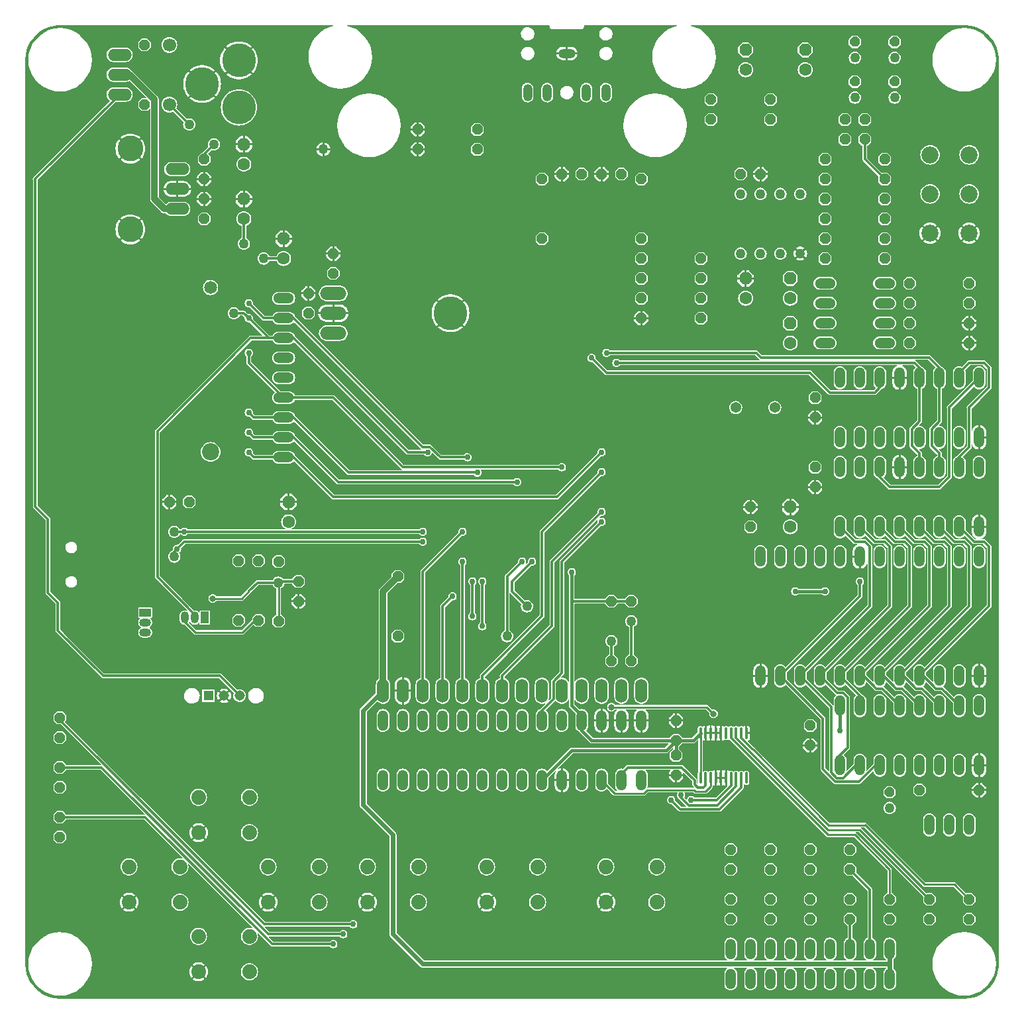
<source format=gbl>
%TF.GenerationSoftware,KiCad,Pcbnew,7.0.2*%
%TF.CreationDate,2024-05-21T23:22:59+08:00*%
%TF.ProjectId,MegaGRRLDesktop,4d656761-4752-4524-9c44-65736b746f70,rev?*%
%TF.SameCoordinates,Original*%
%TF.FileFunction,Copper,L2,Bot*%
%TF.FilePolarity,Positive*%
%FSLAX46Y46*%
G04 Gerber Fmt 4.6, Leading zero omitted, Abs format (unit mm)*
G04 Created by KiCad (PCBNEW 7.0.2) date 2024-05-21 23:22:59*
%MOMM*%
%LPD*%
G01*
G04 APERTURE LIST*
G04 Aperture macros list*
%AMRoundRect*
0 Rectangle with rounded corners*
0 $1 Rounding radius*
0 $2 $3 $4 $5 $6 $7 $8 $9 X,Y pos of 4 corners*
0 Add a 4 corners polygon primitive as box body*
4,1,4,$2,$3,$4,$5,$6,$7,$8,$9,$2,$3,0*
0 Add four circle primitives for the rounded corners*
1,1,$1+$1,$2,$3*
1,1,$1+$1,$4,$5*
1,1,$1+$1,$6,$7*
1,1,$1+$1,$8,$9*
0 Add four rect primitives between the rounded corners*
20,1,$1+$1,$2,$3,$4,$5,0*
20,1,$1+$1,$4,$5,$6,$7,0*
20,1,$1+$1,$6,$7,$8,$9,0*
20,1,$1+$1,$8,$9,$2,$3,0*%
%AMOutline5P*
0 Free polygon, 5 corners , with rotation*
0 The origin of the aperture is its center*
0 number of corners: always 5*
0 $1 to $10 corner X, Y*
0 $11 Rotation angle, in degrees counterclockwise*
0 create outline with 5 corners*
4,1,5,$1,$2,$3,$4,$5,$6,$7,$8,$9,$10,$1,$2,$11*%
%AMOutline6P*
0 Free polygon, 6 corners , with rotation*
0 The origin of the aperture is its center*
0 number of corners: always 6*
0 $1 to $12 corner X, Y*
0 $13 Rotation angle, in degrees counterclockwise*
0 create outline with 6 corners*
4,1,6,$1,$2,$3,$4,$5,$6,$7,$8,$9,$10,$11,$12,$1,$2,$13*%
%AMOutline7P*
0 Free polygon, 7 corners , with rotation*
0 The origin of the aperture is its center*
0 number of corners: always 7*
0 $1 to $14 corner X, Y*
0 $15 Rotation angle, in degrees counterclockwise*
0 create outline with 7 corners*
4,1,7,$1,$2,$3,$4,$5,$6,$7,$8,$9,$10,$11,$12,$13,$14,$1,$2,$15*%
%AMOutline8P*
0 Free polygon, 8 corners , with rotation*
0 The origin of the aperture is its center*
0 number of corners: always 8*
0 $1 to $16 corner X, Y*
0 $17 Rotation angle, in degrees counterclockwise*
0 create outline with 8 corners*
4,1,8,$1,$2,$3,$4,$5,$6,$7,$8,$9,$10,$11,$12,$13,$14,$15,$16,$1,$2,$17*%
G04 Aperture macros list end*
%TA.AperFunction,ComponentPad*%
%ADD10Outline8P,-0.660400X0.273547X-0.273547X0.660400X0.273547X0.660400X0.660400X0.273547X0.660400X-0.273547X0.273547X-0.660400X-0.273547X-0.660400X-0.660400X-0.273547X0.000000*%
%TD*%
%TA.AperFunction,ComponentPad*%
%ADD11Outline8P,-0.660400X0.273547X-0.273547X0.660400X0.273547X0.660400X0.660400X0.273547X0.660400X-0.273547X0.273547X-0.660400X-0.273547X-0.660400X-0.660400X-0.273547X90.000000*%
%TD*%
%TA.AperFunction,ComponentPad*%
%ADD12O,1.320800X2.641600*%
%TD*%
%TA.AperFunction,ComponentPad*%
%ADD13Outline8P,-0.660400X0.273547X-0.273547X0.660400X0.273547X0.660400X0.660400X0.273547X0.660400X-0.273547X0.273547X-0.660400X-0.273547X-0.660400X-0.660400X-0.273547X180.000000*%
%TD*%
%TA.AperFunction,ComponentPad*%
%ADD14C,1.600200*%
%TD*%
%TA.AperFunction,ComponentPad*%
%ADD15Outline8P,-0.800100X0.331412X-0.331412X0.800100X0.331412X0.800100X0.800100X0.331412X0.800100X-0.331412X0.331412X-0.800100X-0.331412X-0.800100X-0.800100X-0.331412X90.000000*%
%TD*%
%TA.AperFunction,ComponentPad*%
%ADD16C,1.270000*%
%TD*%
%TA.AperFunction,ComponentPad*%
%ADD17Outline8P,-0.635000X0.263026X-0.263026X0.635000X0.263026X0.635000X0.635000X0.263026X0.635000X-0.263026X0.263026X-0.635000X-0.263026X-0.635000X-0.635000X-0.263026X90.000000*%
%TD*%
%TA.AperFunction,ComponentPad*%
%ADD18C,1.371600*%
%TD*%
%TA.AperFunction,ComponentPad*%
%ADD19Outline8P,-0.660400X0.273547X-0.273547X0.660400X0.273547X0.660400X0.660400X0.273547X0.660400X-0.273547X0.273547X-0.660400X-0.273547X-0.660400X-0.660400X-0.273547X270.000000*%
%TD*%
%TA.AperFunction,ComponentPad*%
%ADD20C,1.879600*%
%TD*%
%TA.AperFunction,ComponentPad*%
%ADD21O,2.641600X1.320800*%
%TD*%
%TA.AperFunction,ComponentPad*%
%ADD22C,1.700000*%
%TD*%
%TA.AperFunction,ComponentPad*%
%ADD23R,1.308000X1.308000*%
%TD*%
%TA.AperFunction,ComponentPad*%
%ADD24C,1.308000*%
%TD*%
%TA.AperFunction,ComponentPad*%
%ADD25O,3.048000X1.524000*%
%TD*%
%TA.AperFunction,ComponentPad*%
%ADD26O,1.524000X3.048000*%
%TD*%
%TA.AperFunction,ComponentPad*%
%ADD27O,1.200000X2.200000*%
%TD*%
%TA.AperFunction,ComponentPad*%
%ADD28O,2.200000X1.200000*%
%TD*%
%TA.AperFunction,ComponentPad*%
%ADD29C,2.184400*%
%TD*%
%TA.AperFunction,ComponentPad*%
%ADD30O,3.352800X1.676400*%
%TD*%
%TA.AperFunction,ComponentPad*%
%ADD31C,4.318000*%
%TD*%
%TA.AperFunction,ComponentPad*%
%ADD32R,1.050000X1.500000*%
%TD*%
%TA.AperFunction,ComponentPad*%
%ADD33O,1.050000X1.500000*%
%TD*%
%TA.AperFunction,ComponentPad*%
%ADD34C,3.302000*%
%TD*%
%TA.AperFunction,ComponentPad*%
%ADD35C,1.650000*%
%TD*%
%TA.AperFunction,ComponentPad*%
%ADD36C,2.200000*%
%TD*%
%TA.AperFunction,ComponentPad*%
%ADD37R,1.500000X1.050000*%
%TD*%
%TA.AperFunction,ComponentPad*%
%ADD38O,1.500000X1.050000*%
%TD*%
%TA.AperFunction,SMDPad,CuDef*%
%ADD39RoundRect,0.100000X-0.100000X0.637500X-0.100000X-0.637500X0.100000X-0.637500X0.100000X0.637500X0*%
%TD*%
%TA.AperFunction,SMDPad,CuDef*%
%ADD40RoundRect,0.635000X0.000000X0.000000X0.000000X0.000000X0.000000X0.000000X0.000000X0.000000X0*%
%TD*%
%TA.AperFunction,ViaPad*%
%ADD41C,0.756400*%
%TD*%
%TA.AperFunction,ViaPad*%
%ADD42C,0.800000*%
%TD*%
%TA.AperFunction,Conductor*%
%ADD43C,0.304800*%
%TD*%
%TA.AperFunction,Conductor*%
%ADD44C,0.250000*%
%TD*%
%TA.AperFunction,Conductor*%
%ADD45C,0.406400*%
%TD*%
%TA.AperFunction,Conductor*%
%ADD46C,0.609600*%
%TD*%
%TA.AperFunction,Conductor*%
%ADD47C,0.812800*%
%TD*%
%TA.AperFunction,Conductor*%
%ADD48C,0.254000*%
%TD*%
G04 APERTURE END LIST*
D10*
%TO.P,R28,1,1*%
%TO.N,GND*%
X136436100Y-58648600D03*
%TO.P,R28,2,2*%
%TO.N,Net-(J2-RING)*%
X144056100Y-58648600D03*
%TD*%
D11*
%TO.P,LED9,A,A*%
%TO.N,/LED drivers/PSG2N*%
X181521100Y-150723600D03*
%TO.P,LED9,K,C*%
%TO.N,/LED drivers/PSG2*%
X181521100Y-148183600D03*
%TD*%
D12*
%TO.P,R23,A,A*%
%TO.N,unconnected-(R23-PadA)*%
X206921100Y-145008600D03*
%TO.P,R23,E,E*%
%TO.N,Net-(C8-Pad+)*%
X201841100Y-145008600D03*
%TO.P,R23,S,S*%
%TO.N,Net-(R23-PadS)*%
X204381100Y-145008600D03*
%TD*%
D13*
%TO.P,R5,1,1*%
%TO.N,Net-(S1D-1)*%
X196126100Y-70078600D03*
%TO.P,R5,2,2*%
%TO.N,Net-(S1D-2)*%
X188506100Y-70078600D03*
%TD*%
D14*
%TO.P,C20,+,+*%
%TO.N,Net-(IC11-VO1)*%
X178346100Y-48488600D03*
D15*
%TO.P,C20,-,-*%
%TO.N,Net-(C20-Pad-)*%
X178346100Y-45948600D03*
%TD*%
D16*
%TO.P,C16,+,+*%
%TO.N,/Audio/AUDIO_LINEL*%
X192316100Y-46964600D03*
D17*
%TO.P,C16,-,-*%
%TO.N,Net-(R14A-S)*%
X192316100Y-44932600D03*
%TD*%
D10*
%TO.P,C5,1,1*%
%TO.N,+5V{slash}2*%
X177711100Y-61823600D03*
%TO.P,C5,2,2*%
%TO.N,GND*%
X180251100Y-61823600D03*
%TD*%
D18*
%TO.P,L1,1,1*%
%TO.N,+5V{slash}2*%
X182079900Y-91668600D03*
%TO.P,L1,2,2*%
%TO.N,+5V*%
X177076100Y-91668600D03*
%TD*%
D13*
%TO.P,R24,1,1*%
%TO.N,VBIAS*%
X172631100Y-77698600D03*
%TO.P,R24,2,2*%
%TO.N,+5V{slash}2*%
X165011100Y-77698600D03*
%TD*%
D19*
%TO.P,C35,1*%
%TO.N,+3V3*%
X169456100Y-136118600D03*
%TO.P,C35,2*%
%TO.N,GND*%
X169456100Y-138658600D03*
%TD*%
D11*
%TO.P,R26,1,1*%
%TO.N,Net-(Q1-PadG)*%
X101511100Y-52933600D03*
%TO.P,R26,2,2*%
%TO.N,Net-(D3-PadC)*%
X101511100Y-45313600D03*
%TD*%
D13*
%TO.P,R9,1,1*%
%TO.N,Net-(IC5A--IN)*%
X196126100Y-64998600D03*
%TO.P,R9,2,2*%
%TO.N,Net-(S1D-1)*%
X188506100Y-64998600D03*
%TD*%
D20*
%TO.P,SWC0,1,1*%
%TO.N,/Keys/KEY_C*%
X160489900Y-150368000D03*
%TO.P,SWC0,2*%
%TO.N,N/C*%
X166992300Y-150368000D03*
%TO.P,SWC0,3,2*%
%TO.N,GND*%
X160489900Y-154889200D03*
%TO.P,SWC0,4*%
%TO.N,N/C*%
X166992300Y-154889200D03*
%TD*%
D21*
%TO.P,S1,1,1*%
%TO.N,Net-(R22-Pad2)*%
X196126100Y-83413600D03*
%TO.P,S1,2,1*%
%TO.N,Net-(S1B-1)*%
X196126100Y-80873600D03*
%TO.P,S1,3,1*%
%TO.N,Net-(S1C-1)*%
X196126100Y-78333600D03*
%TO.P,S1,4,1*%
%TO.N,Net-(S1D-1)*%
X196126100Y-75793600D03*
%TO.P,S1,5,2*%
%TO.N,Net-(S1D-2)*%
X188506100Y-75793600D03*
%TO.P,S1,6,2*%
%TO.N,AUDIO_FML*%
X188506100Y-78333600D03*
%TO.P,S1,7,2*%
%TO.N,Net-(S1B-2)*%
X188506100Y-80873600D03*
%TO.P,S1,8,2*%
%TO.N,AUDIO_FMR*%
X188506100Y-83413600D03*
%TD*%
D19*
%TO.P,C9,1,1*%
%TO.N,/MCU & interface/ESP32_RESET*%
X121196100Y-113893600D03*
%TO.P,C9,2,2*%
%TO.N,GND*%
X121196100Y-116433600D03*
%TD*%
D13*
%TO.P,R11,1,1*%
%TO.N,Net-(IC5B--IN)*%
X196126100Y-67538600D03*
%TO.P,R11,2,2*%
%TO.N,Net-(S1B-1)*%
X188506100Y-67538600D03*
%TD*%
D22*
%TO.P,D3,A,A*%
%TO.N,Net-(D3-PadA)*%
X104686100Y-45313600D03*
%TO.P,D3,C,C*%
%TO.N,Net-(D3-PadC)*%
X104686100Y-52933600D03*
%TD*%
D19*
%TO.P,R31,1*%
%TO.N,Net-(IC14-~{RTS})*%
X116078000Y-111252000D03*
%TO.P,R31,2*%
%TO.N,Net-(Q3-B)*%
X116078000Y-118872000D03*
%TD*%
D11*
%TO.P,R15,1,1*%
%TO.N,Net-(IC11-IN2-)*%
X165011100Y-70078600D03*
%TO.P,R15,2,2*%
%TO.N,Net-(IC11-VO2)*%
X165011100Y-62458600D03*
%TD*%
D23*
%TO.P,S2,1,1*%
%TO.N,unconnected-(S2-Pad1)*%
X109671100Y-128498600D03*
D24*
%TO.P,S2,2,2*%
%TO.N,GND*%
X111671100Y-128498600D03*
%TO.P,S2,3,3*%
%TO.N,Net-(Q1-PadG)*%
X113671100Y-128498600D03*
%TD*%
D11*
%TO.P,LED5,A,A*%
%TO.N,/LED drivers/FM5N*%
X196761100Y-157073600D03*
%TO.P,LED5,K,C*%
%TO.N,/LED drivers/FM5*%
X196761100Y-154533600D03*
%TD*%
D14*
%TO.P,C21,+,+*%
%TO.N,Net-(IC11-VO2)*%
X185966100Y-48488600D03*
D15*
%TO.P,C21,-,-*%
%TO.N,Net-(C21-Pad-)*%
X185966100Y-45948600D03*
%TD*%
D13*
%TO.P,R19,1,1*%
%TO.N,Net-(C20-Pad-)*%
X181521100Y-52298600D03*
%TO.P,R19,2,2*%
%TO.N,Net-(J2-TIP)*%
X173901100Y-52298600D03*
%TD*%
D25*
%TO.P,IC6,1,VI*%
%TO.N,+12V*%
X105702100Y-66268600D03*
%TO.P,IC6,2,GND*%
%TO.N,GND*%
X105702100Y-63728600D03*
%TO.P,IC6,3,VO*%
%TO.N,+5V*%
X105702100Y-61188600D03*
%TD*%
D12*
%TO.P,IC2,1,QB*%
%TO.N,/Sound chips & bus/D1*%
X190411100Y-106908600D03*
%TO.P,IC2,2,QC*%
%TO.N,/Sound chips & bus/D2*%
X192951100Y-106908600D03*
%TO.P,IC2,3,QD*%
%TO.N,/Sound chips & bus/D3*%
X195491100Y-106908600D03*
%TO.P,IC2,4,QE*%
%TO.N,/Sound chips & bus/D4*%
X198031100Y-106908600D03*
%TO.P,IC2,5,QF*%
%TO.N,/Sound chips & bus/D5*%
X200571100Y-106908600D03*
%TO.P,IC2,6,QG*%
%TO.N,/Sound chips & bus/D6*%
X203111100Y-106908600D03*
%TO.P,IC2,7,QH*%
%TO.N,/Sound chips & bus/D7*%
X205651100Y-106908600D03*
%TO.P,IC2,8,GND*%
%TO.N,GND*%
X208191100Y-106908600D03*
%TO.P,IC2,9,QH\u002A*%
%TO.N,unconnected-(IC2A-QH\u002A-Pad9)*%
X208191100Y-99288600D03*
%TO.P,IC2,10,SCL*%
%TO.N,+5V*%
X205651100Y-99288600D03*
%TO.P,IC2,11,SCK*%
%TO.N,SHCLK*%
X203111100Y-99288600D03*
%TO.P,IC2,12,RCK*%
%TO.N,SHSTO*%
X200571100Y-99288600D03*
%TO.P,IC2,13,G*%
%TO.N,GND*%
X198031100Y-99288600D03*
%TO.P,IC2,14,SER*%
%TO.N,Net-(IC2A-SER)*%
X195491100Y-99288600D03*
%TO.P,IC2,15,QA*%
%TO.N,/Sound chips & bus/D0*%
X192951100Y-99288600D03*
%TO.P,IC2,16,VCC*%
%TO.N,+5V*%
X190411100Y-99288600D03*
%TD*%
D11*
%TO.P,R16,1,1*%
%TO.N,Net-(IC11-IN1-)*%
X152311100Y-70078600D03*
%TO.P,R16,2,2*%
%TO.N,Net-(IC11-VO1)*%
X152311100Y-62458600D03*
%TD*%
%TO.P,LED1,A,A*%
%TO.N,/LED drivers/FM1N*%
X176441100Y-157073600D03*
%TO.P,LED1,K,C*%
%TO.N,/LED drivers/FM1*%
X176441100Y-154533600D03*
%TD*%
D26*
%TO.P,JP1,1,1*%
%TO.N,+5V*%
X131991100Y-127863600D03*
%TO.P,JP1,2,2*%
%TO.N,GND*%
X134531100Y-127863600D03*
%TO.P,JP1,3,3*%
%TO.N,/MCU & interface/LCD_{slash}CS*%
X137071100Y-127863600D03*
%TO.P,JP1,4,4*%
%TO.N,+3V3*%
X139611100Y-127863600D03*
%TO.P,JP1,5,5*%
%TO.N,/MCU & interface/LCD_DC*%
X142151100Y-127863600D03*
%TO.P,JP1,6,6*%
%TO.N,/MCU & interface/LCD_MOSI*%
X144691100Y-127863600D03*
%TO.P,JP1,7,7*%
%TO.N,/MCU & interface/LCD_CLK*%
X147231100Y-127863600D03*
%TO.P,JP1,8,8*%
%TO.N,Net-(JP1-Pad8)*%
X149771100Y-127863600D03*
%TO.P,JP1,9,9*%
%TO.N,unconnected-(JP1-Pad9)*%
X152311100Y-127863600D03*
%TO.P,JP1,10,10*%
%TO.N,unconnected-(JP1-Pad10)*%
X154851100Y-127863600D03*
%TO.P,JP1,11,11*%
%TO.N,unconnected-(JP1-Pad11)*%
X157391100Y-127863600D03*
%TO.P,JP1,12,12*%
%TO.N,unconnected-(JP1-Pad12)*%
X159931100Y-127863600D03*
%TO.P,JP1,13,13*%
%TO.N,unconnected-(JP1-Pad13)*%
X162471100Y-127863600D03*
%TO.P,JP1,14,14*%
%TO.N,unconnected-(JP1-Pad14)*%
X165011100Y-127863600D03*
%TD*%
D13*
%TO.P,R7,1,1*%
%TO.N,Net-(S1B-1)*%
X196126100Y-72618600D03*
%TO.P,R7,2,2*%
%TO.N,Net-(S1B-2)*%
X188506100Y-72618600D03*
%TD*%
%TO.P,R21,1,1*%
%TO.N,GND*%
X206921100Y-80873600D03*
%TO.P,R21,2,2*%
%TO.N,Net-(S1C-1)*%
X199301100Y-80873600D03*
%TD*%
D11*
%TO.P,LED2,A,A*%
%TO.N,/LED drivers/FM2N*%
X181521100Y-157073600D03*
%TO.P,LED2,K,C*%
%TO.N,/LED drivers/FM2*%
X181521100Y-154533600D03*
%TD*%
D20*
%TO.P,SWUP0,1,1*%
%TO.N,/Keys/KEY_UP*%
X108419900Y-141478000D03*
%TO.P,SWUP0,2*%
%TO.N,N/C*%
X114922300Y-141478000D03*
%TO.P,SWUP0,3,2*%
%TO.N,GND*%
X108419900Y-145999200D03*
%TO.P,SWUP0,4*%
%TO.N,N/C*%
X114922300Y-145999200D03*
%TD*%
D16*
%TO.P,C8,+,+*%
%TO.N,Net-(C8-Pad+)*%
X196761100Y-142849600D03*
D17*
%TO.P,C8,-,-*%
%TO.N,AUDIO_PSG*%
X196761100Y-140817600D03*
%TD*%
D27*
%TO.P,J2,R*%
%TO.N,Net-(J2-RING)*%
X160486100Y-51400000D03*
%TO.P,J2,RN*%
%TO.N,N/C*%
X157986100Y-51400000D03*
D28*
%TO.P,J2,S*%
%TO.N,GND*%
X155486100Y-46400000D03*
D27*
%TO.P,J2,T*%
%TO.N,Net-(J2-TIP)*%
X150486100Y-51400000D03*
%TO.P,J2,TN*%
%TO.N,N/C*%
X152986100Y-51400000D03*
%TD*%
D19*
%TO.P,C29,1,1*%
%TO.N,+5V*%
X109131100Y-59918600D03*
%TO.P,C29,2,2*%
%TO.N,GND*%
X109131100Y-62458600D03*
%TD*%
D12*
%TO.P,RN3,1,1*%
%TO.N,+5V*%
X196761100Y-164693600D03*
%TO.P,RN3,2,2*%
%TO.N,/LED drivers/FMSN*%
X194221100Y-164693600D03*
%TO.P,RN3,3,3*%
%TO.N,/LED drivers/FM6N*%
X191681100Y-164693600D03*
%TO.P,RN3,4,4*%
%TO.N,/LED drivers/FM5N*%
X189141100Y-164693600D03*
%TO.P,RN3,5,5*%
%TO.N,unconnected-(RN3-Pad5)*%
X186601100Y-164693600D03*
%TO.P,RN3,6,6*%
%TO.N,unconnected-(RN3-Pad6)*%
X184061100Y-164693600D03*
%TO.P,RN3,7,7*%
%TO.N,/LED drivers/USERCN*%
X181521100Y-164693600D03*
%TO.P,RN3,8,8*%
%TO.N,/LED drivers/USERAN*%
X178981100Y-164693600D03*
%TO.P,RN3,9,9*%
%TO.N,/LED drivers/USERBN*%
X176441100Y-164693600D03*
%TD*%
D29*
%TO.P,R14,1-1,A*%
%TO.N,GND*%
X206921100Y-69363600D03*
%TO.P,R14,1-2,S*%
%TO.N,Net-(R14A-S)*%
X206921100Y-64363600D03*
%TO.P,R14,1-3,E*%
%TO.N,Net-(R14A-E)*%
X206921100Y-59363600D03*
%TO.P,R14,2-1,A*%
%TO.N,GND*%
X201921100Y-69363600D03*
%TO.P,R14,2-2,S*%
%TO.N,Net-(R14B-S)*%
X201921100Y-64363600D03*
%TO.P,R14,2-3,E*%
%TO.N,Net-(R14B-E)*%
X201921100Y-59363600D03*
%TD*%
D20*
%TO.P,SWLEFT0,1,1*%
%TO.N,/Keys/KEY_LEFT*%
X99529900Y-150368000D03*
%TO.P,SWLEFT0,2*%
%TO.N,N/C*%
X106032300Y-150368000D03*
%TO.P,SWLEFT0,3,2*%
%TO.N,GND*%
X99529900Y-154889200D03*
%TO.P,SWLEFT0,4*%
%TO.N,N/C*%
X106032300Y-154889200D03*
%TD*%
D10*
%TO.P,R27,1,1*%
%TO.N,GND*%
X136436100Y-56108600D03*
%TO.P,R27,2,2*%
%TO.N,Net-(J2-TIP)*%
X144056100Y-56108600D03*
%TD*%
D11*
%TO.P,C32,1,1*%
%TO.N,+3V3*%
X122466100Y-79603600D03*
%TO.P,C32,2,2*%
%TO.N,GND*%
X122466100Y-77063600D03*
%TD*%
D14*
%TO.P,C2,+,+*%
%TO.N,VBIAS*%
X178346100Y-77698600D03*
D15*
%TO.P,C2,-,-*%
%TO.N,GND*%
X178346100Y-75158600D03*
%TD*%
D12*
%TO.P,RN1,1,1*%
%TO.N,+5V*%
X196761100Y-160883600D03*
%TO.P,RN1,2,2*%
%TO.N,/LED drivers/PSGSN*%
X194221100Y-160883600D03*
%TO.P,RN1,3,3*%
%TO.N,/LED drivers/FM4N*%
X191681100Y-160883600D03*
%TO.P,RN1,4,4*%
%TO.N,/LED drivers/PSG3N*%
X189141100Y-160883600D03*
%TO.P,RN1,5,5*%
%TO.N,/LED drivers/FM3N*%
X186601100Y-160883600D03*
%TO.P,RN1,6,6*%
%TO.N,/LED drivers/PSG2N*%
X184061100Y-160883600D03*
%TO.P,RN1,7,7*%
%TO.N,/LED drivers/FM2N*%
X181521100Y-160883600D03*
%TO.P,RN1,8,8*%
%TO.N,/LED drivers/FM1N*%
X178981100Y-160883600D03*
%TO.P,RN1,9,9*%
%TO.N,/LED drivers/PSG1N*%
X176441100Y-160883600D03*
%TD*%
D20*
%TO.P,SWDOWN0,1,1*%
%TO.N,/Keys/KEY_DOWN*%
X108419900Y-159258000D03*
%TO.P,SWDOWN0,2*%
%TO.N,N/C*%
X114922300Y-159258000D03*
%TO.P,SWDOWN0,3,2*%
%TO.N,GND*%
X108419900Y-163779200D03*
%TO.P,SWDOWN0,4*%
%TO.N,N/C*%
X114922300Y-163779200D03*
%TD*%
D11*
%TO.P,LED4,A,A*%
%TO.N,/LED drivers/FM4N*%
X191681100Y-157073600D03*
%TO.P,LED4,K,C*%
%TO.N,/LED drivers/FM4*%
X191681100Y-154533600D03*
%TD*%
D30*
%TO.P,IC1,1,VI*%
%TO.N,+12V*%
X125641100Y-77063600D03*
%TO.P,IC1,2,GND*%
%TO.N,GND*%
X125641100Y-79603600D03*
%TO.P,IC1,3,VO*%
%TO.N,+3V3*%
X125641100Y-82143600D03*
D31*
%TO.P,IC1,TAB,GND@1*%
%TO.N,GND*%
X140627100Y-79603600D03*
%TD*%
D21*
%TO.P,RN2,1,1*%
%TO.N,+3V3*%
X119291100Y-77698600D03*
%TO.P,RN2,2,2*%
%TO.N,/MCU & interface/SD_D1*%
X119291100Y-80238600D03*
%TO.P,RN2,3,3*%
%TO.N,/MCU & interface/SD_D0*%
X119291100Y-82778600D03*
%TO.P,RN2,4,4*%
%TO.N,unconnected-(RN2-Pad4)*%
X119291100Y-85318600D03*
%TO.P,RN2,5,5*%
%TO.N,unconnected-(RN2-Pad5)*%
X119291100Y-87858600D03*
%TO.P,RN2,6,6*%
%TO.N,/MCU & interface/SD_CLK*%
X119291100Y-90398600D03*
%TO.P,RN2,7,7*%
%TO.N,/MCU & interface/SD_CMD*%
X119291100Y-92938600D03*
%TO.P,RN2,8,8*%
%TO.N,/MCU & interface/SD_D3*%
X119291100Y-95478600D03*
%TO.P,RN2,9,9*%
%TO.N,/MCU & interface/SD_D2*%
X119291100Y-98018600D03*
%TD*%
D19*
%TO.P,C1,1,1*%
%TO.N,+5V*%
X187236100Y-90398600D03*
%TO.P,C1,2,2*%
%TO.N,GND*%
X187236100Y-92938600D03*
%TD*%
D14*
%TO.P,C26,+,+*%
%TO.N,+12V*%
X114211100Y-67538600D03*
D15*
%TO.P,C26,-,-*%
%TO.N,GND*%
X114211100Y-64998600D03*
%TD*%
D13*
%TO.P,R17,1,1*%
%TO.N,/Audio/AUDIO_LINEL*%
X172631100Y-72618600D03*
%TO.P,R17,2,2*%
%TO.N,Net-(IC11-IN1-)*%
X165011100Y-72618600D03*
%TD*%
D32*
%TO.P,Q3,1,E*%
%TO.N,Net-(IC14-~{DTR})*%
X109220000Y-118512000D03*
D33*
%TO.P,Q3,2,C*%
%TO.N,/MCU & interface/SD_D0*%
X107950000Y-118512000D03*
%TO.P,Q3,3,B*%
%TO.N,Net-(Q3-B)*%
X106680000Y-118512000D03*
%TD*%
D11*
%TO.P,LED6,A,A*%
%TO.N,/LED drivers/FM6N*%
X201841100Y-157073600D03*
%TO.P,LED6,K,C*%
%TO.N,/LED drivers/FM6*%
X201841100Y-154533600D03*
%TD*%
%TO.P,LED3,A,A*%
%TO.N,/LED drivers/FM3N*%
X186601100Y-157073600D03*
%TO.P,LED3,K,C*%
%TO.N,/LED drivers/FM3*%
X186601100Y-154533600D03*
%TD*%
D16*
%TO.P,IC5,1,OUT*%
%TO.N,Net-(IC5A-OUT)*%
X177711100Y-71983600D03*
%TO.P,IC5,2,-IN*%
%TO.N,Net-(IC5A--IN)*%
X180251100Y-71983600D03*
%TO.P,IC5,3,+IN*%
%TO.N,VBIAS*%
X182791100Y-71983600D03*
%TO.P,IC5,4,V-*%
%TO.N,GND*%
X185331100Y-71983600D03*
%TO.P,IC5,5,+IN*%
%TO.N,VBIAS*%
X185331100Y-64363600D03*
%TO.P,IC5,6,-IN*%
%TO.N,Net-(IC5B--IN)*%
X182791100Y-64363600D03*
%TO.P,IC5,7,OUT*%
%TO.N,Net-(IC5B-OUT)*%
X180251100Y-64363600D03*
%TO.P,IC5,8,V+*%
%TO.N,+5V{slash}2*%
X177711100Y-64363600D03*
%TD*%
D10*
%TO.P,R4,1,1*%
%TO.N,Net-(IC5B-OUT)*%
X188506100Y-62458600D03*
%TO.P,R4,2,2*%
%TO.N,Net-(IC5B--IN)*%
X196126100Y-62458600D03*
%TD*%
D14*
%TO.P,C33,+,+*%
%TO.N,+3V3*%
X119291100Y-72618600D03*
D15*
%TO.P,C33,-,-*%
%TO.N,GND*%
X119291100Y-70078600D03*
%TD*%
D11*
%TO.P,LED11,A,A*%
%TO.N,/LED drivers/PSGSN*%
X191681100Y-150723600D03*
%TO.P,LED11,K,C*%
%TO.N,/LED drivers/PSGS*%
X191681100Y-148183600D03*
%TD*%
D34*
%TO.P,KK1,B,K@1*%
%TO.N,GND*%
X99707700Y-68884800D03*
%TO.P,KK1,B1,K@2*%
X99707700Y-58572400D03*
%TD*%
D13*
%TO.P,C4,1,1*%
%TO.N,Net-(IC5B--IN)*%
X193586100Y-57378600D03*
%TO.P,C4,2,2*%
%TO.N,Net-(IC5B-OUT)*%
X191046100Y-57378600D03*
%TD*%
D11*
%TO.P,R1,1,1*%
%TO.N,SDA*%
X163741100Y-124053600D03*
%TO.P,R1,2,2*%
%TO.N,+3V3*%
X163741100Y-116433600D03*
%TD*%
%TO.P,LED12,A,A*%
%TO.N,/LED drivers/USERAN*%
X90678000Y-133858000D03*
%TO.P,LED12,K,C*%
%TO.N,/LED drivers/USERA*%
X90678000Y-131318000D03*
%TD*%
D14*
%TO.P,C13,+,+*%
%TO.N,+5V{slash}2*%
X184061100Y-106908600D03*
D15*
%TO.P,C13,-,-*%
%TO.N,GND*%
X184061100Y-104368600D03*
%TD*%
D11*
%TO.P,R13,1,1*%
%TO.N,/MCU & interface/ESP32_RESET*%
X118656100Y-118973600D03*
%TO.P,R13,2,2*%
%TO.N,+3V3*%
X118656100Y-111353600D03*
%TD*%
D13*
%TO.P,C24,1*%
%TO.N,+3V3*%
X107226100Y-103733600D03*
%TO.P,C24,2*%
%TO.N,GND*%
X104686100Y-103733600D03*
%TD*%
D10*
%TO.P,R6,1,1*%
%TO.N,Net-(IC5A--IN)*%
X199301100Y-78333600D03*
%TO.P,R6,2,2*%
%TO.N,Net-(R23-PadS)*%
X206921100Y-78333600D03*
%TD*%
D11*
%TO.P,LED13,A,A*%
%TO.N,/LED drivers/USERBN*%
X90678000Y-140208000D03*
%TO.P,LED13,K,C*%
%TO.N,/LED drivers/USERB*%
X90678000Y-137668000D03*
%TD*%
D10*
%TO.P,R3,1,1*%
%TO.N,Net-(IC5A-OUT)*%
X188506100Y-59918600D03*
%TO.P,R3,2,2*%
%TO.N,Net-(IC5A--IN)*%
X196126100Y-59918600D03*
%TD*%
D12*
%TO.P,IC3,1,QB*%
%TO.N,unconnected-(IC3A-QB-Pad1)*%
X190411100Y-95478600D03*
%TO.P,IC3,2,QC*%
%TO.N,/Sound chips & bus/A1*%
X192951100Y-95478600D03*
%TO.P,IC3,3,QD*%
%TO.N,/Sound chips & bus/A0*%
X195491100Y-95478600D03*
%TO.P,IC3,4,QE*%
%TO.N,/Sound chips & bus/{slash}IC*%
X198031100Y-95478600D03*
%TO.P,IC3,5,QF*%
%TO.N,/Sound chips & bus/{slash}WR*%
X200571100Y-95478600D03*
%TO.P,IC3,6,QG*%
%TO.N,/Sound chips & bus/{slash}CS_PSG*%
X203111100Y-95478600D03*
%TO.P,IC3,7,QH*%
%TO.N,/Sound chips & bus/{slash}CS_FM*%
X205651100Y-95478600D03*
%TO.P,IC3,8,GND*%
%TO.N,GND*%
X208191100Y-95478600D03*
%TO.P,IC3,9,QH\u002A*%
%TO.N,Net-(IC2A-SER)*%
X208191100Y-87858600D03*
%TO.P,IC3,10,SCL*%
%TO.N,+5V*%
X205651100Y-87858600D03*
%TO.P,IC3,11,SCK*%
%TO.N,SHCLK*%
X203111100Y-87858600D03*
%TO.P,IC3,12,RCK*%
%TO.N,SHSTO*%
X200571100Y-87858600D03*
%TO.P,IC3,13,G*%
%TO.N,GND*%
X198031100Y-87858600D03*
%TO.P,IC3,14,SER*%
%TO.N,SHDATA*%
X195491100Y-87858600D03*
%TO.P,IC3,15,QA*%
%TO.N,unconnected-(IC3A-QA-Pad15)*%
X192951100Y-87858600D03*
%TO.P,IC3,16,VCC*%
%TO.N,+5V*%
X190411100Y-87858600D03*
%TD*%
D11*
%TO.P,LED7,A,A*%
%TO.N,/LED drivers/FMSN*%
X206921100Y-157073600D03*
%TO.P,LED7,K,C*%
%TO.N,/LED drivers/FMS*%
X206921100Y-154533600D03*
%TD*%
D13*
%TO.P,R22,1,1*%
%TO.N,GND*%
X206921100Y-83413600D03*
%TO.P,R22,2,2*%
%TO.N,Net-(R22-Pad2)*%
X199301100Y-83413600D03*
%TD*%
D14*
%TO.P,C6,+,+*%
%TO.N,AUDIO_FML*%
X184061100Y-77698600D03*
D15*
%TO.P,C6,-,-*%
%TO.N,Net-(S1D-2)*%
X184061100Y-75158600D03*
%TD*%
D13*
%TO.P,C18,1,1*%
%TO.N,+5V{slash}2*%
X162471100Y-61823600D03*
%TO.P,C18,2,2*%
%TO.N,GND*%
X159931100Y-61823600D03*
%TD*%
D20*
%TO.P,SWA0,1,1*%
%TO.N,/Keys/KEY_A*%
X130009900Y-150368000D03*
%TO.P,SWA0,2*%
%TO.N,N/C*%
X136512300Y-150368000D03*
%TO.P,SWA0,3,2*%
%TO.N,GND*%
X130009900Y-154889200D03*
%TO.P,SWA0,4*%
%TO.N,N/C*%
X136512300Y-154889200D03*
%TD*%
D16*
%TO.P,C14,+,+*%
%TO.N,Net-(IC5A-OUT)*%
X197396100Y-46964600D03*
D17*
%TO.P,C14,-,-*%
%TO.N,Net-(R14A-E)*%
X197396100Y-44932600D03*
%TD*%
D19*
%TO.P,C11,1,1*%
%TO.N,+5V{slash}2*%
X186601100Y-132308600D03*
%TO.P,C11,2,2*%
%TO.N,GND*%
X186601100Y-134848600D03*
%TD*%
%TO.P,C25,1,1*%
%TO.N,+5V*%
X187236100Y-99288600D03*
%TO.P,C25,2,2*%
%TO.N,GND*%
X187236100Y-101828600D03*
%TD*%
D14*
%TO.P,C28,+,+*%
%TO.N,+5V*%
X114211100Y-60553600D03*
D15*
%TO.P,C28,-,-*%
%TO.N,GND*%
X114211100Y-58013600D03*
%TD*%
D11*
%TO.P,LED8,A,A*%
%TO.N,/LED drivers/PSG1N*%
X176441100Y-150723600D03*
%TO.P,LED8,K,C*%
%TO.N,/LED drivers/PSG1*%
X176441100Y-148183600D03*
%TD*%
D12*
%TO.P,IC7,/CS,/CS*%
%TO.N,/Sound chips & bus/{slash}CS_FM*%
X205651100Y-110718600D03*
%TO.P,IC7,/IC,/IC*%
%TO.N,/Sound chips & bus/{slash}IC*%
X205651100Y-125958600D03*
%TO.P,IC7,/IRQ,/IRQ*%
%TO.N,unconnected-(IC7-Pad{slash}IRQ)*%
X208191100Y-110718600D03*
%TO.P,IC7,/RD,/RD*%
%TO.N,+5V*%
X200571100Y-110718600D03*
%TO.P,IC7,/WR,/WR*%
%TO.N,/Sound chips & bus/{slash}WR*%
X203111100Y-110718600D03*
%TO.P,IC7,A0,A0*%
%TO.N,/Sound chips & bus/A0*%
X198031100Y-110718600D03*
%TO.P,IC7,A1,A1*%
%TO.N,/Sound chips & bus/A1*%
X195491100Y-110718600D03*
%TO.P,IC7,AGND,AGND*%
%TO.N,GND*%
X192951100Y-110718600D03*
%TO.P,IC7,AVCC,AVCC*%
%TO.N,+5V{slash}2*%
X185331100Y-110718600D03*
%TO.P,IC7,D0,D0*%
%TO.N,/Sound chips & bus/D0*%
X182791100Y-125958600D03*
%TO.P,IC7,D1,D1*%
%TO.N,/Sound chips & bus/D1*%
X185331100Y-125958600D03*
%TO.P,IC7,D2,D2*%
%TO.N,/Sound chips & bus/D2*%
X187871100Y-125958600D03*
%TO.P,IC7,D3,D3*%
%TO.N,/Sound chips & bus/D3*%
X190411100Y-125958600D03*
%TO.P,IC7,D4,D4*%
%TO.N,/Sound chips & bus/D4*%
X192951100Y-125958600D03*
%TO.P,IC7,D5,D5*%
%TO.N,/Sound chips & bus/D5*%
X195491100Y-125958600D03*
%TO.P,IC7,D6,D6*%
%TO.N,/Sound chips & bus/D6*%
X198031100Y-125958600D03*
%TO.P,IC7,D7,D7*%
%TO.N,/Sound chips & bus/D7*%
X200571100Y-125958600D03*
%TO.P,IC7,GND@1,GND@1*%
%TO.N,GND*%
X180251100Y-125958600D03*
%TO.P,IC7,GND@2,GND@2*%
X208191100Y-125958600D03*
%TO.P,IC7,M,M*%
%TO.N,CLK_FM*%
X180251100Y-110718600D03*
%TO.P,IC7,MOL,MOL*%
%TO.N,AUDIO_FML*%
X187871100Y-110718600D03*
%TO.P,IC7,MOR,MOR*%
%TO.N,AUDIO_FMR*%
X190411100Y-110718600D03*
%TO.P,IC7,NC,NC*%
%TO.N,unconnected-(IC7-PadNC)*%
X203111100Y-125958600D03*
%TO.P,IC7,VCC,VCC*%
%TO.N,+5V*%
X182791100Y-110718600D03*
%TD*%
D35*
%TO.P,J3,16*%
%TO.N,N/C*%
X109956100Y-76323600D03*
D36*
%TO.P,J3,17*%
X109956100Y-97323600D03*
%TD*%
D10*
%TO.P,R10,1,1*%
%TO.N,AUDIO_PSG*%
X200571100Y-140563600D03*
%TO.P,R10,2,2*%
%TO.N,GND*%
X208191100Y-140563600D03*
%TD*%
D13*
%TO.P,C19,1,1*%
%TO.N,Net-(IC11-BYPASS)*%
X157391100Y-61823600D03*
%TO.P,C19,2,2*%
%TO.N,GND*%
X154851100Y-61823600D03*
%TD*%
D11*
%TO.P,C12,1,1*%
%TO.N,+5V*%
X178981100Y-106908600D03*
%TO.P,C12,2,2*%
%TO.N,GND*%
X178981100Y-104368600D03*
%TD*%
D12*
%TO.P,IC8,/OE,/OE*%
%TO.N,/Sound chips & bus/{slash}CS_PSG*%
X203111100Y-137388600D03*
%TO.P,IC8,/WE,/WE*%
%TO.N,/Sound chips & bus/{slash}WR*%
X200571100Y-137388600D03*
%TO.P,IC8,CLOCK,CLOCK*%
%TO.N,CLK_PSG*%
X195491100Y-129768600D03*
%TO.P,IC8,D0,D0*%
%TO.N,/Sound chips & bus/D7*%
X205651100Y-129768600D03*
%TO.P,IC8,D1,D1*%
%TO.N,/Sound chips & bus/D6*%
X203111100Y-129768600D03*
%TO.P,IC8,D2,D2*%
%TO.N,/Sound chips & bus/D5*%
X200571100Y-129768600D03*
%TO.P,IC8,D3,D3*%
%TO.N,/Sound chips & bus/D4*%
X198031100Y-129768600D03*
%TO.P,IC8,D4,D4*%
%TO.N,/Sound chips & bus/D3*%
X192951100Y-129768600D03*
%TO.P,IC8,D5,D5*%
%TO.N,/Sound chips & bus/D2*%
X190411100Y-137388600D03*
%TO.P,IC8,D6,D6*%
%TO.N,/Sound chips & bus/D1*%
X192951100Y-137388600D03*
%TO.P,IC8,D7,D7*%
%TO.N,/Sound chips & bus/D0*%
X195491100Y-137388600D03*
%TO.P,IC8,GND,GND*%
%TO.N,GND*%
X208191100Y-137388600D03*
%TO.P,IC8,NC,NC*%
%TO.N,unconnected-(IC8-PadNC)*%
X208191100Y-129768600D03*
%TO.P,IC8,READY,READY*%
%TO.N,unconnected-(IC8-PadREADY)*%
X198031100Y-137388600D03*
%TO.P,IC8,SND_OUT,SND_OUT*%
%TO.N,AUDIO_PSG*%
X205651100Y-137388600D03*
%TO.P,IC8,VCC,VCC*%
%TO.N,+5V{slash}2*%
X190411100Y-129768600D03*
%TD*%
D10*
%TO.P,R8,1,1*%
%TO.N,Net-(IC5B--IN)*%
X199301100Y-75793600D03*
%TO.P,R8,2,2*%
%TO.N,Net-(R23-PadS)*%
X206921100Y-75793600D03*
%TD*%
D25*
%TO.P,Q1,D,D*%
%TO.N,+12V*%
X98336100Y-49123600D03*
%TO.P,Q1,G,G*%
%TO.N,Net-(Q1-PadG)*%
X98336100Y-51663600D03*
%TO.P,Q1,S,S*%
%TO.N,Net-(D3-PadC)*%
X98336100Y-46583600D03*
%TD*%
D13*
%TO.P,C3,1,1*%
%TO.N,Net-(IC5A--IN)*%
X193586100Y-54838600D03*
%TO.P,C3,2,2*%
%TO.N,Net-(IC5A-OUT)*%
X191046100Y-54838600D03*
%TD*%
%TO.P,R18,1,1*%
%TO.N,/Audio/AUDIO_LINER*%
X172631100Y-75158600D03*
%TO.P,R18,2,2*%
%TO.N,Net-(IC11-IN2-)*%
X165011100Y-75158600D03*
%TD*%
D11*
%TO.P,R12,1,1*%
%TO.N,Net-(JP1-Pad8)*%
X133896100Y-120878600D03*
%TO.P,R12,2,2*%
%TO.N,+5V*%
X133896100Y-113258600D03*
%TD*%
D31*
%TO.P,J4,GND,GND*%
%TO.N,GND*%
X113576100Y-47298600D03*
%TO.P,J4,GNDBREAK,GNDBREAK*%
X108876100Y-50298600D03*
%TO.P,J4,PWR,PWR*%
%TO.N,Net-(D3-PadA)*%
X113576100Y-53298600D03*
%TD*%
D11*
%TO.P,C30,1,1*%
%TO.N,+12V*%
X109131100Y-67538600D03*
%TO.P,C30,2,2*%
%TO.N,GND*%
X109131100Y-64998600D03*
%TD*%
%TO.P,C31,1,1*%
%TO.N,+12V*%
X125641100Y-74523600D03*
%TO.P,C31,2,2*%
%TO.N,GND*%
X125641100Y-71983600D03*
%TD*%
D37*
%TO.P,Q2,1,E*%
%TO.N,Net-(IC14-~{RTS})*%
X101600000Y-117856000D03*
D38*
%TO.P,Q2,2,C*%
%TO.N,/MCU & interface/ESP32_RESET*%
X101600000Y-119126000D03*
%TO.P,Q2,3,B*%
%TO.N,Net-(Q2-B)*%
X101600000Y-120396000D03*
%TD*%
D20*
%TO.P,SWRIGHT0,1,1*%
%TO.N,/Keys/KEY_RIGHT*%
X117309900Y-150368000D03*
%TO.P,SWRIGHT0,2*%
%TO.N,N/C*%
X123812300Y-150368000D03*
%TO.P,SWRIGHT0,3,2*%
%TO.N,GND*%
X117309900Y-154889200D03*
%TO.P,SWRIGHT0,4*%
%TO.N,N/C*%
X123812300Y-154889200D03*
%TD*%
D16*
%TO.P,C17,+,+*%
%TO.N,/Audio/AUDIO_LINER*%
X192316100Y-52044600D03*
D17*
%TO.P,C17,-,-*%
%TO.N,Net-(R14B-S)*%
X192316100Y-50012600D03*
%TD*%
D13*
%TO.P,R20,1,1*%
%TO.N,Net-(C21-Pad-)*%
X181521100Y-54838600D03*
%TO.P,R20,2,2*%
%TO.N,Net-(J2-RING)*%
X173901100Y-54838600D03*
%TD*%
D10*
%TO.P,R25,1,1*%
%TO.N,GND*%
X165011100Y-80238600D03*
%TO.P,R25,2,2*%
%TO.N,VBIAS*%
X172631100Y-80238600D03*
%TD*%
D20*
%TO.P,SWB0,1,1*%
%TO.N,/Keys/KEY_B*%
X145249900Y-150368000D03*
%TO.P,SWB0,2*%
%TO.N,N/C*%
X151752300Y-150368000D03*
%TO.P,SWB0,3,2*%
%TO.N,GND*%
X145249900Y-154889200D03*
%TO.P,SWB0,4*%
%TO.N,N/C*%
X151752300Y-154889200D03*
%TD*%
D11*
%TO.P,LED14,A,A*%
%TO.N,/LED drivers/USERCN*%
X90678000Y-146558000D03*
%TO.P,LED14,K,C*%
%TO.N,/LED drivers/USERC*%
X90678000Y-144018000D03*
%TD*%
D14*
%TO.P,C7,+,+*%
%TO.N,AUDIO_FMR*%
X184061100Y-83413600D03*
D15*
%TO.P,C7,-,-*%
%TO.N,Net-(S1B-2)*%
X184061100Y-80873600D03*
%TD*%
D19*
%TO.P,R29,1*%
%TO.N,Net-(IC14-~{DTR})*%
X113538000Y-111252000D03*
%TO.P,R29,2*%
%TO.N,Net-(Q2-B)*%
X113538000Y-118872000D03*
%TD*%
D16*
%TO.P,C15,+,+*%
%TO.N,Net-(IC5B-OUT)*%
X197396100Y-52044600D03*
D17*
%TO.P,C15,-,-*%
%TO.N,Net-(R14B-E)*%
X197396100Y-50012600D03*
%TD*%
D11*
%TO.P,C34,1,1*%
%TO.N,+3V3*%
X169456100Y-134213600D03*
%TO.P,C34,2,2*%
%TO.N,GND*%
X169456100Y-131673600D03*
%TD*%
%TO.P,LED10,A,A*%
%TO.N,/LED drivers/PSG3N*%
X186601100Y-150723600D03*
%TO.P,LED10,K,C*%
%TO.N,/LED drivers/PSG3*%
X186601100Y-148183600D03*
%TD*%
%TO.P,R2,1,1*%
%TO.N,SCL*%
X161201100Y-124053600D03*
%TO.P,R2,2,2*%
%TO.N,+3V3*%
X161201100Y-116433600D03*
%TD*%
D12*
%TO.P,IC4,1,GPB0*%
%TO.N,unconnected-(IC4-GPB0-Pad1)*%
X131991100Y-139293600D03*
%TO.P,IC4,2,GPB1*%
%TO.N,unconnected-(IC4-GPB1-Pad2)*%
X134531100Y-139293600D03*
%TO.P,IC4,3,GPB2*%
%TO.N,unconnected-(IC4-GPB2-Pad3)*%
X137071100Y-139293600D03*
%TO.P,IC4,4,GPB3*%
%TO.N,unconnected-(IC4-GPB3-Pad4)*%
X139611100Y-139293600D03*
%TO.P,IC4,5,GPB4*%
%TO.N,unconnected-(IC4-GPB4-Pad5)*%
X142151100Y-139293600D03*
%TO.P,IC4,6,GPB5*%
%TO.N,unconnected-(IC4-GPB5-Pad6)*%
X144691100Y-139293600D03*
%TO.P,IC4,7,GPB6*%
%TO.N,unconnected-(IC4-GPB6-Pad7)*%
X147231100Y-139293600D03*
%TO.P,IC4,8,GPB7*%
%TO.N,unconnected-(IC4-GPB7-Pad8)*%
X149771100Y-139293600D03*
%TO.P,IC4,9,VDD*%
%TO.N,+3V3*%
X152311100Y-139293600D03*
%TO.P,IC4,10,VSS*%
%TO.N,GND*%
X154851100Y-139293600D03*
%TO.P,IC4,11*%
%TO.N,N/C*%
X157391100Y-139293600D03*
%TO.P,IC4,12,SCL*%
%TO.N,SCL*%
X159931100Y-139293600D03*
%TO.P,IC4,13,SDA*%
%TO.N,SDA*%
X162471100Y-139293600D03*
%TO.P,IC4,14*%
%TO.N,N/C*%
X165011100Y-139293600D03*
%TO.P,IC4,15,A0*%
%TO.N,GND*%
X165011100Y-131673600D03*
%TO.P,IC4,16,A1*%
X162471100Y-131673600D03*
%TO.P,IC4,17,A2*%
X159931100Y-131673600D03*
%TO.P,IC4,18,~{RESET}*%
%TO.N,+3V3*%
X157391100Y-131673600D03*
%TO.P,IC4,19,INTB*%
%TO.N,unconnected-(IC4-INTB-Pad19)*%
X154851100Y-131673600D03*
%TO.P,IC4,20,INTA*%
%TO.N,KEY_INT*%
X152311100Y-131673600D03*
%TO.P,IC4,21,GPA0*%
%TO.N,/Keys/KEY_C*%
X149771100Y-131673600D03*
%TO.P,IC4,22,GPA1*%
%TO.N,/Keys/KEY_B*%
X147231100Y-131673600D03*
%TO.P,IC4,23,GPA2*%
%TO.N,/Keys/KEY_A*%
X144691100Y-131673600D03*
%TO.P,IC4,24,GPA3*%
%TO.N,/Keys/KEY_RIGHT*%
X142151100Y-131673600D03*
%TO.P,IC4,25,GPA4*%
%TO.N,/Keys/KEY_DOWN*%
X139611100Y-131673600D03*
%TO.P,IC4,26,GPA5*%
%TO.N,/Keys/KEY_LEFT*%
X137071100Y-131673600D03*
%TO.P,IC4,27,GPA6*%
%TO.N,/Keys/KEY_UP*%
X134531100Y-131673600D03*
%TO.P,IC4,28,GPA7*%
%TO.N,unconnected-(IC4-GPA7-Pad28)*%
X131991100Y-131673600D03*
%TD*%
D14*
%TO.P,C10,+,+*%
%TO.N,+3V3*%
X119926100Y-106273600D03*
D15*
%TO.P,C10,-,-*%
%TO.N,GND*%
X119926100Y-103733600D03*
%TD*%
D39*
%TO.P,IC10,1,A0*%
%TO.N,+3V3*%
X172589000Y-133281500D03*
%TO.P,IC10,2,A1*%
%TO.N,GND*%
X173239000Y-133281500D03*
%TO.P,IC10,3,A2*%
X173889000Y-133281500D03*
%TO.P,IC10,4,A3*%
X174539000Y-133281500D03*
%TO.P,IC10,5,A4*%
X175189000Y-133281500D03*
%TO.P,IC10,6,LED0*%
%TO.N,unconnected-(IC10-LED0-Pad6)*%
X175839000Y-133281500D03*
%TO.P,IC10,7,LED1*%
%TO.N,/LED drivers/FM5*%
X176489000Y-133281500D03*
%TO.P,IC10,8,LED2*%
%TO.N,/LED drivers/FM6*%
X177139000Y-133281500D03*
%TO.P,IC10,9,LED3*%
%TO.N,/LED drivers/FMS*%
X177789000Y-133281500D03*
%TO.P,IC10,10,VSS*%
%TO.N,GND*%
X178439000Y-133281500D03*
%TO.P,IC10,11,LED4*%
%TO.N,unconnected-(IC10-LED4-Pad11)*%
X178439000Y-139006500D03*
%TO.P,IC10,12,LED5*%
%TO.N,/LED drivers/USERA*%
X177789000Y-139006500D03*
%TO.P,IC10,13,LED6*%
%TO.N,/LED drivers/USERB*%
X177139000Y-139006500D03*
%TO.P,IC10,14,LED7*%
%TO.N,/LED drivers/USERC*%
X176489000Y-139006500D03*
%TO.P,IC10,15,OE*%
%TO.N,GND*%
X175839000Y-139006500D03*
%TO.P,IC10,16,A5*%
X175189000Y-139006500D03*
%TO.P,IC10,17,A6*%
X174539000Y-139006500D03*
%TO.P,IC10,18,SCL*%
%TO.N,SCL*%
X173889000Y-139006500D03*
%TO.P,IC10,19,SDA*%
%TO.N,SDA*%
X173239000Y-139006500D03*
%TO.P,IC10,20,VDD*%
%TO.N,+3V3*%
X172589000Y-139006500D03*
%TD*%
D40*
%TO.P,TP_SCL0,TP,TP*%
%TO.N,SCL*%
X161201100Y-121513600D03*
%TD*%
%TO.P,TP_3V3,TP,TP*%
%TO.N,+3V3*%
X116751100Y-72618600D03*
%TD*%
%TO.P,TP_RX0,TP,TP*%
%TO.N,/MCU & interface/RXD*%
X105321100Y-107543600D03*
%TD*%
%TO.P,TP_VIN_SW0,TP,TP*%
%TO.N,+12V*%
X114211100Y-70713600D03*
%TD*%
%TO.P,TP_GND0,TP,TP*%
%TO.N,GND*%
X124371100Y-58648600D03*
%TD*%
%TO.P,EX_A0,TP,TP*%
%TO.N,Net-(IC12-IO25)*%
X150406100Y-117068600D03*
%TD*%
%TO.P,TP_VIN0,TP,TP*%
%TO.N,Net-(D3-PadC)*%
X107226100Y-55473600D03*
%TD*%
%TO.P,TP_BOOTMODE0,TP,TP*%
%TO.N,/MCU & interface/SD_D0*%
X112941100Y-79603600D03*
%TD*%
%TO.P,TP_TX0,TP,TP*%
%TO.N,/MCU & interface/TXD*%
X105321100Y-110718600D03*
%TD*%
%TO.P,EX_B0,TP,TP*%
%TO.N,Net-(IC12-IO26)*%
X147866100Y-120878600D03*
%TD*%
%TO.P,TP_RESET0,TP,TP*%
%TO.N,/MCU & interface/ESP32_RESET*%
X118618000Y-114046000D03*
%TD*%
%TO.P,TP_5V0,TP,TP*%
%TO.N,+5V*%
X110401100Y-58013600D03*
%TD*%
%TO.P,TP_SDA0,TP,TP*%
%TO.N,SDA*%
X163741100Y-118973600D03*
%TD*%
D41*
%TO.N,GND*%
X131991100Y-78333600D03*
X135801100Y-75793600D03*
X128181100Y-125958600D03*
X166281100Y-117068600D03*
X135801100Y-78333600D03*
X138976100Y-75793600D03*
X126911100Y-116433600D03*
D42*
X174752000Y-140462000D03*
D41*
X159296100Y-113893600D03*
X124371100Y-113893600D03*
X133896100Y-77063600D03*
X147231100Y-110083600D03*
X135166100Y-111988600D03*
X133896100Y-79603600D03*
X131991100Y-75793600D03*
X151041100Y-113893600D03*
X133896100Y-82143600D03*
X131991100Y-83413600D03*
X131991100Y-80873600D03*
X138976100Y-83413600D03*
X128816100Y-120243600D03*
X162471100Y-112623600D03*
X137706100Y-82143600D03*
X135801100Y-80873600D03*
X149771100Y-113893600D03*
X135801100Y-83413600D03*
X133261100Y-110083600D03*
X137706100Y-77063600D03*
X163741100Y-108813600D03*
%TO.N,SDA*%
X143421100Y-118338600D03*
X143421100Y-113893600D03*
D42*
%TO.N,SCL*%
X161201100Y-129959100D03*
D41*
X144691100Y-119608600D03*
D42*
X174244000Y-130810000D03*
D41*
X144691100Y-113893600D03*
%TO.N,+5V*%
X184696100Y-115163600D03*
X188506100Y-115163600D03*
%TO.N,SHCLK*%
X160566100Y-84683600D03*
%TO.N,SHSTO*%
X161836100Y-85953600D03*
%TO.N,+3V3*%
X140881100Y-115798600D03*
X156121100Y-112703600D03*
%TO.N,KEY_INT*%
X159931100Y-106273600D03*
%TO.N,+5V{slash}2*%
X190411100Y-132943600D03*
D42*
%TO.N,/MCU & interface/ESP32_RESET*%
X110236000Y-116078000D03*
D41*
%TO.N,SHDATA*%
X158661100Y-85318600D03*
%TO.N,/MCU & interface/SD_D0*%
X137706100Y-97383600D03*
X114846100Y-80238600D03*
%TO.N,Net-(IC12-IO25)*%
X151041100Y-111353600D03*
%TO.N,Net-(IC12-IO26)*%
X149771100Y-111353600D03*
%TO.N,/Sound chips & bus/D0*%
X192951100Y-113893600D03*
%TO.N,/LED drivers/USERA*%
X168821100Y-141833600D03*
X128181100Y-157708600D03*
%TO.N,/LED drivers/USERB*%
X170091100Y-141198600D03*
X126911100Y-158978600D03*
%TO.N,/LED drivers/USERC*%
X125641100Y-160248600D03*
X171361100Y-141833600D03*
%TO.N,/MCU & interface/LCD_CLK*%
X159931100Y-105003600D03*
%TO.N,/MCU & interface/LCD_MOSI*%
X159931100Y-99923600D03*
%TO.N,/MCU & interface/SD_CLK*%
X154851100Y-99288600D03*
X114846100Y-84683600D03*
%TO.N,/MCU & interface/SD_D2*%
X159931100Y-97383600D03*
X114846100Y-97383600D03*
%TO.N,/MCU & interface/SD_D3*%
X149136100Y-101193600D03*
X114846100Y-94843600D03*
%TO.N,/MCU & interface/SD_CMD*%
X144056100Y-99971600D03*
X114846100Y-92303600D03*
%TO.N,/MCU & interface/SD_D1*%
X114846100Y-78333600D03*
X142786100Y-98018600D03*
%TO.N,/MCU & interface/LCD_{slash}CS*%
X142151100Y-107543600D03*
%TO.N,/MCU & interface/RXD*%
X106591100Y-107543600D03*
X137071100Y-107543600D03*
%TO.N,/MCU & interface/TXD*%
X137071100Y-108813600D03*
X105664000Y-109728000D03*
%TO.N,/MCU & interface/LCD_DC*%
X142151100Y-111353600D03*
%TD*%
D43*
%TO.N,SDA*%
X163322000Y-137668000D02*
X170180000Y-137668000D01*
X173239000Y-139943000D02*
X173239000Y-139006500D01*
X172974000Y-140208000D02*
X173239000Y-139943000D01*
X170180000Y-137668000D02*
X171831000Y-139319000D01*
X143421100Y-113893600D02*
X143421100Y-118338600D01*
X163741100Y-124053600D02*
X163741100Y-118973600D01*
X171831000Y-139319000D02*
X171831000Y-139827000D01*
X171831000Y-139827000D02*
X172212000Y-140208000D01*
X162471100Y-139293600D02*
X162471100Y-138518900D01*
X162471100Y-138518900D02*
X163322000Y-137668000D01*
X172212000Y-140208000D02*
X172974000Y-140208000D01*
D44*
%TO.N,SCL*%
X173393100Y-129959100D02*
X161201100Y-129959100D01*
D43*
X161201100Y-124053600D02*
X161201100Y-121513600D01*
D44*
X173889000Y-140055000D02*
X173228000Y-140716000D01*
X171785000Y-140543000D02*
X171958000Y-140716000D01*
X165354000Y-140970000D02*
X165781000Y-140543000D01*
X165781000Y-140543000D02*
X171785000Y-140543000D01*
X174244000Y-130810000D02*
X173393100Y-129959100D01*
X173889000Y-139006500D02*
X173889000Y-140055000D01*
X171958000Y-140716000D02*
X173228000Y-140716000D01*
X161607500Y-140970000D02*
X165354000Y-140970000D01*
D43*
X144691100Y-113893600D02*
X144691100Y-119608600D01*
D44*
X159931100Y-139293600D02*
X161607500Y-140970000D01*
D45*
%TO.N,+5V*%
X188506100Y-115163600D02*
X184696100Y-115163600D01*
D46*
X129451100Y-130403600D02*
X129451100Y-142468600D01*
D43*
X205651100Y-98018600D02*
X205651100Y-99288600D01*
D47*
X131991100Y-127863600D02*
X131991100Y-115163600D01*
D43*
X209461100Y-86588600D02*
X209461100Y-89128600D01*
X109131100Y-59918600D02*
X109131100Y-59283600D01*
D46*
X196761100Y-160883600D02*
X196761100Y-162788600D01*
D43*
X206921100Y-96748600D02*
X205651100Y-98018600D01*
D46*
X133261100Y-158978600D02*
X137071100Y-162788600D01*
D43*
X206921100Y-91668600D02*
X206921100Y-96748600D01*
X109131100Y-59283600D02*
X110401100Y-58013600D01*
D46*
X137071100Y-162788600D02*
X196761100Y-162788600D01*
X131991100Y-127863600D02*
X129451100Y-130403600D01*
D43*
X206921100Y-85953600D02*
X208826100Y-85953600D01*
D47*
X131991100Y-115163600D02*
X133896100Y-113258600D01*
D46*
X133261100Y-146278600D02*
X133261100Y-158978600D01*
D43*
X205651100Y-87858600D02*
X205651100Y-87223600D01*
X208826100Y-85953600D02*
X209461100Y-86588600D01*
X205651100Y-87223600D02*
X206921100Y-85953600D01*
X209461100Y-89128600D02*
X206921100Y-91668600D01*
D46*
X129451100Y-142468600D02*
X133261100Y-146278600D01*
X196761100Y-162788600D02*
X196761100Y-164693600D01*
D43*
%TO.N,SHCLK*%
X202145900Y-94418400D02*
X203111100Y-93453200D01*
X203111100Y-97504000D02*
X202145900Y-96538800D01*
X203111100Y-86588600D02*
X201793100Y-85270600D01*
X203111100Y-93453200D02*
X203111100Y-87858600D01*
X202145900Y-96538800D02*
X202145900Y-94418400D01*
X160566100Y-84683600D02*
X179712100Y-84683600D01*
X179712100Y-84683600D02*
X180299100Y-85270600D01*
X203111100Y-99288600D02*
X203111100Y-97504000D01*
X203111100Y-87858600D02*
X203111100Y-86588600D01*
X180299100Y-85270600D02*
X201793100Y-85270600D01*
%TO.N,SHSTO*%
X200571100Y-86588600D02*
X199936100Y-85953600D01*
X199605900Y-94418400D02*
X200571100Y-93453200D01*
X199605900Y-96538800D02*
X199605900Y-94418400D01*
X200571100Y-87858600D02*
X200571100Y-86588600D01*
X200571100Y-97504000D02*
X199605900Y-96538800D01*
X199936100Y-85953600D02*
X161836100Y-85953600D01*
X200571100Y-99288600D02*
X200571100Y-97504000D01*
X200571100Y-93453200D02*
X200571100Y-87858600D01*
%TO.N,+3V3*%
X139611100Y-117068600D02*
X140881100Y-115798600D01*
D45*
X171656900Y-134213600D02*
X172589000Y-133281500D01*
X156121100Y-135483600D02*
X168186100Y-135483600D01*
X156121100Y-116433600D02*
X156121100Y-129768600D01*
X169456100Y-134213600D02*
X169456100Y-136118600D01*
X156121100Y-112703600D02*
X156121100Y-116433600D01*
X152311100Y-139293600D02*
X156121100Y-135483600D01*
D43*
X139611100Y-127863600D02*
X139611100Y-117068600D01*
D45*
X157391100Y-132943600D02*
X158661100Y-134213600D01*
X157391100Y-131673600D02*
X157391100Y-132943600D01*
X158661100Y-134213600D02*
X169456100Y-134213600D01*
D43*
X163741100Y-116433600D02*
X161201100Y-116433600D01*
D45*
X156121100Y-129768600D02*
X157391100Y-131038600D01*
D44*
X172589000Y-139006500D02*
X172589000Y-133281500D01*
D45*
X168186100Y-135483600D02*
X169456100Y-134213600D01*
D43*
X161201100Y-116433600D02*
X156121100Y-116433600D01*
D45*
X169456100Y-134213600D02*
X171656900Y-134213600D01*
X157391100Y-131038600D02*
X157391100Y-131673600D01*
D43*
X116751100Y-72618600D02*
X119291100Y-72618600D01*
%TO.N,KEY_INT*%
X153784300Y-126659713D02*
X153784300Y-128930400D01*
X154851100Y-125592913D02*
X154851100Y-111353600D01*
X153784300Y-126659713D02*
X154851100Y-125592913D01*
X152311100Y-130403600D02*
X152311100Y-131673600D01*
X154851100Y-111353600D02*
X159931100Y-106273600D01*
X153784300Y-128930400D02*
X152311100Y-130403600D01*
%TO.N,Net-(IC5B--IN)*%
X193586100Y-57378600D02*
X193586100Y-59918600D01*
X193586100Y-59918600D02*
X196126100Y-62458600D01*
D45*
%TO.N,+5V{slash}2*%
X190411100Y-129768600D02*
X190411100Y-132943600D01*
D43*
%TO.N,/MCU & interface/ESP32_RESET*%
X115963700Y-114046000D02*
X114877850Y-115131850D01*
D44*
X110236000Y-116078000D02*
X113931700Y-116078000D01*
D43*
X118618000Y-114046000D02*
X115963700Y-114046000D01*
D44*
X118656100Y-114084100D02*
X118618000Y-114046000D01*
D43*
X121196100Y-113893600D02*
X118770400Y-113893600D01*
D44*
X113931700Y-116078000D02*
X114877850Y-115131850D01*
X118656100Y-118973600D02*
X118656100Y-114084100D01*
D43*
X118770400Y-113893600D02*
X118618000Y-114046000D01*
%TO.N,SHDATA*%
X194856100Y-89763600D02*
X189141100Y-89763600D01*
X195491100Y-89128600D02*
X194856100Y-89763600D01*
X189141100Y-89763600D02*
X186601100Y-87223600D01*
X186601100Y-87223600D02*
X160566100Y-87223600D01*
X160566100Y-87223600D02*
X158661100Y-85318600D01*
X195491100Y-87858600D02*
X195491100Y-89128600D01*
%TO.N,/MCU & interface/SD_D0*%
X120561100Y-82778600D02*
X119291100Y-82778600D01*
X135166100Y-97383600D02*
X120561100Y-82778600D01*
X115087400Y-82778600D02*
X103170699Y-94695301D01*
X103170699Y-113330699D02*
X107950000Y-118110000D01*
X117386100Y-82778600D02*
X114846100Y-80238600D01*
X119291100Y-82778600D02*
X117386100Y-82778600D01*
X114211100Y-79603600D02*
X114846100Y-80238600D01*
X107950000Y-118110000D02*
X107950000Y-118512000D01*
X103170699Y-94695301D02*
X103170699Y-113330699D01*
X112941100Y-79603600D02*
X114211100Y-79603600D01*
X119291100Y-82778600D02*
X115087400Y-82778600D01*
X137706100Y-97383600D02*
X135166100Y-97383600D01*
%TO.N,Net-(IC12-IO25)*%
X151041100Y-111353600D02*
X148501100Y-113893600D01*
X148501100Y-113893600D02*
X148501100Y-115163600D01*
X148501100Y-115163600D02*
X150406100Y-117068600D01*
%TO.N,Net-(IC12-IO26)*%
X149771100Y-111353600D02*
X147866100Y-113258600D01*
X147866100Y-113258600D02*
X147866100Y-120878600D01*
D47*
%TO.N,+12V*%
X104051100Y-66268600D02*
X102781100Y-64998600D01*
X99606100Y-49123600D02*
X98336100Y-49123600D01*
D43*
X114211100Y-67538600D02*
X114211100Y-70713600D01*
D47*
X102781100Y-52298600D02*
X99606100Y-49123600D01*
X104051100Y-66268600D02*
X105702100Y-66268600D01*
X102781100Y-64998600D02*
X102781100Y-52298600D01*
D43*
%TO.N,/Sound chips & bus/D1*%
X190810900Y-139014200D02*
X192436500Y-137388600D01*
X190411100Y-106908600D02*
X192316100Y-108813600D01*
X189318900Y-138321800D02*
X190011300Y-139014200D01*
X194221100Y-117068600D02*
X185331100Y-125958600D01*
X185331100Y-125958600D02*
X189318900Y-129946400D01*
X192436500Y-137388600D02*
X192951100Y-137388600D01*
X189318900Y-129946400D02*
X189318900Y-138321800D01*
X192316100Y-108813600D02*
X193586100Y-108813600D01*
X190011300Y-139014200D02*
X190810900Y-139014200D01*
X193586100Y-108813600D02*
X194221100Y-109448600D01*
X194221100Y-109448600D02*
X194221100Y-117068600D01*
%TO.N,/Sound chips & bus/D2*%
X187871100Y-125958600D02*
X190055500Y-128143000D01*
X196761100Y-109448600D02*
X196761100Y-117068600D01*
X196761100Y-117068600D02*
X187871100Y-125958600D01*
X190055500Y-128143000D02*
X190810900Y-128143000D01*
X194856100Y-108813600D02*
X196126100Y-108813600D01*
X191376300Y-128708400D02*
X191376300Y-135153400D01*
X192951100Y-106908600D02*
X194856100Y-108813600D01*
X196126100Y-108813600D02*
X196761100Y-109448600D01*
X190411100Y-136118600D02*
X190411100Y-137388600D01*
X191376300Y-135153400D02*
X190411100Y-136118600D01*
X190810900Y-128143000D02*
X191376300Y-128708400D01*
%TO.N,/Sound chips & bus/D3*%
X199301100Y-117068600D02*
X190411100Y-125958600D01*
X197396100Y-108813600D02*
X198666100Y-108813600D01*
X190411100Y-125958600D02*
X192951100Y-128498600D01*
X195491100Y-106908600D02*
X197396100Y-108813600D01*
X198666100Y-108813600D02*
X199301100Y-109448600D01*
X199301100Y-109448600D02*
X199301100Y-117068600D01*
X192951100Y-128498600D02*
X192951100Y-129768600D01*
%TO.N,/Sound chips & bus/D4*%
X193465700Y-125958600D02*
X195091300Y-127584200D01*
X201841100Y-109448600D02*
X201841100Y-117068600D01*
X201206100Y-108813600D02*
X201841100Y-109448600D01*
X192951100Y-125958600D02*
X193465700Y-125958600D01*
X199936100Y-108813600D02*
X201206100Y-108813600D01*
X195846700Y-127584200D02*
X198031100Y-129768600D01*
X201841100Y-117068600D02*
X192951100Y-125958600D01*
X198031100Y-106908600D02*
X199936100Y-108813600D01*
X195091300Y-127584200D02*
X195846700Y-127584200D01*
%TO.N,/Sound chips & bus/D5*%
X195491100Y-125958600D02*
X196005700Y-125958600D01*
X198386700Y-127584200D02*
X200571100Y-129768600D01*
X204381100Y-109448600D02*
X204381100Y-117068600D01*
X197631300Y-127584200D02*
X198386700Y-127584200D01*
X200571100Y-106908600D02*
X202476100Y-108813600D01*
X204381100Y-117068600D02*
X195491100Y-125958600D01*
X202476100Y-108813600D02*
X203746100Y-108813600D01*
X203746100Y-108813600D02*
X204381100Y-109448600D01*
X196005700Y-125958600D02*
X197631300Y-127584200D01*
%TO.N,/Sound chips & bus/D6*%
X198545700Y-125958600D02*
X200171300Y-127584200D01*
X205016100Y-108813600D02*
X206286100Y-108813600D01*
X200926700Y-127584200D02*
X203111100Y-129768600D01*
X203111100Y-106908600D02*
X205016100Y-108813600D01*
X206286100Y-108813600D02*
X206921100Y-109448600D01*
X200171300Y-127584200D02*
X200926700Y-127584200D01*
X198031100Y-125958600D02*
X198545700Y-125958600D01*
X206921100Y-109448600D02*
X206921100Y-117068600D01*
X206921100Y-117068600D02*
X198031100Y-125958600D01*
%TO.N,/Sound chips & bus/D7*%
X209461100Y-117068600D02*
X200571100Y-125958600D01*
X203466700Y-127584200D02*
X205651100Y-129768600D01*
X202711300Y-127584200D02*
X203466700Y-127584200D01*
X209461100Y-109448600D02*
X209461100Y-117068600D01*
X208826100Y-108813600D02*
X209461100Y-109448600D01*
X205651100Y-106908600D02*
X207556100Y-108813600D01*
X207556100Y-108813600D02*
X208826100Y-108813600D01*
X201085700Y-125958600D02*
X202711300Y-127584200D01*
X200571100Y-125958600D02*
X201085700Y-125958600D01*
%TO.N,Net-(IC2A-SER)*%
X203111100Y-101828600D02*
X204381100Y-100558600D01*
X204381100Y-91668600D02*
X208191100Y-87858600D01*
X195491100Y-100558600D02*
X195491100Y-99288600D01*
X196761100Y-101828600D02*
X203111100Y-101828600D01*
X195491100Y-100558600D02*
X196761100Y-101828600D01*
X204381100Y-100558600D02*
X204381100Y-91668600D01*
%TO.N,/Sound chips & bus/D0*%
X188226700Y-131394200D02*
X188226700Y-137876182D01*
X188226700Y-137876182D02*
X189821918Y-139471400D01*
X192893700Y-139471400D02*
X194976500Y-137388600D01*
X192951100Y-113893600D02*
X192951100Y-115798600D01*
X192951100Y-115798600D02*
X182791100Y-125958600D01*
X194976500Y-137388600D02*
X195491100Y-137388600D01*
X182791100Y-125958600D02*
X188226700Y-131394200D01*
X189821918Y-139471400D02*
X192893700Y-139471400D01*
%TO.N,Net-(D3-PadC)*%
X107226100Y-55473600D02*
X104686100Y-52933600D01*
%TO.N,Net-(Q1-PadG)*%
X87541100Y-62458600D02*
X98336100Y-51663600D01*
X89154000Y-115316000D02*
X89154000Y-105918000D01*
X111131100Y-125958600D02*
X96240600Y-125958600D01*
X90424000Y-116586000D02*
X89154000Y-115316000D01*
X89154000Y-105918000D02*
X87541100Y-104305100D01*
X96240600Y-125958600D02*
X90424000Y-120142000D01*
X87541100Y-104305100D02*
X87541100Y-62458600D01*
X90424000Y-120142000D02*
X90424000Y-116586000D01*
X113671100Y-128498600D02*
X111131100Y-125958600D01*
D48*
%TO.N,/LED drivers/FM5*%
X176489000Y-133905553D02*
X188862047Y-146278600D01*
X176489000Y-133281500D02*
X176489000Y-133905553D01*
X188862047Y-146278600D02*
X192316100Y-146278600D01*
X196761100Y-150723600D02*
X196761100Y-154533600D01*
X192316100Y-146278600D02*
X196761100Y-150723600D01*
%TO.N,/LED drivers/FM6*%
X188877048Y-145643600D02*
X177139000Y-133905553D01*
X201841100Y-154533600D02*
X192951100Y-145643600D01*
X177139000Y-133905553D02*
X177139000Y-133281500D01*
X192951100Y-145643600D02*
X188877048Y-145643600D01*
%TO.N,/LED drivers/FMS*%
X193833750Y-145256250D02*
X201206100Y-152628600D01*
X193586100Y-145008600D02*
X193833750Y-145256250D01*
D44*
X188976000Y-145034000D02*
X193611500Y-145034000D01*
X177789000Y-133902724D02*
X177789000Y-133281500D01*
X179306950Y-135364950D02*
X188976000Y-145034000D01*
X179306950Y-135364950D02*
X179251226Y-135364950D01*
X193611500Y-145034000D02*
X193833750Y-145256250D01*
X179251226Y-135364950D02*
X177789000Y-133902724D01*
D48*
X201206100Y-152628600D02*
X205016100Y-152628600D01*
X205016100Y-152628600D02*
X206921100Y-154533600D01*
D43*
%TO.N,/LED drivers/USERA*%
X116814600Y-157708600D02*
X90678000Y-131572000D01*
X128181100Y-157708600D02*
X116814600Y-157708600D01*
X168821100Y-141833600D02*
X169989500Y-143002000D01*
X177789000Y-140219000D02*
X177789000Y-139006500D01*
X169989500Y-143002000D02*
X175006000Y-143002000D01*
X175006000Y-143002000D02*
X177789000Y-140219000D01*
X90678000Y-131572000D02*
X90678000Y-131318000D01*
%TO.N,/LED drivers/USERB*%
X171078192Y-142516600D02*
X170091100Y-141529508D01*
X126911100Y-158978600D02*
X117322600Y-158978600D01*
X170091100Y-141529508D02*
X170091100Y-141198600D01*
X117322600Y-158978600D02*
X96012000Y-137668000D01*
X177139000Y-139006500D02*
X177139000Y-140107000D01*
X174729400Y-142516600D02*
X171078192Y-142516600D01*
X177139000Y-140107000D02*
X174729400Y-142516600D01*
X96012000Y-137668000D02*
X90678000Y-137668000D01*
%TO.N,/LED drivers/USERC*%
X174650400Y-141833600D02*
X176489000Y-139995000D01*
X176489000Y-139995000D02*
X176489000Y-139006500D01*
X101600000Y-144018000D02*
X90678000Y-144018000D01*
X171361100Y-141833600D02*
X174650400Y-141833600D01*
X125641100Y-160248600D02*
X117830600Y-160248600D01*
X117830600Y-160248600D02*
X101600000Y-144018000D01*
%TO.N,/MCU & interface/LCD_CLK*%
X153581100Y-111353600D02*
X159931100Y-105003600D01*
X147231100Y-125958600D02*
X147231100Y-127863600D01*
X153581100Y-119608600D02*
X153581100Y-111353600D01*
X147231100Y-125958600D02*
X153581100Y-119608600D01*
%TO.N,/MCU & interface/LCD_MOSI*%
X152311100Y-118338600D02*
X152311100Y-107543600D01*
X144691100Y-125958600D02*
X144691100Y-127863600D01*
X152311100Y-107543600D02*
X159931100Y-99923600D01*
X144691100Y-125958600D02*
X152311100Y-118338600D01*
%TO.N,/MCU & interface/SD_CLK*%
X154851100Y-99288600D02*
X134531100Y-99288600D01*
X114846100Y-85953600D02*
X114846100Y-84683600D01*
X134531100Y-99288600D02*
X125641100Y-90398600D01*
X119291100Y-90398600D02*
X114846100Y-85953600D01*
X125641100Y-90398600D02*
X119291100Y-90398600D01*
%TO.N,/MCU & interface/SD_D2*%
X120561100Y-98018600D02*
X119291100Y-98018600D01*
X119291100Y-98018600D02*
X115481100Y-98018600D01*
X120561100Y-98018600D02*
X125641100Y-103098600D01*
X115481100Y-98018600D02*
X114846100Y-97383600D01*
X154216100Y-103098600D02*
X159931100Y-97383600D01*
X125641100Y-103098600D02*
X154216100Y-103098600D01*
%TO.N,/MCU & interface/SD_D3*%
X115481100Y-95478600D02*
X114846100Y-94843600D01*
X120561100Y-95478600D02*
X119291100Y-95478600D01*
X149136100Y-101193600D02*
X126276100Y-101193600D01*
X126276100Y-101193600D02*
X120561100Y-95478600D01*
X119291100Y-95478600D02*
X115481100Y-95478600D01*
%TO.N,/MCU & interface/SD_CMD*%
X119291100Y-92938600D02*
X115481100Y-92938600D01*
X144056100Y-99971600D02*
X127594100Y-99971600D01*
X120561100Y-92938600D02*
X119291100Y-92938600D01*
X115481100Y-92938600D02*
X114846100Y-92303600D01*
X127594100Y-99971600D02*
X120561100Y-92938600D01*
%TO.N,/MCU & interface/SD_D1*%
X119291100Y-80238600D02*
X116751100Y-80238600D01*
X142786100Y-98018600D02*
X139307012Y-98018600D01*
X137989012Y-96700600D02*
X137023100Y-96700600D01*
X116751100Y-80238600D02*
X114846100Y-78333600D01*
X120561100Y-80238600D02*
X119291100Y-80238600D01*
X139307012Y-98018600D02*
X137989012Y-96700600D01*
X137023100Y-96700600D02*
X120561100Y-80238600D01*
%TO.N,/MCU & interface/LCD_{slash}CS*%
X137071100Y-127863600D02*
X137071100Y-112623600D01*
X137071100Y-112623600D02*
X142151100Y-107543600D01*
%TO.N,/MCU & interface/RXD*%
X106591100Y-107543600D02*
X105321100Y-107543600D01*
X137071100Y-107543600D02*
X106591100Y-107543600D01*
%TO.N,/MCU & interface/TXD*%
X106591100Y-108813600D02*
X105321100Y-110083600D01*
X137071100Y-108813600D02*
X106591100Y-108813600D01*
X105321100Y-110083600D02*
X105321100Y-110718600D01*
%TO.N,/MCU & interface/LCD_DC*%
X142151100Y-111353600D02*
X142151100Y-127863600D01*
%TO.N,/LED drivers/FM4N*%
X191681100Y-157073600D02*
X191681100Y-160883600D01*
%TO.N,/LED drivers/PSGSN*%
X191681100Y-150723600D02*
X194221100Y-153263600D01*
X194221100Y-153263600D02*
X194221100Y-160883600D01*
D44*
%TO.N,Net-(Q3-B)*%
X115570000Y-118872000D02*
X114046000Y-120396000D01*
X108014000Y-120396000D02*
X106680000Y-119062000D01*
X106680000Y-119062000D02*
X106680000Y-118512000D01*
X114046000Y-120396000D02*
X108014000Y-120396000D01*
%TD*%
%TA.AperFunction,Conductor*%
%TO.N,GND*%
G36*
X168764361Y-137987886D02*
G01*
X168778947Y-138023100D01*
X168764361Y-138058314D01*
X168599028Y-138223646D01*
X168557190Y-138286260D01*
X168542500Y-138360115D01*
X168542500Y-138532000D01*
X169064686Y-138532000D01*
X169044634Y-138658600D01*
X169064686Y-138785200D01*
X168542500Y-138785200D01*
X168542500Y-138957080D01*
X168557192Y-139030940D01*
X168599028Y-139093553D01*
X169021146Y-139515671D01*
X169083760Y-139557509D01*
X169157616Y-139572200D01*
X169329500Y-139572200D01*
X169329500Y-139050014D01*
X169424115Y-139065000D01*
X169488085Y-139065000D01*
X169582700Y-139050014D01*
X169582700Y-139572200D01*
X169754581Y-139572200D01*
X169828440Y-139557507D01*
X169891053Y-139515671D01*
X170313171Y-139093553D01*
X170355009Y-139030939D01*
X170369700Y-138957084D01*
X170369700Y-138785200D01*
X169847514Y-138785200D01*
X169867566Y-138658600D01*
X169847514Y-138532000D01*
X170369700Y-138532000D01*
X170369700Y-138409687D01*
X170384286Y-138374473D01*
X170419500Y-138359887D01*
X170454714Y-138374473D01*
X171511114Y-139430873D01*
X171525700Y-139466087D01*
X171525700Y-139769074D01*
X171523359Y-139783425D01*
X171525647Y-139832902D01*
X171525700Y-139835202D01*
X171525700Y-139855291D01*
X171526369Y-139858873D01*
X171527163Y-139865715D01*
X171528661Y-139898111D01*
X171535072Y-139912630D01*
X171538467Y-139923590D01*
X171541385Y-139939197D01*
X171558455Y-139966766D01*
X171561671Y-139972867D01*
X171574765Y-140002524D01*
X171585988Y-140013747D01*
X171593114Y-140022743D01*
X171601471Y-140036240D01*
X171601472Y-140036241D01*
X171601473Y-140036242D01*
X171627352Y-140055785D01*
X171632545Y-140060304D01*
X171752326Y-140180086D01*
X171766912Y-140215300D01*
X171752326Y-140250514D01*
X171717112Y-140265100D01*
X165834457Y-140265100D01*
X165818625Y-140262516D01*
X165818288Y-140262403D01*
X165789538Y-140237379D01*
X165786904Y-140199355D01*
X165787115Y-140198739D01*
X165797453Y-140169194D01*
X165809026Y-140136121D01*
X165824400Y-139999672D01*
X165824400Y-138587528D01*
X165809026Y-138451079D01*
X165748494Y-138278090D01*
X165650987Y-138122907D01*
X165586394Y-138058314D01*
X165571808Y-138023100D01*
X165586394Y-137987886D01*
X165621608Y-137973300D01*
X168729147Y-137973300D01*
X168764361Y-137987886D01*
G37*
%TD.AperFunction*%
%TA.AperFunction,Conductor*%
G36*
X125662496Y-42801386D02*
G01*
X125677082Y-42836600D01*
X125662496Y-42871814D01*
X125640171Y-42884703D01*
X125140128Y-43018689D01*
X124498102Y-43318071D01*
X123917811Y-43724394D01*
X123416894Y-44225311D01*
X123010571Y-44805602D01*
X122711189Y-45447628D01*
X122527841Y-46131890D01*
X122466100Y-46837600D01*
X122527841Y-47543309D01*
X122711189Y-48227571D01*
X123010571Y-48869597D01*
X123414319Y-49446211D01*
X123416895Y-49449889D01*
X123917811Y-49950805D01*
X124498100Y-50357127D01*
X125140130Y-50656511D01*
X125824394Y-50839859D01*
X126530100Y-50901600D01*
X127235806Y-50839859D01*
X127920070Y-50656511D01*
X128562100Y-50357127D01*
X129142389Y-49950805D01*
X129643305Y-49449889D01*
X130049627Y-48869600D01*
X130349011Y-48227570D01*
X130532359Y-47543306D01*
X130594100Y-46837600D01*
X130551763Y-46353683D01*
X149631840Y-46353683D01*
X149641854Y-46538406D01*
X149691346Y-46716659D01*
X149772689Y-46870088D01*
X149778000Y-46880104D01*
X149897763Y-47021100D01*
X150045036Y-47133054D01*
X150212933Y-47210732D01*
X150393603Y-47250500D01*
X150393605Y-47250500D01*
X150530862Y-47250500D01*
X150532213Y-47250500D01*
X150670010Y-47235514D01*
X150845321Y-47176444D01*
X151003836Y-47081070D01*
X151138141Y-46953849D01*
X151241958Y-46800730D01*
X151310431Y-46628875D01*
X151327198Y-46526600D01*
X154138511Y-46526600D01*
X154139174Y-46538844D01*
X154188823Y-46717664D01*
X154275751Y-46881627D01*
X154395894Y-47023070D01*
X154543640Y-47135383D01*
X154712062Y-47213303D01*
X154893311Y-47253200D01*
X155359500Y-47253200D01*
X155359500Y-46600000D01*
X155612700Y-46600000D01*
X155612700Y-47253200D01*
X156031008Y-47253200D01*
X156033702Y-47253053D01*
X156170594Y-47238165D01*
X156346462Y-47178909D01*
X156505477Y-47083232D01*
X156640210Y-46955607D01*
X156744356Y-46802002D01*
X156813048Y-46629600D01*
X156829933Y-46526600D01*
X156147115Y-46526600D01*
X156186100Y-46445649D01*
X156186100Y-46354351D01*
X156185778Y-46353683D01*
X159631840Y-46353683D01*
X159641854Y-46538406D01*
X159691346Y-46716659D01*
X159772689Y-46870088D01*
X159778000Y-46880104D01*
X159897763Y-47021100D01*
X160045036Y-47133054D01*
X160212933Y-47210732D01*
X160393603Y-47250500D01*
X160393605Y-47250500D01*
X160530862Y-47250500D01*
X160532213Y-47250500D01*
X160670010Y-47235514D01*
X160845321Y-47176444D01*
X161003836Y-47081070D01*
X161138141Y-46953849D01*
X161241958Y-46800730D01*
X161310431Y-46628875D01*
X161340360Y-46446317D01*
X161330345Y-46261593D01*
X161280854Y-46083341D01*
X161194200Y-45919896D01*
X161074437Y-45778900D01*
X160927164Y-45666946D01*
X160759267Y-45589268D01*
X160578597Y-45549500D01*
X160439987Y-45549500D01*
X160438646Y-45549645D01*
X160438643Y-45549646D01*
X160302189Y-45564486D01*
X160126880Y-45623555D01*
X159968363Y-45718930D01*
X159834058Y-45846150D01*
X159730242Y-45999270D01*
X159661768Y-46171125D01*
X159631840Y-46353683D01*
X156185778Y-46353683D01*
X156147115Y-46273400D01*
X156833689Y-46273400D01*
X156833689Y-46273399D01*
X156833025Y-46261155D01*
X156783376Y-46082335D01*
X156696448Y-45918372D01*
X156576305Y-45776929D01*
X156428559Y-45664616D01*
X156260137Y-45586696D01*
X156078889Y-45546800D01*
X155612700Y-45546800D01*
X155612700Y-46200000D01*
X155359500Y-46200000D01*
X155359500Y-45546800D01*
X154941192Y-45546800D01*
X154938497Y-45546946D01*
X154801605Y-45561834D01*
X154625737Y-45621090D01*
X154466722Y-45716767D01*
X154331989Y-45844392D01*
X154227843Y-45997997D01*
X154159151Y-46170399D01*
X154142266Y-46273399D01*
X154142266Y-46273400D01*
X154825085Y-46273400D01*
X154786100Y-46354351D01*
X154786100Y-46445649D01*
X154825085Y-46526600D01*
X154138511Y-46526600D01*
X151327198Y-46526600D01*
X151340360Y-46446317D01*
X151330345Y-46261593D01*
X151280854Y-46083341D01*
X151194200Y-45919896D01*
X151074437Y-45778900D01*
X150927164Y-45666946D01*
X150759267Y-45589268D01*
X150578597Y-45549500D01*
X150439987Y-45549500D01*
X150438646Y-45549645D01*
X150438643Y-45549646D01*
X150302189Y-45564486D01*
X150126880Y-45623555D01*
X149968363Y-45718930D01*
X149834058Y-45846150D01*
X149730242Y-45999270D01*
X149661768Y-46171125D01*
X149631840Y-46353683D01*
X130551763Y-46353683D01*
X130532359Y-46131894D01*
X130349011Y-45447630D01*
X130049627Y-44805600D01*
X129643305Y-44225311D01*
X129271677Y-43853683D01*
X149631840Y-43853683D01*
X149641854Y-44038406D01*
X149691346Y-44216659D01*
X149748896Y-44325210D01*
X149778000Y-44380104D01*
X149897763Y-44521100D01*
X150045036Y-44633054D01*
X150212933Y-44710732D01*
X150393603Y-44750500D01*
X150393605Y-44750500D01*
X150530862Y-44750500D01*
X150532213Y-44750500D01*
X150670010Y-44735514D01*
X150845321Y-44676444D01*
X151003836Y-44581070D01*
X151138141Y-44453849D01*
X151241958Y-44300730D01*
X151310431Y-44128875D01*
X151340360Y-43946317D01*
X151335338Y-43853683D01*
X159631840Y-43853683D01*
X159641854Y-44038406D01*
X159691346Y-44216659D01*
X159748896Y-44325210D01*
X159778000Y-44380104D01*
X159897763Y-44521100D01*
X160045036Y-44633054D01*
X160212933Y-44710732D01*
X160393603Y-44750500D01*
X160393605Y-44750500D01*
X160530862Y-44750500D01*
X160532213Y-44750500D01*
X160670010Y-44735514D01*
X160845321Y-44676444D01*
X161003836Y-44581070D01*
X161138141Y-44453849D01*
X161241958Y-44300730D01*
X161310431Y-44128875D01*
X161340360Y-43946317D01*
X161330345Y-43761593D01*
X161280854Y-43583341D01*
X161194200Y-43419896D01*
X161074437Y-43278900D01*
X160927164Y-43166946D01*
X160759267Y-43089268D01*
X160578597Y-43049500D01*
X160439987Y-43049500D01*
X160438646Y-43049645D01*
X160438643Y-43049646D01*
X160302189Y-43064486D01*
X160126880Y-43123555D01*
X159968363Y-43218930D01*
X159834058Y-43346150D01*
X159730242Y-43499270D01*
X159661768Y-43671125D01*
X159631840Y-43853683D01*
X151335338Y-43853683D01*
X151330345Y-43761593D01*
X151280854Y-43583341D01*
X151194200Y-43419896D01*
X151074437Y-43278900D01*
X150927164Y-43166946D01*
X150759267Y-43089268D01*
X150578597Y-43049500D01*
X150439987Y-43049500D01*
X150438646Y-43049645D01*
X150438643Y-43049646D01*
X150302189Y-43064486D01*
X150126880Y-43123555D01*
X149968363Y-43218930D01*
X149834058Y-43346150D01*
X149730242Y-43499270D01*
X149661768Y-43671125D01*
X149631840Y-43853683D01*
X129271677Y-43853683D01*
X129142389Y-43724395D01*
X129106225Y-43699073D01*
X128562097Y-43318071D01*
X127920071Y-43018689D01*
X127420029Y-42884703D01*
X127389790Y-42861500D01*
X127384815Y-42823711D01*
X127408018Y-42793472D01*
X127432918Y-42786800D01*
X153223100Y-42786800D01*
X153258314Y-42801386D01*
X153272900Y-42836600D01*
X153272900Y-42954399D01*
X153301058Y-43059488D01*
X153338048Y-43123555D01*
X153355458Y-43153710D01*
X153432390Y-43230642D01*
X153526611Y-43285041D01*
X153631701Y-43313200D01*
X157340499Y-43313200D01*
X157445589Y-43285041D01*
X157539810Y-43230642D01*
X157616742Y-43153710D01*
X157671141Y-43059489D01*
X157699300Y-42954399D01*
X157699300Y-42900000D01*
X157699300Y-42895711D01*
X157699300Y-42836600D01*
X157713886Y-42801386D01*
X157749100Y-42786800D01*
X169569282Y-42786800D01*
X169604496Y-42801386D01*
X169619082Y-42836600D01*
X169604496Y-42871814D01*
X169582171Y-42884703D01*
X169082128Y-43018689D01*
X168440102Y-43318071D01*
X167859811Y-43724394D01*
X167358894Y-44225311D01*
X166952571Y-44805602D01*
X166653189Y-45447628D01*
X166469841Y-46131890D01*
X166408100Y-46837600D01*
X166469841Y-47543309D01*
X166653189Y-48227571D01*
X166952571Y-48869597D01*
X167356319Y-49446211D01*
X167358895Y-49449889D01*
X167859811Y-49950805D01*
X168440100Y-50357127D01*
X169082130Y-50656511D01*
X169766394Y-50839859D01*
X170472100Y-50901600D01*
X171177806Y-50839859D01*
X171862070Y-50656511D01*
X172504100Y-50357127D01*
X172598989Y-50290685D01*
X191528199Y-50290685D01*
X191530083Y-50300157D01*
X191537071Y-50335285D01*
X191562333Y-50373093D01*
X191562334Y-50373094D01*
X191562335Y-50373095D01*
X191955605Y-50766364D01*
X191993416Y-50791628D01*
X192008283Y-50794585D01*
X192038015Y-50800500D01*
X192038017Y-50800500D01*
X192594185Y-50800501D01*
X192638785Y-50791629D01*
X192676595Y-50766365D01*
X193069864Y-50373095D01*
X193095128Y-50335284D01*
X193101042Y-50305550D01*
X193104000Y-50290685D01*
X196608199Y-50290685D01*
X196610083Y-50300157D01*
X196617071Y-50335285D01*
X196642333Y-50373093D01*
X196642334Y-50373094D01*
X196642335Y-50373095D01*
X197035605Y-50766364D01*
X197073416Y-50791628D01*
X197088283Y-50794585D01*
X197118015Y-50800500D01*
X197118017Y-50800500D01*
X197674185Y-50800501D01*
X197718785Y-50791629D01*
X197756595Y-50766365D01*
X198149864Y-50373095D01*
X198175128Y-50335284D01*
X198181042Y-50305550D01*
X198184000Y-50290684D01*
X198184000Y-50023437D01*
X198184001Y-49734515D01*
X198175129Y-49689915D01*
X198149865Y-49652105D01*
X197756595Y-49258836D01*
X197718784Y-49233572D01*
X197718783Y-49233571D01*
X197718782Y-49233571D01*
X197674184Y-49224699D01*
X197118015Y-49224699D01*
X197073414Y-49233571D01*
X197035606Y-49258833D01*
X196642336Y-49652105D01*
X196617071Y-49689917D01*
X196608199Y-49734515D01*
X196608199Y-50023437D01*
X196608199Y-50290685D01*
X193104000Y-50290685D01*
X193104000Y-50290684D01*
X193104000Y-50023437D01*
X193104001Y-49734515D01*
X193095129Y-49689915D01*
X193069865Y-49652105D01*
X192676595Y-49258836D01*
X192638784Y-49233572D01*
X192638783Y-49233571D01*
X192638782Y-49233571D01*
X192594184Y-49224699D01*
X192038015Y-49224699D01*
X191993414Y-49233571D01*
X191955606Y-49258833D01*
X191562336Y-49652105D01*
X191537071Y-49689917D01*
X191528199Y-49734515D01*
X191528199Y-50023437D01*
X191528199Y-50290685D01*
X172598989Y-50290685D01*
X173084389Y-49950805D01*
X173585305Y-49449889D01*
X173991627Y-48869600D01*
X174169291Y-48488600D01*
X177388488Y-48488600D01*
X177406888Y-48675418D01*
X177461382Y-48855061D01*
X177528274Y-48980206D01*
X177549876Y-49020620D01*
X177668967Y-49165733D01*
X177814080Y-49284824D01*
X177979638Y-49373317D01*
X178159279Y-49427811D01*
X178346100Y-49446211D01*
X178532921Y-49427811D01*
X178712562Y-49373317D01*
X178878120Y-49284824D01*
X179023233Y-49165733D01*
X179142324Y-49020620D01*
X179230817Y-48855062D01*
X179285311Y-48675421D01*
X179303711Y-48488600D01*
X185008488Y-48488600D01*
X185026888Y-48675418D01*
X185081382Y-48855061D01*
X185148274Y-48980206D01*
X185169876Y-49020620D01*
X185288967Y-49165733D01*
X185434080Y-49284824D01*
X185599638Y-49373317D01*
X185779279Y-49427811D01*
X185966100Y-49446211D01*
X186152921Y-49427811D01*
X186332562Y-49373317D01*
X186498120Y-49284824D01*
X186643233Y-49165733D01*
X186762324Y-49020620D01*
X186850817Y-48855062D01*
X186905311Y-48675421D01*
X186923711Y-48488600D01*
X186905311Y-48301779D01*
X186850817Y-48122138D01*
X186762324Y-47956580D01*
X186643233Y-47811467D01*
X186498120Y-47692376D01*
X186452039Y-47667745D01*
X186332561Y-47603882D01*
X186152918Y-47549388D01*
X185966100Y-47530988D01*
X185779281Y-47549388D01*
X185599638Y-47603882D01*
X185434079Y-47692376D01*
X185288967Y-47811467D01*
X185169876Y-47956579D01*
X185081382Y-48122138D01*
X185026888Y-48301781D01*
X185008488Y-48488600D01*
X179303711Y-48488600D01*
X179285311Y-48301779D01*
X179230817Y-48122138D01*
X179142324Y-47956580D01*
X179023233Y-47811467D01*
X178878120Y-47692376D01*
X178832039Y-47667745D01*
X178712561Y-47603882D01*
X178532918Y-47549388D01*
X178346100Y-47530988D01*
X178159281Y-47549388D01*
X177979638Y-47603882D01*
X177814079Y-47692376D01*
X177668967Y-47811467D01*
X177549876Y-47956579D01*
X177461382Y-48122138D01*
X177406888Y-48301781D01*
X177388488Y-48488600D01*
X174169291Y-48488600D01*
X174291011Y-48227570D01*
X174474359Y-47543306D01*
X174524989Y-46964599D01*
X191523215Y-46964599D01*
X191543094Y-47141036D01*
X191601734Y-47308618D01*
X191674236Y-47424005D01*
X191696198Y-47458956D01*
X191821744Y-47584502D01*
X191972080Y-47678965D01*
X192139666Y-47737606D01*
X192316100Y-47757485D01*
X192492534Y-47737606D01*
X192660120Y-47678965D01*
X192810456Y-47584502D01*
X192936002Y-47458956D01*
X193030465Y-47308620D01*
X193089106Y-47141034D01*
X193108985Y-46964600D01*
X193108985Y-46964599D01*
X196603215Y-46964599D01*
X196623094Y-47141036D01*
X196681734Y-47308618D01*
X196754236Y-47424005D01*
X196776198Y-47458956D01*
X196901744Y-47584502D01*
X197052080Y-47678965D01*
X197219666Y-47737606D01*
X197396100Y-47757485D01*
X197572534Y-47737606D01*
X197740120Y-47678965D01*
X197890456Y-47584502D01*
X198016002Y-47458956D01*
X198110465Y-47308620D01*
X198141964Y-47218600D01*
X202222100Y-47218600D01*
X202283841Y-47924309D01*
X202467189Y-48608571D01*
X202766571Y-49250597D01*
X203105414Y-49734517D01*
X203172895Y-49830889D01*
X203673811Y-50331805D01*
X204254100Y-50738127D01*
X204254101Y-50738127D01*
X204254102Y-50738128D01*
X204341538Y-50778900D01*
X204896130Y-51037511D01*
X205464338Y-51189762D01*
X205516094Y-51203630D01*
X205580394Y-51220859D01*
X206286100Y-51282600D01*
X206991806Y-51220859D01*
X207676070Y-51037511D01*
X208318100Y-50738127D01*
X208898389Y-50331805D01*
X209399305Y-49830889D01*
X209805627Y-49250600D01*
X210105011Y-48608570D01*
X210288359Y-47924306D01*
X210350100Y-47218600D01*
X210288359Y-46512894D01*
X210105011Y-45828630D01*
X209931714Y-45456993D01*
X209805628Y-45186602D01*
X209786340Y-45159056D01*
X209399305Y-44606311D01*
X208898389Y-44105395D01*
X208871328Y-44086447D01*
X208318097Y-43699071D01*
X207676071Y-43399689D01*
X206991809Y-43216341D01*
X206286100Y-43154600D01*
X205580390Y-43216341D01*
X204896128Y-43399689D01*
X204254102Y-43699071D01*
X203673811Y-44105394D01*
X203172894Y-44606311D01*
X202766571Y-45186602D01*
X202467189Y-45828628D01*
X202283841Y-46512890D01*
X202222100Y-47218600D01*
X198141964Y-47218600D01*
X198169106Y-47141034D01*
X198188985Y-46964600D01*
X198169106Y-46788166D01*
X198110465Y-46620580D01*
X198016002Y-46470244D01*
X197890456Y-46344698D01*
X197890455Y-46344698D01*
X197890455Y-46344697D01*
X197787724Y-46280147D01*
X197740120Y-46250235D01*
X197740119Y-46250234D01*
X197740118Y-46250234D01*
X197572536Y-46191594D01*
X197396100Y-46171715D01*
X197219663Y-46191594D01*
X197052081Y-46250234D01*
X196901744Y-46344697D01*
X196776197Y-46470244D01*
X196681734Y-46620581D01*
X196623094Y-46788163D01*
X196603215Y-46964599D01*
X193108985Y-46964599D01*
X193089106Y-46788166D01*
X193030465Y-46620580D01*
X192936002Y-46470244D01*
X192810456Y-46344698D01*
X192810455Y-46344697D01*
X192707724Y-46280147D01*
X192660120Y-46250235D01*
X192660119Y-46250234D01*
X192660118Y-46250234D01*
X192492536Y-46191594D01*
X192316100Y-46171715D01*
X192139663Y-46191594D01*
X191972081Y-46250234D01*
X191821744Y-46344697D01*
X191696197Y-46470244D01*
X191601734Y-46620581D01*
X191543094Y-46788163D01*
X191523215Y-46964599D01*
X174524989Y-46964599D01*
X174536100Y-46837600D01*
X174488635Y-46295070D01*
X177393099Y-46295070D01*
X177401971Y-46339671D01*
X177427233Y-46377479D01*
X177427234Y-46377480D01*
X177427235Y-46377481D01*
X177917219Y-46867464D01*
X177955030Y-46892728D01*
X177969897Y-46895685D01*
X177999629Y-46901600D01*
X177999631Y-46901600D01*
X178692571Y-46901601D01*
X178737171Y-46892729D01*
X178774981Y-46867465D01*
X179264964Y-46377481D01*
X179290228Y-46339670D01*
X179296142Y-46309936D01*
X179299100Y-46295070D01*
X185013099Y-46295070D01*
X185021971Y-46339671D01*
X185047233Y-46377479D01*
X185047234Y-46377480D01*
X185047235Y-46377481D01*
X185537219Y-46867464D01*
X185575030Y-46892728D01*
X185589897Y-46895685D01*
X185619629Y-46901600D01*
X185619631Y-46901600D01*
X186312571Y-46901601D01*
X186357171Y-46892729D01*
X186394981Y-46867465D01*
X186884964Y-46377481D01*
X186910228Y-46339670D01*
X186916142Y-46309936D01*
X186919100Y-46295070D01*
X186919100Y-45968040D01*
X186919101Y-45602129D01*
X186910229Y-45557529D01*
X186884965Y-45519719D01*
X186575929Y-45210684D01*
X191528199Y-45210684D01*
X191537071Y-45255285D01*
X191562333Y-45293093D01*
X191562334Y-45293094D01*
X191562335Y-45293095D01*
X191955605Y-45686364D01*
X191993416Y-45711628D01*
X192008283Y-45714585D01*
X192038015Y-45720500D01*
X192038017Y-45720500D01*
X192594185Y-45720501D01*
X192638785Y-45711629D01*
X192676595Y-45686365D01*
X193069864Y-45293095D01*
X193095128Y-45255284D01*
X193104000Y-45210684D01*
X196608199Y-45210684D01*
X196617071Y-45255285D01*
X196642333Y-45293093D01*
X196642334Y-45293094D01*
X196642335Y-45293095D01*
X197035605Y-45686364D01*
X197073416Y-45711628D01*
X197088283Y-45714585D01*
X197118015Y-45720500D01*
X197118017Y-45720500D01*
X197674185Y-45720501D01*
X197718785Y-45711629D01*
X197756595Y-45686365D01*
X198149864Y-45293095D01*
X198175128Y-45255284D01*
X198184000Y-45210683D01*
X198184001Y-44654515D01*
X198175129Y-44609915D01*
X198149865Y-44572105D01*
X197756595Y-44178836D01*
X197718784Y-44153572D01*
X197718783Y-44153571D01*
X197718782Y-44153571D01*
X197674184Y-44144699D01*
X197118015Y-44144699D01*
X197073414Y-44153571D01*
X197035606Y-44178833D01*
X196642336Y-44572105D01*
X196617071Y-44609917D01*
X196608199Y-44654515D01*
X196608199Y-45210684D01*
X193104000Y-45210684D01*
X193104000Y-45210683D01*
X193104001Y-44654515D01*
X193095129Y-44609915D01*
X193069865Y-44572105D01*
X192676595Y-44178836D01*
X192638784Y-44153572D01*
X192638783Y-44153571D01*
X192638782Y-44153571D01*
X192594184Y-44144699D01*
X192038015Y-44144699D01*
X191993414Y-44153571D01*
X191955606Y-44178833D01*
X191562336Y-44572105D01*
X191537071Y-44609917D01*
X191528199Y-44654515D01*
X191528199Y-45210684D01*
X186575929Y-45210684D01*
X186394981Y-45029736D01*
X186357170Y-45004472D01*
X186357169Y-45004471D01*
X186357168Y-45004471D01*
X186312570Y-44995599D01*
X185619629Y-44995599D01*
X185575028Y-45004471D01*
X185537220Y-45029733D01*
X185047236Y-45519719D01*
X185021971Y-45557531D01*
X185013099Y-45602129D01*
X185013099Y-46295070D01*
X179299100Y-46295070D01*
X179299100Y-45968040D01*
X179299101Y-45602129D01*
X179290229Y-45557529D01*
X179264965Y-45519719D01*
X178774981Y-45029736D01*
X178737170Y-45004472D01*
X178737169Y-45004471D01*
X178737168Y-45004471D01*
X178692570Y-44995599D01*
X177999629Y-44995599D01*
X177955028Y-45004471D01*
X177917220Y-45029733D01*
X177427236Y-45519719D01*
X177401971Y-45557531D01*
X177393099Y-45602129D01*
X177393099Y-46295070D01*
X174488635Y-46295070D01*
X174474359Y-46131894D01*
X174291011Y-45447630D01*
X173991627Y-44805600D01*
X173585305Y-44225311D01*
X173084389Y-43724395D01*
X173048225Y-43699073D01*
X172504097Y-43318071D01*
X171862071Y-43018689D01*
X171362029Y-42884703D01*
X171331790Y-42861500D01*
X171326815Y-42823711D01*
X171350018Y-42793472D01*
X171374918Y-42786800D01*
X206281811Y-42786800D01*
X206285004Y-42786800D01*
X206287176Y-42786847D01*
X206670194Y-42803569D01*
X206674510Y-42803947D01*
X207053520Y-42853845D01*
X207057783Y-42854596D01*
X207277177Y-42903235D01*
X207431018Y-42937341D01*
X207435214Y-42938466D01*
X207485748Y-42954399D01*
X207799805Y-43053420D01*
X207803858Y-43054895D01*
X208157056Y-43201195D01*
X208160989Y-43203029D01*
X208500071Y-43379545D01*
X208503833Y-43381717D01*
X208826241Y-43587113D01*
X208829800Y-43589605D01*
X209133093Y-43822329D01*
X209136403Y-43825108D01*
X209167588Y-43853683D01*
X209418252Y-44083375D01*
X209421324Y-44086447D01*
X209529624Y-44204635D01*
X209679589Y-44368294D01*
X209682371Y-44371609D01*
X209783129Y-44502918D01*
X209915094Y-44674899D01*
X209917586Y-44678458D01*
X210122982Y-45000866D01*
X210125154Y-45004628D01*
X210301670Y-45343710D01*
X210303506Y-45347647D01*
X210360640Y-45485580D01*
X210449145Y-45699251D01*
X210449798Y-45700826D01*
X210451284Y-45704909D01*
X210566233Y-46069485D01*
X210567358Y-46073681D01*
X210650101Y-46446908D01*
X210650855Y-46451187D01*
X210700751Y-46830183D01*
X210701130Y-46834511D01*
X210717852Y-47217522D01*
X210717899Y-47219694D01*
X210717900Y-162784310D01*
X210717900Y-162787504D01*
X210717853Y-162789676D01*
X210701130Y-163172688D01*
X210700751Y-163177016D01*
X210650855Y-163556012D01*
X210650101Y-163560291D01*
X210567358Y-163933518D01*
X210566233Y-163937714D01*
X210451284Y-164302290D01*
X210449798Y-164306373D01*
X210303506Y-164659552D01*
X210301670Y-164663489D01*
X210125154Y-165002571D01*
X210122982Y-165006333D01*
X209917586Y-165328741D01*
X209915094Y-165332300D01*
X209682377Y-165635584D01*
X209679584Y-165638912D01*
X209421324Y-165920752D01*
X209418252Y-165923824D01*
X209136412Y-166182084D01*
X209133084Y-166184877D01*
X208829800Y-166417594D01*
X208826241Y-166420086D01*
X208503833Y-166625482D01*
X208500071Y-166627654D01*
X208160989Y-166804170D01*
X208157052Y-166806006D01*
X207803873Y-166952298D01*
X207799790Y-166953784D01*
X207435214Y-167068733D01*
X207431018Y-167069858D01*
X207057791Y-167152601D01*
X207053512Y-167153355D01*
X206674516Y-167203251D01*
X206670188Y-167203630D01*
X206287176Y-167220353D01*
X206285004Y-167220400D01*
X90717196Y-167220400D01*
X90715024Y-167220353D01*
X90332011Y-167203630D01*
X90327683Y-167203251D01*
X89948687Y-167153355D01*
X89944408Y-167152601D01*
X89571181Y-167069858D01*
X89566985Y-167068733D01*
X89202409Y-166953784D01*
X89198326Y-166952298D01*
X89099500Y-166911363D01*
X89084658Y-166905215D01*
X88845147Y-166806006D01*
X88841210Y-166804170D01*
X88502128Y-166627654D01*
X88498366Y-166625482D01*
X88175958Y-166420086D01*
X88172399Y-166417594D01*
X88029738Y-166308127D01*
X87869109Y-166184871D01*
X87865794Y-166182089D01*
X87752094Y-166077903D01*
X87583947Y-165923824D01*
X87580875Y-165920752D01*
X87386938Y-165709108D01*
X87322608Y-165638903D01*
X87319829Y-165635593D01*
X87087105Y-165332300D01*
X87084613Y-165328741D01*
X86879217Y-165006333D01*
X86877045Y-165002571D01*
X86782315Y-164820597D01*
X86700527Y-164663485D01*
X86698693Y-164659552D01*
X86552395Y-164306358D01*
X86550920Y-164302305D01*
X86455400Y-163999353D01*
X86435966Y-163937714D01*
X86434841Y-163933518D01*
X86369102Y-163636990D01*
X86352096Y-163560283D01*
X86351344Y-163556012D01*
X86345849Y-163514275D01*
X86301447Y-163177010D01*
X86301069Y-163172688D01*
X86300624Y-163162504D01*
X86284347Y-162789676D01*
X86284324Y-162788600D01*
X86652100Y-162788600D01*
X86713841Y-163494309D01*
X86897189Y-164178571D01*
X87196571Y-164820597D01*
X87554868Y-165332300D01*
X87602895Y-165400889D01*
X88103811Y-165901805D01*
X88684100Y-166308127D01*
X89326130Y-166607511D01*
X90010394Y-166790859D01*
X90716100Y-166852600D01*
X91421806Y-166790859D01*
X92106070Y-166607511D01*
X92748100Y-166308127D01*
X93328389Y-165901805D01*
X93829305Y-165400889D01*
X94235627Y-164820600D01*
X94535011Y-164178570D01*
X94642022Y-163779200D01*
X107221789Y-163779200D01*
X107242189Y-163999353D01*
X107302695Y-164212009D01*
X107401245Y-164409925D01*
X107491120Y-164528939D01*
X107982242Y-164037817D01*
X108032031Y-164115290D01*
X108142430Y-164210952D01*
X108159424Y-164218713D01*
X107669078Y-164709059D01*
X107697878Y-164735314D01*
X107885856Y-164851705D01*
X108092020Y-164931573D01*
X108309352Y-164972200D01*
X108530448Y-164972200D01*
X108747779Y-164931573D01*
X108953943Y-164851705D01*
X109141922Y-164735313D01*
X109170720Y-164709059D01*
X108680374Y-164218713D01*
X108697370Y-164210952D01*
X108807769Y-164115290D01*
X108857557Y-164037818D01*
X109348677Y-164528938D01*
X109438555Y-164409922D01*
X109537104Y-164212009D01*
X109597610Y-163999353D01*
X109618010Y-163779200D01*
X113824919Y-163779200D01*
X113843604Y-163980844D01*
X113899023Y-164175621D01*
X113989288Y-164356898D01*
X114111324Y-164518499D01*
X114111326Y-164518501D01*
X114122775Y-164528938D01*
X114260980Y-164654930D01*
X114332451Y-164699182D01*
X114433155Y-164761535D01*
X114621987Y-164834689D01*
X114821046Y-164871900D01*
X115023554Y-164871900D01*
X115222613Y-164834689D01*
X115411445Y-164761535D01*
X115536133Y-164684331D01*
X115583619Y-164654930D01*
X115594858Y-164644683D01*
X115733274Y-164518501D01*
X115855312Y-164356897D01*
X115945577Y-164175620D01*
X116000996Y-163980843D01*
X116019681Y-163779200D01*
X116000996Y-163577557D01*
X115945577Y-163382780D01*
X115855312Y-163201503D01*
X115855311Y-163201502D01*
X115855311Y-163201501D01*
X115733275Y-163039900D01*
X115583619Y-162903469D01*
X115411445Y-162796865D01*
X115222613Y-162723711D01*
X115023554Y-162686500D01*
X114821046Y-162686500D01*
X114621986Y-162723711D01*
X114433154Y-162796865D01*
X114260980Y-162903469D01*
X114111324Y-163039900D01*
X113989288Y-163201501D01*
X113899023Y-163382778D01*
X113843604Y-163577555D01*
X113824919Y-163779200D01*
X109618010Y-163779200D01*
X109597610Y-163559046D01*
X109537104Y-163346390D01*
X109438554Y-163148474D01*
X109348678Y-163029459D01*
X108857556Y-163520580D01*
X108807769Y-163443110D01*
X108697370Y-163347448D01*
X108680373Y-163339685D01*
X109170720Y-162849339D01*
X109141921Y-162823085D01*
X108953943Y-162706694D01*
X108747779Y-162626826D01*
X108530448Y-162586200D01*
X108309352Y-162586200D01*
X108092020Y-162626826D01*
X107885856Y-162706694D01*
X107697878Y-162823086D01*
X107669078Y-162849339D01*
X108159425Y-163339686D01*
X108142430Y-163347448D01*
X108032031Y-163443110D01*
X107982242Y-163520581D01*
X107491120Y-163029459D01*
X107401246Y-163148473D01*
X107302695Y-163346390D01*
X107242189Y-163559046D01*
X107221789Y-163779200D01*
X94642022Y-163779200D01*
X94718359Y-163494306D01*
X94780100Y-162788600D01*
X94718359Y-162082894D01*
X94535011Y-161398630D01*
X94235627Y-160756600D01*
X93829305Y-160176311D01*
X93328389Y-159675395D01*
X93072227Y-159496029D01*
X92851639Y-159341572D01*
X92748100Y-159269073D01*
X92748099Y-159269072D01*
X92748097Y-159269071D01*
X92724355Y-159258000D01*
X107322519Y-159258000D01*
X107341204Y-159459644D01*
X107396623Y-159654421D01*
X107486888Y-159835698D01*
X107608924Y-159997299D01*
X107758580Y-160133730D01*
X107883268Y-160210932D01*
X107930755Y-160240335D01*
X108119587Y-160313489D01*
X108318646Y-160350700D01*
X108521154Y-160350700D01*
X108720213Y-160313489D01*
X108909045Y-160240335D01*
X109033733Y-160163131D01*
X109081219Y-160133730D01*
X109107299Y-160109955D01*
X109230874Y-159997301D01*
X109352912Y-159835697D01*
X109443177Y-159654420D01*
X109498596Y-159459643D01*
X109517281Y-159258000D01*
X109498596Y-159056357D01*
X109443177Y-158861580D01*
X109352912Y-158680303D01*
X109352911Y-158680302D01*
X109352911Y-158680301D01*
X109230875Y-158518700D01*
X109081219Y-158382269D01*
X108909045Y-158275665D01*
X108720213Y-158202511D01*
X108521154Y-158165300D01*
X108318646Y-158165300D01*
X108119586Y-158202511D01*
X107930754Y-158275665D01*
X107758580Y-158382269D01*
X107608924Y-158518700D01*
X107486888Y-158680301D01*
X107396623Y-158861578D01*
X107341204Y-159056355D01*
X107322519Y-159258000D01*
X92724355Y-159258000D01*
X92106071Y-158969689D01*
X91421809Y-158786341D01*
X90892526Y-158740035D01*
X90716100Y-158724600D01*
X90716099Y-158724600D01*
X90010390Y-158786341D01*
X89326128Y-158969689D01*
X88684102Y-159269071D01*
X88103811Y-159675394D01*
X87602894Y-160176311D01*
X87196571Y-160756602D01*
X86897189Y-161398628D01*
X86713841Y-162082890D01*
X86652100Y-162788600D01*
X86284324Y-162788600D01*
X86284300Y-162787504D01*
X86284300Y-154889200D01*
X98331789Y-154889200D01*
X98352189Y-155109353D01*
X98412695Y-155322009D01*
X98511245Y-155519925D01*
X98601120Y-155638939D01*
X99092242Y-155147817D01*
X99142031Y-155225290D01*
X99252430Y-155320952D01*
X99269424Y-155328713D01*
X98779078Y-155819059D01*
X98807878Y-155845314D01*
X98995856Y-155961705D01*
X99202020Y-156041573D01*
X99419352Y-156082200D01*
X99640448Y-156082200D01*
X99857779Y-156041573D01*
X100063943Y-155961705D01*
X100251922Y-155845313D01*
X100280720Y-155819059D01*
X99790374Y-155328713D01*
X99807370Y-155320952D01*
X99917769Y-155225290D01*
X99967557Y-155147818D01*
X100458677Y-155638938D01*
X100548555Y-155519922D01*
X100647104Y-155322009D01*
X100707610Y-155109353D01*
X100728010Y-154889200D01*
X104934919Y-154889200D01*
X104953604Y-155090844D01*
X105009023Y-155285621D01*
X105099288Y-155466898D01*
X105221324Y-155628499D01*
X105370980Y-155764930D01*
X105458403Y-155819059D01*
X105543155Y-155871535D01*
X105731987Y-155944689D01*
X105931046Y-155981900D01*
X106133554Y-155981900D01*
X106332613Y-155944689D01*
X106521445Y-155871535D01*
X106646133Y-155794331D01*
X106693619Y-155764930D01*
X106704858Y-155754683D01*
X106843274Y-155628501D01*
X106965312Y-155466897D01*
X107055577Y-155285620D01*
X107110996Y-155090843D01*
X107129681Y-154889200D01*
X107110996Y-154687557D01*
X107055577Y-154492780D01*
X106965312Y-154311503D01*
X106965311Y-154311502D01*
X106965311Y-154311501D01*
X106843275Y-154149900D01*
X106693619Y-154013469D01*
X106521445Y-153906865D01*
X106332613Y-153833711D01*
X106133554Y-153796500D01*
X105931046Y-153796500D01*
X105731986Y-153833711D01*
X105543154Y-153906865D01*
X105370980Y-154013469D01*
X105221324Y-154149900D01*
X105099288Y-154311501D01*
X105009023Y-154492778D01*
X104953604Y-154687555D01*
X104934919Y-154889200D01*
X100728010Y-154889200D01*
X100707610Y-154669046D01*
X100647104Y-154456390D01*
X100548554Y-154258474D01*
X100458678Y-154139459D01*
X99967556Y-154630581D01*
X99917769Y-154553110D01*
X99807370Y-154457448D01*
X99790373Y-154449685D01*
X100280720Y-153959339D01*
X100251921Y-153933085D01*
X100063943Y-153816694D01*
X99857779Y-153736826D01*
X99640448Y-153696200D01*
X99419352Y-153696200D01*
X99202020Y-153736826D01*
X98995856Y-153816694D01*
X98807878Y-153933086D01*
X98779078Y-153959339D01*
X99269425Y-154449686D01*
X99252430Y-154457448D01*
X99142031Y-154553110D01*
X99092242Y-154630581D01*
X98601120Y-154139459D01*
X98511246Y-154258473D01*
X98412695Y-154456390D01*
X98352189Y-154669046D01*
X98331789Y-154889200D01*
X86284300Y-154889200D01*
X86284300Y-150368000D01*
X98432519Y-150368000D01*
X98451204Y-150569644D01*
X98506623Y-150764421D01*
X98596888Y-150945698D01*
X98718924Y-151107299D01*
X98718926Y-151107301D01*
X98741403Y-151127791D01*
X98868580Y-151243730D01*
X98993268Y-151320932D01*
X99040755Y-151350335D01*
X99229587Y-151423489D01*
X99428646Y-151460700D01*
X99631154Y-151460700D01*
X99830213Y-151423489D01*
X100019045Y-151350335D01*
X100143733Y-151273131D01*
X100191219Y-151243730D01*
X100202458Y-151233483D01*
X100340874Y-151107301D01*
X100462912Y-150945697D01*
X100553177Y-150764420D01*
X100608596Y-150569643D01*
X100627281Y-150368000D01*
X100608596Y-150166357D01*
X100553177Y-149971580D01*
X100462912Y-149790303D01*
X100462911Y-149790302D01*
X100462911Y-149790301D01*
X100340875Y-149628700D01*
X100191219Y-149492269D01*
X100019045Y-149385665D01*
X99830213Y-149312511D01*
X99631154Y-149275300D01*
X99428646Y-149275300D01*
X99229586Y-149312511D01*
X99040754Y-149385665D01*
X98868580Y-149492269D01*
X98718924Y-149628700D01*
X98596888Y-149790301D01*
X98506623Y-149971578D01*
X98451204Y-150166355D01*
X98432519Y-150368000D01*
X86284300Y-150368000D01*
X86284300Y-146846605D01*
X89864699Y-146846605D01*
X89873571Y-146891206D01*
X89898833Y-146929014D01*
X89898834Y-146929015D01*
X89898835Y-146929016D01*
X90306984Y-147337164D01*
X90344795Y-147362428D01*
X90359662Y-147365385D01*
X90389394Y-147371300D01*
X90389396Y-147371300D01*
X90966606Y-147371301D01*
X91011206Y-147362429D01*
X91049016Y-147337165D01*
X91457164Y-146929016D01*
X91482428Y-146891205D01*
X91491300Y-146846604D01*
X91491301Y-146269394D01*
X91482429Y-146224794D01*
X91457165Y-146186984D01*
X91049016Y-145778836D01*
X91011205Y-145753572D01*
X91011204Y-145753571D01*
X91011203Y-145753571D01*
X90966605Y-145744699D01*
X90389394Y-145744699D01*
X90344793Y-145753571D01*
X90306985Y-145778833D01*
X89898836Y-146186984D01*
X89873571Y-146224796D01*
X89864699Y-146269394D01*
X89864699Y-146846605D01*
X86284300Y-146846605D01*
X86284300Y-144306605D01*
X89864699Y-144306605D01*
X89873571Y-144351206D01*
X89898833Y-144389014D01*
X89898834Y-144389015D01*
X89898835Y-144389016D01*
X90306984Y-144797164D01*
X90344795Y-144822428D01*
X90359662Y-144825385D01*
X90389394Y-144831300D01*
X90389396Y-144831300D01*
X90966606Y-144831301D01*
X91011206Y-144822429D01*
X91049016Y-144797165D01*
X91457164Y-144389016D01*
X91478766Y-144356684D01*
X91486285Y-144345433D01*
X91517976Y-144324257D01*
X91527692Y-144323300D01*
X101452913Y-144323300D01*
X101488127Y-144337886D01*
X106378955Y-149228714D01*
X106393541Y-149263928D01*
X106378955Y-149299142D01*
X106343741Y-149313728D01*
X106334590Y-149312880D01*
X106133554Y-149275300D01*
X105931046Y-149275300D01*
X105731986Y-149312511D01*
X105543154Y-149385665D01*
X105370980Y-149492269D01*
X105221324Y-149628700D01*
X105099288Y-149790301D01*
X105009023Y-149971578D01*
X104953604Y-150166355D01*
X104934919Y-150368000D01*
X104953604Y-150569644D01*
X105009023Y-150764421D01*
X105099288Y-150945698D01*
X105221324Y-151107299D01*
X105221326Y-151107301D01*
X105243803Y-151127791D01*
X105370980Y-151243730D01*
X105495668Y-151320932D01*
X105543155Y-151350335D01*
X105731987Y-151423489D01*
X105931046Y-151460700D01*
X106133554Y-151460700D01*
X106332613Y-151423489D01*
X106521445Y-151350335D01*
X106646133Y-151273131D01*
X106693619Y-151243730D01*
X106704858Y-151233483D01*
X106843274Y-151107301D01*
X106965312Y-150945697D01*
X107055577Y-150764420D01*
X107110996Y-150569643D01*
X107129681Y-150368000D01*
X107110996Y-150166357D01*
X107081708Y-150063421D01*
X107086100Y-150025561D01*
X107115978Y-150001895D01*
X107153840Y-150006287D01*
X107164821Y-150014580D01*
X115268955Y-158118714D01*
X115283541Y-158153928D01*
X115268955Y-158189142D01*
X115233741Y-158203728D01*
X115224590Y-158202880D01*
X115023554Y-158165300D01*
X114821046Y-158165300D01*
X114621986Y-158202511D01*
X114433154Y-158275665D01*
X114260980Y-158382269D01*
X114111324Y-158518700D01*
X113989288Y-158680301D01*
X113899023Y-158861578D01*
X113843604Y-159056355D01*
X113824919Y-159258000D01*
X113843604Y-159459644D01*
X113899023Y-159654421D01*
X113989288Y-159835698D01*
X114111324Y-159997299D01*
X114260980Y-160133730D01*
X114385668Y-160210932D01*
X114433155Y-160240335D01*
X114621987Y-160313489D01*
X114821046Y-160350700D01*
X115023554Y-160350700D01*
X115222613Y-160313489D01*
X115411445Y-160240335D01*
X115536133Y-160163131D01*
X115583619Y-160133730D01*
X115609699Y-160109955D01*
X115733274Y-159997301D01*
X115855312Y-159835697D01*
X115945577Y-159654420D01*
X116000996Y-159459643D01*
X116019681Y-159258000D01*
X116000996Y-159056357D01*
X115971708Y-158953421D01*
X115976100Y-158915561D01*
X116005978Y-158891895D01*
X116043840Y-158896287D01*
X116054821Y-158904580D01*
X117573760Y-160423519D01*
X117582254Y-160435324D01*
X117618861Y-160468695D01*
X117620524Y-160470283D01*
X117634724Y-160484483D01*
X117637368Y-160486294D01*
X117637728Y-160486541D01*
X117643129Y-160490820D01*
X117667094Y-160512666D01*
X117667095Y-160512666D01*
X117667096Y-160512667D01*
X117681894Y-160518399D01*
X117692048Y-160523752D01*
X117705146Y-160532724D01*
X117736704Y-160540146D01*
X117743294Y-160542186D01*
X117773530Y-160553900D01*
X117789404Y-160553900D01*
X117800805Y-160555222D01*
X117816257Y-160558857D01*
X117816257Y-160558856D01*
X117816258Y-160558857D01*
X117848366Y-160554378D01*
X117855247Y-160553900D01*
X125181369Y-160553900D01*
X125216583Y-160568486D01*
X125220878Y-160573384D01*
X125262314Y-160627385D01*
X125347443Y-160692707D01*
X125373258Y-160712515D01*
X125502455Y-160766030D01*
X125624969Y-160782159D01*
X125641099Y-160784283D01*
X125641099Y-160784282D01*
X125641100Y-160784283D01*
X125779745Y-160766030D01*
X125908942Y-160712515D01*
X126019885Y-160627385D01*
X126105015Y-160516442D01*
X126158530Y-160387245D01*
X126176783Y-160248600D01*
X126158530Y-160109955D01*
X126105015Y-159980759D01*
X126065080Y-159928714D01*
X126019885Y-159869814D01*
X125908942Y-159784685D01*
X125908942Y-159784684D01*
X125779745Y-159731170D01*
X125761490Y-159728766D01*
X125641099Y-159712916D01*
X125502455Y-159731170D01*
X125373258Y-159784685D01*
X125262314Y-159869814D01*
X125220878Y-159923816D01*
X125187869Y-159942874D01*
X125181369Y-159943300D01*
X117977688Y-159943300D01*
X117942474Y-159928714D01*
X117382674Y-159368914D01*
X117368088Y-159333700D01*
X117382674Y-159298486D01*
X117417888Y-159283900D01*
X126451369Y-159283900D01*
X126486583Y-159298486D01*
X126490878Y-159303384D01*
X126532314Y-159357385D01*
X126594047Y-159404754D01*
X126643258Y-159442515D01*
X126772455Y-159496030D01*
X126911100Y-159514283D01*
X127049745Y-159496030D01*
X127178942Y-159442515D01*
X127289885Y-159357385D01*
X127375015Y-159246442D01*
X127428530Y-159117245D01*
X127446783Y-158978600D01*
X127428530Y-158839955D01*
X127375015Y-158710759D01*
X127335080Y-158658714D01*
X127289885Y-158599814D01*
X127178942Y-158514685D01*
X127178941Y-158514685D01*
X127049745Y-158461170D01*
X127033614Y-158459046D01*
X126911100Y-158442916D01*
X126772455Y-158461170D01*
X126643258Y-158514685D01*
X126532314Y-158599814D01*
X126490878Y-158653816D01*
X126457869Y-158672874D01*
X126451369Y-158673300D01*
X117469688Y-158673300D01*
X117434474Y-158658714D01*
X116874674Y-158098914D01*
X116860088Y-158063700D01*
X116874674Y-158028486D01*
X116909888Y-158013900D01*
X127721369Y-158013900D01*
X127756583Y-158028486D01*
X127760878Y-158033384D01*
X127802314Y-158087385D01*
X127887443Y-158152707D01*
X127913258Y-158172515D01*
X128042455Y-158226030D01*
X128164969Y-158242159D01*
X128181099Y-158244283D01*
X128181099Y-158244282D01*
X128181100Y-158244283D01*
X128319745Y-158226030D01*
X128448942Y-158172515D01*
X128559885Y-158087385D01*
X128645015Y-157976442D01*
X128698530Y-157847245D01*
X128716783Y-157708600D01*
X128698530Y-157569955D01*
X128645015Y-157440759D01*
X128605080Y-157388714D01*
X128559885Y-157329814D01*
X128448942Y-157244685D01*
X128448941Y-157244684D01*
X128319745Y-157191170D01*
X128301490Y-157188766D01*
X128181099Y-157172916D01*
X128042455Y-157191170D01*
X127913258Y-157244685D01*
X127802314Y-157329814D01*
X127760878Y-157383816D01*
X127727869Y-157402874D01*
X127721369Y-157403300D01*
X116961687Y-157403300D01*
X116926473Y-157388714D01*
X114426958Y-154889199D01*
X116111789Y-154889199D01*
X116132189Y-155109353D01*
X116192695Y-155322009D01*
X116291245Y-155519925D01*
X116381120Y-155638939D01*
X116872242Y-155147816D01*
X116922031Y-155225290D01*
X117032430Y-155320952D01*
X117049424Y-155328713D01*
X116559078Y-155819059D01*
X116587878Y-155845314D01*
X116775856Y-155961705D01*
X116982020Y-156041573D01*
X117199352Y-156082200D01*
X117420448Y-156082200D01*
X117637779Y-156041573D01*
X117843943Y-155961705D01*
X118031922Y-155845313D01*
X118060720Y-155819059D01*
X117570374Y-155328713D01*
X117587370Y-155320952D01*
X117697769Y-155225290D01*
X117747557Y-155147818D01*
X118238677Y-155638938D01*
X118328555Y-155519922D01*
X118427104Y-155322009D01*
X118487610Y-155109353D01*
X118508010Y-154889200D01*
X122714919Y-154889200D01*
X122733604Y-155090844D01*
X122789023Y-155285621D01*
X122879288Y-155466898D01*
X123001324Y-155628499D01*
X123150980Y-155764930D01*
X123238403Y-155819059D01*
X123323155Y-155871535D01*
X123511987Y-155944689D01*
X123711046Y-155981900D01*
X123913554Y-155981900D01*
X124112613Y-155944689D01*
X124301445Y-155871535D01*
X124426133Y-155794331D01*
X124473619Y-155764930D01*
X124484858Y-155754683D01*
X124623274Y-155628501D01*
X124745312Y-155466897D01*
X124835577Y-155285620D01*
X124890996Y-155090843D01*
X124909681Y-154889200D01*
X124909681Y-154889199D01*
X128811789Y-154889199D01*
X128832189Y-155109353D01*
X128892695Y-155322009D01*
X128991245Y-155519925D01*
X129081120Y-155638939D01*
X129572242Y-155147817D01*
X129622031Y-155225290D01*
X129732430Y-155320952D01*
X129749424Y-155328713D01*
X129259078Y-155819059D01*
X129287878Y-155845314D01*
X129475856Y-155961705D01*
X129682020Y-156041573D01*
X129899352Y-156082200D01*
X130120448Y-156082200D01*
X130337779Y-156041573D01*
X130543943Y-155961705D01*
X130731922Y-155845313D01*
X130760720Y-155819059D01*
X130270374Y-155328713D01*
X130287370Y-155320952D01*
X130397769Y-155225290D01*
X130447557Y-155147818D01*
X130938677Y-155638938D01*
X131028555Y-155519922D01*
X131127104Y-155322009D01*
X131187610Y-155109353D01*
X131208010Y-154889199D01*
X131187610Y-154669046D01*
X131127104Y-154456390D01*
X131028554Y-154258474D01*
X130938678Y-154139459D01*
X130447556Y-154630581D01*
X130397769Y-154553110D01*
X130287370Y-154457448D01*
X130270373Y-154449685D01*
X130760720Y-153959339D01*
X130731921Y-153933085D01*
X130543943Y-153816694D01*
X130337779Y-153736826D01*
X130120448Y-153696200D01*
X129899352Y-153696200D01*
X129682020Y-153736826D01*
X129475856Y-153816694D01*
X129287878Y-153933086D01*
X129259078Y-153959339D01*
X129749425Y-154449686D01*
X129732430Y-154457448D01*
X129622031Y-154553110D01*
X129572242Y-154630581D01*
X129081120Y-154139459D01*
X128991246Y-154258473D01*
X128892695Y-154456390D01*
X128832189Y-154669046D01*
X128811789Y-154889199D01*
X124909681Y-154889199D01*
X124890996Y-154687557D01*
X124835577Y-154492780D01*
X124745312Y-154311503D01*
X124745311Y-154311502D01*
X124745311Y-154311501D01*
X124623275Y-154149900D01*
X124473619Y-154013469D01*
X124301445Y-153906865D01*
X124112613Y-153833711D01*
X123913554Y-153796500D01*
X123711046Y-153796500D01*
X123511986Y-153833711D01*
X123323154Y-153906865D01*
X123150980Y-154013469D01*
X123001324Y-154149900D01*
X122879288Y-154311501D01*
X122789023Y-154492778D01*
X122733604Y-154687555D01*
X122714919Y-154889200D01*
X118508010Y-154889200D01*
X118508010Y-154889199D01*
X118487610Y-154669046D01*
X118427104Y-154456390D01*
X118328554Y-154258474D01*
X118238678Y-154139459D01*
X117747556Y-154630581D01*
X117697769Y-154553110D01*
X117587370Y-154457448D01*
X117570373Y-154449685D01*
X118060720Y-153959339D01*
X118031921Y-153933085D01*
X117843943Y-153816694D01*
X117637779Y-153736826D01*
X117420448Y-153696200D01*
X117199352Y-153696200D01*
X116982020Y-153736826D01*
X116775856Y-153816694D01*
X116587878Y-153933086D01*
X116559078Y-153959339D01*
X117049425Y-154449686D01*
X117032430Y-154457448D01*
X116922031Y-154553110D01*
X116872242Y-154630581D01*
X116381120Y-154139459D01*
X116291246Y-154258473D01*
X116192695Y-154456390D01*
X116132189Y-154669046D01*
X116111789Y-154889199D01*
X114426958Y-154889199D01*
X109905759Y-150368000D01*
X116212519Y-150368000D01*
X116231204Y-150569644D01*
X116286623Y-150764421D01*
X116376888Y-150945698D01*
X116498924Y-151107299D01*
X116498926Y-151107301D01*
X116521403Y-151127791D01*
X116648580Y-151243730D01*
X116773268Y-151320932D01*
X116820755Y-151350335D01*
X117009587Y-151423489D01*
X117208646Y-151460700D01*
X117411154Y-151460700D01*
X117610213Y-151423489D01*
X117799045Y-151350335D01*
X117923733Y-151273131D01*
X117971219Y-151243730D01*
X117982458Y-151233483D01*
X118120874Y-151107301D01*
X118242912Y-150945697D01*
X118333177Y-150764420D01*
X118388596Y-150569643D01*
X118407281Y-150368000D01*
X122714919Y-150368000D01*
X122733604Y-150569644D01*
X122789023Y-150764421D01*
X122879288Y-150945698D01*
X123001324Y-151107299D01*
X123001326Y-151107301D01*
X123023803Y-151127791D01*
X123150980Y-151243730D01*
X123275668Y-151320932D01*
X123323155Y-151350335D01*
X123511987Y-151423489D01*
X123711046Y-151460700D01*
X123913554Y-151460700D01*
X124112613Y-151423489D01*
X124301445Y-151350335D01*
X124426133Y-151273131D01*
X124473619Y-151243730D01*
X124484858Y-151233483D01*
X124623274Y-151107301D01*
X124745312Y-150945697D01*
X124835577Y-150764420D01*
X124890996Y-150569643D01*
X124909681Y-150368000D01*
X128912519Y-150368000D01*
X128931204Y-150569644D01*
X128986623Y-150764421D01*
X129076888Y-150945698D01*
X129198924Y-151107299D01*
X129198926Y-151107301D01*
X129221403Y-151127791D01*
X129348580Y-151243730D01*
X129473268Y-151320932D01*
X129520755Y-151350335D01*
X129709587Y-151423489D01*
X129908646Y-151460700D01*
X130111154Y-151460700D01*
X130310213Y-151423489D01*
X130499045Y-151350335D01*
X130623733Y-151273131D01*
X130671219Y-151243730D01*
X130682458Y-151233483D01*
X130820874Y-151107301D01*
X130942912Y-150945697D01*
X131033177Y-150764420D01*
X131088596Y-150569643D01*
X131107281Y-150368000D01*
X131088596Y-150166357D01*
X131033177Y-149971580D01*
X130942912Y-149790303D01*
X130942911Y-149790302D01*
X130942911Y-149790301D01*
X130820875Y-149628700D01*
X130671219Y-149492269D01*
X130499045Y-149385665D01*
X130310213Y-149312511D01*
X130111154Y-149275300D01*
X129908646Y-149275300D01*
X129709586Y-149312511D01*
X129520754Y-149385665D01*
X129348580Y-149492269D01*
X129198924Y-149628700D01*
X129076888Y-149790301D01*
X128986623Y-149971578D01*
X128931204Y-150166355D01*
X128912519Y-150368000D01*
X124909681Y-150368000D01*
X124890996Y-150166357D01*
X124835577Y-149971580D01*
X124745312Y-149790303D01*
X124745311Y-149790302D01*
X124745311Y-149790301D01*
X124623275Y-149628700D01*
X124473619Y-149492269D01*
X124301445Y-149385665D01*
X124112613Y-149312511D01*
X123913554Y-149275300D01*
X123711046Y-149275300D01*
X123511986Y-149312511D01*
X123323154Y-149385665D01*
X123150980Y-149492269D01*
X123001324Y-149628700D01*
X122879288Y-149790301D01*
X122789023Y-149971578D01*
X122733604Y-150166355D01*
X122714919Y-150368000D01*
X118407281Y-150368000D01*
X118388596Y-150166357D01*
X118333177Y-149971580D01*
X118242912Y-149790303D01*
X118242911Y-149790302D01*
X118242911Y-149790301D01*
X118120875Y-149628700D01*
X117971219Y-149492269D01*
X117799045Y-149385665D01*
X117610213Y-149312511D01*
X117411154Y-149275300D01*
X117208646Y-149275300D01*
X117009586Y-149312511D01*
X116820754Y-149385665D01*
X116648580Y-149492269D01*
X116498924Y-149628700D01*
X116376888Y-149790301D01*
X116286623Y-149971578D01*
X116231204Y-150166355D01*
X116212519Y-150368000D01*
X109905759Y-150368000D01*
X105536959Y-145999200D01*
X107221789Y-145999200D01*
X107242189Y-146219353D01*
X107302695Y-146432009D01*
X107401245Y-146629925D01*
X107491120Y-146748939D01*
X107982242Y-146257816D01*
X108032031Y-146335290D01*
X108142430Y-146430952D01*
X108159424Y-146438713D01*
X107669078Y-146929059D01*
X107697878Y-146955314D01*
X107885856Y-147071705D01*
X108092020Y-147151573D01*
X108309352Y-147192200D01*
X108530448Y-147192200D01*
X108747779Y-147151573D01*
X108953943Y-147071705D01*
X109141922Y-146955313D01*
X109170720Y-146929059D01*
X108680374Y-146438713D01*
X108697370Y-146430952D01*
X108807769Y-146335290D01*
X108857557Y-146257818D01*
X109348677Y-146748938D01*
X109438555Y-146629922D01*
X109537104Y-146432009D01*
X109597610Y-146219353D01*
X109618010Y-145999200D01*
X113824919Y-145999200D01*
X113828376Y-146036502D01*
X113843604Y-146200844D01*
X113899023Y-146395621D01*
X113989288Y-146576898D01*
X114111324Y-146738499D01*
X114260980Y-146874930D01*
X114348403Y-146929059D01*
X114433155Y-146981535D01*
X114621987Y-147054689D01*
X114821046Y-147091900D01*
X115023554Y-147091900D01*
X115222613Y-147054689D01*
X115411445Y-146981535D01*
X115557332Y-146891206D01*
X115583619Y-146874930D01*
X115614691Y-146846604D01*
X115733274Y-146738501D01*
X115855312Y-146576897D01*
X115945577Y-146395620D01*
X116000996Y-146200843D01*
X116019681Y-145999200D01*
X116000996Y-145797557D01*
X115945577Y-145602780D01*
X115855312Y-145421503D01*
X115855311Y-145421502D01*
X115855311Y-145421501D01*
X115733275Y-145259900D01*
X115583619Y-145123469D01*
X115411445Y-145016865D01*
X115222613Y-144943711D01*
X115023554Y-144906500D01*
X114821046Y-144906500D01*
X114621986Y-144943711D01*
X114433154Y-145016865D01*
X114260980Y-145123469D01*
X114111324Y-145259900D01*
X113989288Y-145421501D01*
X113899023Y-145602778D01*
X113843604Y-145797555D01*
X113832562Y-145916714D01*
X113824919Y-145999200D01*
X109618010Y-145999200D01*
X109597610Y-145779046D01*
X109537104Y-145566390D01*
X109438554Y-145368474D01*
X109348678Y-145249459D01*
X108857556Y-145740581D01*
X108807769Y-145663110D01*
X108697370Y-145567448D01*
X108680373Y-145559685D01*
X109170720Y-145069339D01*
X109141921Y-145043085D01*
X108953943Y-144926694D01*
X108747779Y-144846826D01*
X108530448Y-144806200D01*
X108309352Y-144806200D01*
X108092020Y-144846826D01*
X107885856Y-144926694D01*
X107697878Y-145043086D01*
X107669078Y-145069339D01*
X108159425Y-145559686D01*
X108142430Y-145567448D01*
X108032031Y-145663110D01*
X107982242Y-145740581D01*
X107491120Y-145249459D01*
X107401246Y-145368473D01*
X107302695Y-145566390D01*
X107242189Y-145779046D01*
X107221789Y-145999200D01*
X105536959Y-145999200D01*
X101015759Y-141478000D01*
X107322519Y-141478000D01*
X107341204Y-141679644D01*
X107396623Y-141874421D01*
X107486888Y-142055698D01*
X107608924Y-142217299D01*
X107758580Y-142353730D01*
X107883268Y-142430932D01*
X107930755Y-142460335D01*
X108119587Y-142533489D01*
X108318646Y-142570700D01*
X108521154Y-142570700D01*
X108720213Y-142533489D01*
X108909045Y-142460335D01*
X109054520Y-142370261D01*
X109081219Y-142353730D01*
X109092458Y-142343483D01*
X109230874Y-142217301D01*
X109352912Y-142055697D01*
X109443177Y-141874420D01*
X109498596Y-141679643D01*
X109517281Y-141478000D01*
X113824919Y-141478000D01*
X113843604Y-141679644D01*
X113899023Y-141874421D01*
X113989288Y-142055698D01*
X114111324Y-142217299D01*
X114260980Y-142353730D01*
X114385668Y-142430932D01*
X114433155Y-142460335D01*
X114621987Y-142533489D01*
X114821046Y-142570700D01*
X115023554Y-142570700D01*
X115222613Y-142533489D01*
X115345434Y-142485908D01*
X128988553Y-142485908D01*
X128999613Y-142544366D01*
X128999925Y-142546199D01*
X129008794Y-142605034D01*
X129009737Y-142606992D01*
X129013799Y-142619333D01*
X129014204Y-142621474D01*
X129041998Y-142674064D01*
X129042837Y-142675726D01*
X129068659Y-142729345D01*
X129070136Y-142730937D01*
X129077657Y-142741535D01*
X129078675Y-142743461D01*
X129120746Y-142785532D01*
X129122038Y-142786873D01*
X129162505Y-142830486D01*
X129164389Y-142831574D01*
X129174700Y-142839486D01*
X132788813Y-146453599D01*
X132803399Y-146488813D01*
X132803399Y-158950094D01*
X132803086Y-158955669D01*
X132798553Y-158995907D01*
X132809613Y-159054366D01*
X132809925Y-159056199D01*
X132818794Y-159115034D01*
X132819737Y-159116992D01*
X132823799Y-159129333D01*
X132824204Y-159131474D01*
X132851998Y-159184064D01*
X132852837Y-159185726D01*
X132878659Y-159239345D01*
X132880136Y-159240937D01*
X132887657Y-159251535D01*
X132888675Y-159253461D01*
X132930746Y-159295532D01*
X132932038Y-159296873D01*
X132972505Y-159340486D01*
X132974389Y-159341574D01*
X132984700Y-159349486D01*
X136727299Y-163092084D01*
X136731020Y-163096248D01*
X136756268Y-163127908D01*
X136805457Y-163161444D01*
X136806948Y-163162503D01*
X136854815Y-163197831D01*
X136856867Y-163198549D01*
X136868472Y-163204407D01*
X136870265Y-163205629D01*
X136870268Y-163205631D01*
X136927155Y-163223178D01*
X136928824Y-163223728D01*
X136985046Y-163243401D01*
X136985047Y-163243401D01*
X136987215Y-163243482D01*
X137000037Y-163245659D01*
X137002113Y-163246300D01*
X137061598Y-163246300D01*
X137063460Y-163246335D01*
X137122924Y-163248560D01*
X137122924Y-163248559D01*
X137122925Y-163248560D01*
X137125026Y-163247996D01*
X137137916Y-163246300D01*
X175991918Y-163246300D01*
X176027132Y-163260886D01*
X176041718Y-163296100D01*
X176027132Y-163331314D01*
X176018413Y-163338267D01*
X175930807Y-163393312D01*
X175801212Y-163522907D01*
X175703705Y-163678091D01*
X175643174Y-163851076D01*
X175627956Y-163986136D01*
X175627955Y-163986150D01*
X175627800Y-163987528D01*
X175627800Y-165399672D01*
X175627955Y-165401050D01*
X175627956Y-165401063D01*
X175643174Y-165536123D01*
X175678580Y-165637306D01*
X175703706Y-165709110D01*
X175801213Y-165864293D01*
X175930807Y-165993887D01*
X176085990Y-166091394D01*
X176258979Y-166151926D01*
X176441100Y-166172446D01*
X176623221Y-166151926D01*
X176796210Y-166091394D01*
X176951393Y-165993887D01*
X177080987Y-165864293D01*
X177178494Y-165709110D01*
X177239026Y-165536121D01*
X177254400Y-165399672D01*
X177254400Y-163987528D01*
X177239026Y-163851079D01*
X177178494Y-163678090D01*
X177080987Y-163522907D01*
X176951393Y-163393313D01*
X176951392Y-163393312D01*
X176863787Y-163338267D01*
X176841731Y-163307182D01*
X176848115Y-163269605D01*
X176879200Y-163247549D01*
X176890282Y-163246300D01*
X178531918Y-163246300D01*
X178567132Y-163260886D01*
X178581718Y-163296100D01*
X178567132Y-163331314D01*
X178558413Y-163338267D01*
X178470807Y-163393312D01*
X178341212Y-163522907D01*
X178243705Y-163678091D01*
X178183174Y-163851076D01*
X178167956Y-163986136D01*
X178167955Y-163986150D01*
X178167800Y-163987528D01*
X178167800Y-165399672D01*
X178167955Y-165401050D01*
X178167956Y-165401063D01*
X178183174Y-165536123D01*
X178218580Y-165637306D01*
X178243706Y-165709110D01*
X178341213Y-165864293D01*
X178470807Y-165993887D01*
X178625990Y-166091394D01*
X178798979Y-166151926D01*
X178981100Y-166172446D01*
X179163221Y-166151926D01*
X179336210Y-166091394D01*
X179491393Y-165993887D01*
X179620987Y-165864293D01*
X179718494Y-165709110D01*
X179779026Y-165536121D01*
X179794400Y-165399672D01*
X179794400Y-163987528D01*
X179779026Y-163851079D01*
X179718494Y-163678090D01*
X179620987Y-163522907D01*
X179491393Y-163393313D01*
X179491392Y-163393312D01*
X179403787Y-163338267D01*
X179381731Y-163307182D01*
X179388115Y-163269605D01*
X179419200Y-163247549D01*
X179430282Y-163246300D01*
X181071918Y-163246300D01*
X181107132Y-163260886D01*
X181121718Y-163296100D01*
X181107132Y-163331314D01*
X181098413Y-163338267D01*
X181010807Y-163393312D01*
X180881212Y-163522907D01*
X180783705Y-163678091D01*
X180723174Y-163851076D01*
X180707956Y-163986136D01*
X180707955Y-163986150D01*
X180707800Y-163987528D01*
X180707800Y-165399672D01*
X180707955Y-165401050D01*
X180707956Y-165401063D01*
X180723174Y-165536123D01*
X180758580Y-165637306D01*
X180783706Y-165709110D01*
X180881213Y-165864293D01*
X181010807Y-165993887D01*
X181165990Y-166091394D01*
X181338979Y-166151926D01*
X181521100Y-166172446D01*
X181703221Y-166151926D01*
X181876210Y-166091394D01*
X182031393Y-165993887D01*
X182160987Y-165864293D01*
X182258494Y-165709110D01*
X182319026Y-165536121D01*
X182334400Y-165399672D01*
X182334400Y-163987528D01*
X182319026Y-163851079D01*
X182258494Y-163678090D01*
X182160987Y-163522907D01*
X182031393Y-163393313D01*
X182031392Y-163393312D01*
X181943787Y-163338267D01*
X181921731Y-163307182D01*
X181928115Y-163269605D01*
X181959200Y-163247549D01*
X181970282Y-163246300D01*
X183611918Y-163246300D01*
X183647132Y-163260886D01*
X183661718Y-163296100D01*
X183647132Y-163331314D01*
X183638413Y-163338267D01*
X183550807Y-163393312D01*
X183421212Y-163522907D01*
X183323705Y-163678091D01*
X183263174Y-163851076D01*
X183247956Y-163986136D01*
X183247955Y-163986150D01*
X183247800Y-163987528D01*
X183247800Y-165399672D01*
X183247955Y-165401050D01*
X183247956Y-165401063D01*
X183263174Y-165536123D01*
X183298580Y-165637306D01*
X183323706Y-165709110D01*
X183421213Y-165864293D01*
X183550807Y-165993887D01*
X183705990Y-166091394D01*
X183878979Y-166151926D01*
X184061100Y-166172446D01*
X184243221Y-166151926D01*
X184416210Y-166091394D01*
X184571393Y-165993887D01*
X184700987Y-165864293D01*
X184798494Y-165709110D01*
X184859026Y-165536121D01*
X184874400Y-165399672D01*
X184874400Y-163987528D01*
X184859026Y-163851079D01*
X184798494Y-163678090D01*
X184700987Y-163522907D01*
X184571393Y-163393313D01*
X184571392Y-163393313D01*
X184571392Y-163393312D01*
X184483787Y-163338267D01*
X184461731Y-163307182D01*
X184468115Y-163269605D01*
X184499200Y-163247549D01*
X184510282Y-163246300D01*
X186151918Y-163246300D01*
X186187132Y-163260886D01*
X186201718Y-163296100D01*
X186187132Y-163331314D01*
X186178413Y-163338267D01*
X186090807Y-163393312D01*
X185961212Y-163522907D01*
X185863705Y-163678091D01*
X185803174Y-163851076D01*
X185787956Y-163986136D01*
X185787955Y-163986150D01*
X185787800Y-163987528D01*
X185787800Y-165399672D01*
X185787955Y-165401050D01*
X185787956Y-165401063D01*
X185803174Y-165536123D01*
X185838580Y-165637306D01*
X185863706Y-165709110D01*
X185961213Y-165864293D01*
X186090807Y-165993887D01*
X186245990Y-166091394D01*
X186418979Y-166151926D01*
X186601100Y-166172446D01*
X186783221Y-166151926D01*
X186956210Y-166091394D01*
X187111393Y-165993887D01*
X187240987Y-165864293D01*
X187338494Y-165709110D01*
X187399026Y-165536121D01*
X187414400Y-165399672D01*
X187414400Y-163987528D01*
X187399026Y-163851079D01*
X187338494Y-163678090D01*
X187240987Y-163522907D01*
X187111393Y-163393313D01*
X187111392Y-163393312D01*
X187023787Y-163338267D01*
X187001731Y-163307182D01*
X187008115Y-163269605D01*
X187039200Y-163247549D01*
X187050282Y-163246300D01*
X188691918Y-163246300D01*
X188727132Y-163260886D01*
X188741718Y-163296100D01*
X188727132Y-163331314D01*
X188718413Y-163338267D01*
X188630807Y-163393312D01*
X188501212Y-163522907D01*
X188403705Y-163678091D01*
X188343174Y-163851076D01*
X188327956Y-163986136D01*
X188327955Y-163986150D01*
X188327800Y-163987528D01*
X188327800Y-165399672D01*
X188327955Y-165401050D01*
X188327956Y-165401063D01*
X188343174Y-165536123D01*
X188378580Y-165637306D01*
X188403706Y-165709110D01*
X188501213Y-165864293D01*
X188630807Y-165993887D01*
X188785990Y-166091394D01*
X188958979Y-166151926D01*
X189141100Y-166172446D01*
X189323221Y-166151926D01*
X189496210Y-166091394D01*
X189651393Y-165993887D01*
X189780987Y-165864293D01*
X189878494Y-165709110D01*
X189939026Y-165536121D01*
X189954400Y-165399672D01*
X189954400Y-163987528D01*
X189939026Y-163851079D01*
X189878494Y-163678090D01*
X189780987Y-163522907D01*
X189651393Y-163393313D01*
X189651392Y-163393312D01*
X189563787Y-163338267D01*
X189541731Y-163307182D01*
X189548115Y-163269605D01*
X189579200Y-163247549D01*
X189590282Y-163246300D01*
X191231918Y-163246300D01*
X191267132Y-163260886D01*
X191281718Y-163296100D01*
X191267132Y-163331314D01*
X191258413Y-163338267D01*
X191170807Y-163393312D01*
X191041212Y-163522907D01*
X190943705Y-163678091D01*
X190883174Y-163851076D01*
X190867956Y-163986136D01*
X190867955Y-163986150D01*
X190867800Y-163987528D01*
X190867800Y-165399672D01*
X190867955Y-165401050D01*
X190867956Y-165401063D01*
X190883174Y-165536123D01*
X190918580Y-165637306D01*
X190943706Y-165709110D01*
X191041213Y-165864293D01*
X191170807Y-165993887D01*
X191325990Y-166091394D01*
X191498979Y-166151926D01*
X191681100Y-166172446D01*
X191863221Y-166151926D01*
X192036210Y-166091394D01*
X192191393Y-165993887D01*
X192320987Y-165864293D01*
X192418494Y-165709110D01*
X192479026Y-165536121D01*
X192494400Y-165399672D01*
X192494400Y-163987528D01*
X192479026Y-163851079D01*
X192418494Y-163678090D01*
X192320987Y-163522907D01*
X192191393Y-163393313D01*
X192191392Y-163393312D01*
X192103787Y-163338267D01*
X192081731Y-163307182D01*
X192088115Y-163269605D01*
X192119200Y-163247549D01*
X192130282Y-163246300D01*
X193771918Y-163246300D01*
X193807132Y-163260886D01*
X193821718Y-163296100D01*
X193807132Y-163331314D01*
X193798413Y-163338267D01*
X193710807Y-163393312D01*
X193581212Y-163522907D01*
X193483705Y-163678091D01*
X193423174Y-163851076D01*
X193407956Y-163986136D01*
X193407955Y-163986150D01*
X193407800Y-163987528D01*
X193407800Y-165399672D01*
X193407955Y-165401050D01*
X193407956Y-165401063D01*
X193423174Y-165536123D01*
X193458580Y-165637306D01*
X193483706Y-165709110D01*
X193581213Y-165864293D01*
X193710807Y-165993887D01*
X193865990Y-166091394D01*
X194038979Y-166151926D01*
X194221100Y-166172446D01*
X194403221Y-166151926D01*
X194576210Y-166091394D01*
X194731393Y-165993887D01*
X194860987Y-165864293D01*
X194958494Y-165709110D01*
X195019026Y-165536121D01*
X195034400Y-165399672D01*
X195034400Y-163987528D01*
X195019026Y-163851079D01*
X194958494Y-163678090D01*
X194860987Y-163522907D01*
X194731393Y-163393313D01*
X194731392Y-163393313D01*
X194731392Y-163393312D01*
X194643787Y-163338267D01*
X194621731Y-163307182D01*
X194628115Y-163269605D01*
X194659200Y-163247549D01*
X194670282Y-163246300D01*
X196253600Y-163246300D01*
X196288814Y-163260886D01*
X196303400Y-163296100D01*
X196303400Y-163332742D01*
X196288814Y-163367956D01*
X196280097Y-163374908D01*
X196250807Y-163393313D01*
X196121212Y-163522907D01*
X196023705Y-163678091D01*
X195963174Y-163851076D01*
X195947956Y-163986136D01*
X195947955Y-163986150D01*
X195947800Y-163987528D01*
X195947800Y-165399672D01*
X195947955Y-165401050D01*
X195947956Y-165401063D01*
X195963174Y-165536123D01*
X195998580Y-165637306D01*
X196023706Y-165709110D01*
X196121213Y-165864293D01*
X196250807Y-165993887D01*
X196405990Y-166091394D01*
X196578979Y-166151926D01*
X196761100Y-166172446D01*
X196943221Y-166151926D01*
X197116210Y-166091394D01*
X197271393Y-165993887D01*
X197400987Y-165864293D01*
X197498494Y-165709110D01*
X197559026Y-165536121D01*
X197574400Y-165399672D01*
X197574400Y-163987528D01*
X197559026Y-163851079D01*
X197498494Y-163678090D01*
X197400987Y-163522907D01*
X197271393Y-163393313D01*
X197254627Y-163382778D01*
X197242103Y-163374908D01*
X197220048Y-163343822D01*
X197218800Y-163332742D01*
X197218800Y-162845781D01*
X197220049Y-162834697D01*
X197222676Y-162823190D01*
X197220084Y-162788600D01*
X202222100Y-162788600D01*
X202283841Y-163494309D01*
X202467189Y-164178571D01*
X202766571Y-164820597D01*
X203124868Y-165332300D01*
X203172895Y-165400889D01*
X203673811Y-165901805D01*
X204254100Y-166308127D01*
X204896130Y-166607511D01*
X205580394Y-166790859D01*
X206286100Y-166852600D01*
X206991806Y-166790859D01*
X207676070Y-166607511D01*
X208318100Y-166308127D01*
X208898389Y-165901805D01*
X209399305Y-165400889D01*
X209805627Y-164820600D01*
X210105011Y-164178570D01*
X210288359Y-163494306D01*
X210350100Y-162788600D01*
X210288359Y-162082894D01*
X210105011Y-161398630D01*
X209805627Y-160756600D01*
X209399305Y-160176311D01*
X208898389Y-159675395D01*
X208642227Y-159496029D01*
X208421639Y-159341572D01*
X208318100Y-159269073D01*
X208318099Y-159269072D01*
X208318097Y-159269071D01*
X207676071Y-158969689D01*
X206991809Y-158786341D01*
X206286100Y-158724600D01*
X205580390Y-158786341D01*
X204896128Y-158969689D01*
X204254102Y-159269071D01*
X203673811Y-159675394D01*
X203172894Y-160176311D01*
X202766571Y-160756602D01*
X202467189Y-161398628D01*
X202283841Y-162082890D01*
X202222100Y-162788600D01*
X197220084Y-162788600D01*
X197218939Y-162773323D01*
X197218800Y-162769601D01*
X197218800Y-162244456D01*
X197233386Y-162209242D01*
X197242106Y-162202289D01*
X197271393Y-162183887D01*
X197400987Y-162054293D01*
X197498494Y-161899110D01*
X197559026Y-161726121D01*
X197574400Y-161589672D01*
X197574400Y-160177528D01*
X197559026Y-160041079D01*
X197498494Y-159868090D01*
X197400987Y-159712907D01*
X197271393Y-159583313D01*
X197271392Y-159583312D01*
X197161531Y-159514283D01*
X197116210Y-159485806D01*
X197116209Y-159485805D01*
X197116208Y-159485805D01*
X196943223Y-159425274D01*
X196821806Y-159411594D01*
X196761100Y-159404754D01*
X196761099Y-159404754D01*
X196578976Y-159425274D01*
X196405991Y-159485805D01*
X196250807Y-159583312D01*
X196121212Y-159712907D01*
X196023705Y-159868091D01*
X195963174Y-160041076D01*
X195947956Y-160176136D01*
X195947955Y-160176150D01*
X195947800Y-160177528D01*
X195947800Y-161589672D01*
X195947955Y-161591050D01*
X195947956Y-161591063D01*
X195963174Y-161726123D01*
X196023705Y-161899108D01*
X196121212Y-162054292D01*
X196250808Y-162183888D01*
X196280094Y-162202289D01*
X196302151Y-162233373D01*
X196303400Y-162244456D01*
X196303400Y-162281100D01*
X196288814Y-162316314D01*
X196253600Y-162330900D01*
X194670282Y-162330900D01*
X194635068Y-162316314D01*
X194620482Y-162281100D01*
X194635068Y-162245886D01*
X194643787Y-162238933D01*
X194691040Y-162209242D01*
X194731393Y-162183887D01*
X194860987Y-162054293D01*
X194958494Y-161899110D01*
X195019026Y-161726121D01*
X195034400Y-161589672D01*
X195034400Y-160177528D01*
X195019026Y-160041079D01*
X194958494Y-159868090D01*
X194860987Y-159712907D01*
X194731393Y-159583313D01*
X194731392Y-159583313D01*
X194731392Y-159583312D01*
X194576210Y-159485806D01*
X194559750Y-159480046D01*
X194531331Y-159454647D01*
X194526400Y-159433041D01*
X194526400Y-157362205D01*
X195947799Y-157362205D01*
X195956671Y-157406806D01*
X195981933Y-157444614D01*
X195981934Y-157444615D01*
X195981935Y-157444616D01*
X196390084Y-157852764D01*
X196427895Y-157878028D01*
X196442762Y-157880985D01*
X196472494Y-157886900D01*
X196472496Y-157886900D01*
X197049706Y-157886901D01*
X197094306Y-157878029D01*
X197132116Y-157852765D01*
X197540264Y-157444616D01*
X197565528Y-157406805D01*
X197574400Y-157362205D01*
X201027799Y-157362205D01*
X201036671Y-157406806D01*
X201061933Y-157444614D01*
X201061934Y-157444615D01*
X201061935Y-157444616D01*
X201470084Y-157852764D01*
X201507895Y-157878028D01*
X201522762Y-157880985D01*
X201552494Y-157886900D01*
X201552496Y-157886900D01*
X202129706Y-157886901D01*
X202174306Y-157878029D01*
X202212116Y-157852765D01*
X202620264Y-157444616D01*
X202645528Y-157406805D01*
X202654400Y-157362205D01*
X206107799Y-157362205D01*
X206116671Y-157406806D01*
X206141933Y-157444614D01*
X206141934Y-157444615D01*
X206141935Y-157444616D01*
X206550084Y-157852764D01*
X206587895Y-157878028D01*
X206602762Y-157880985D01*
X206632494Y-157886900D01*
X206632496Y-157886900D01*
X207209706Y-157886901D01*
X207254306Y-157878029D01*
X207292116Y-157852765D01*
X207700264Y-157444616D01*
X207725528Y-157406805D01*
X207734400Y-157362204D01*
X207734401Y-156784994D01*
X207725529Y-156740394D01*
X207700265Y-156702584D01*
X207292116Y-156294436D01*
X207254305Y-156269172D01*
X207254304Y-156269171D01*
X207254303Y-156269171D01*
X207209705Y-156260299D01*
X206632494Y-156260299D01*
X206587893Y-156269171D01*
X206550085Y-156294433D01*
X206141936Y-156702584D01*
X206116671Y-156740396D01*
X206107799Y-156784994D01*
X206107799Y-157362205D01*
X202654400Y-157362205D01*
X202654400Y-157362204D01*
X202654401Y-156784994D01*
X202645529Y-156740394D01*
X202620265Y-156702584D01*
X202212116Y-156294436D01*
X202174305Y-156269172D01*
X202174304Y-156269171D01*
X202174303Y-156269171D01*
X202129705Y-156260299D01*
X201552494Y-156260299D01*
X201507893Y-156269171D01*
X201470085Y-156294433D01*
X201061936Y-156702584D01*
X201036671Y-156740396D01*
X201027799Y-156784994D01*
X201027799Y-157362205D01*
X197574400Y-157362205D01*
X197574400Y-157362204D01*
X197574401Y-156784994D01*
X197565529Y-156740394D01*
X197540265Y-156702584D01*
X197132116Y-156294436D01*
X197094305Y-156269172D01*
X197094304Y-156269171D01*
X197094303Y-156269171D01*
X197049705Y-156260299D01*
X196472494Y-156260299D01*
X196427893Y-156269171D01*
X196390085Y-156294433D01*
X195981936Y-156702584D01*
X195956671Y-156740396D01*
X195947799Y-156784994D01*
X195947799Y-157362205D01*
X194526400Y-157362205D01*
X194526400Y-153321526D01*
X194528740Y-153307180D01*
X194528709Y-153306512D01*
X194528710Y-153306510D01*
X194526453Y-153257696D01*
X194526400Y-153255396D01*
X194526400Y-153235312D01*
X194525730Y-153231729D01*
X194524935Y-153224877D01*
X194523438Y-153192491D01*
X194522525Y-153190425D01*
X194517026Y-153177968D01*
X194513631Y-153167002D01*
X194510715Y-153151405D01*
X194510715Y-153151403D01*
X194493638Y-153123825D01*
X194490433Y-153117744D01*
X194477334Y-153088075D01*
X194466108Y-153076849D01*
X194458981Y-153067851D01*
X194450626Y-153054357D01*
X194424756Y-153034821D01*
X194419553Y-153030294D01*
X192497802Y-151108543D01*
X192483216Y-151073329D01*
X192484173Y-151063613D01*
X192485527Y-151056806D01*
X192485528Y-151056805D01*
X192494400Y-151012204D01*
X192494401Y-150434994D01*
X192485529Y-150390394D01*
X192460265Y-150352584D01*
X192052116Y-149944436D01*
X192014305Y-149919172D01*
X192014304Y-149919171D01*
X192014303Y-149919171D01*
X191969705Y-149910299D01*
X191392494Y-149910299D01*
X191347893Y-149919171D01*
X191310085Y-149944433D01*
X190901936Y-150352584D01*
X190876671Y-150390396D01*
X190867799Y-150434994D01*
X190867799Y-151012205D01*
X190876671Y-151056806D01*
X190901933Y-151094614D01*
X190901934Y-151094615D01*
X190901935Y-151094616D01*
X191310084Y-151502764D01*
X191347895Y-151528028D01*
X191362762Y-151530985D01*
X191392494Y-151536900D01*
X191392496Y-151536900D01*
X191969706Y-151536901D01*
X192014306Y-151528029D01*
X192014308Y-151528027D01*
X192021113Y-151526674D01*
X192058496Y-151534109D01*
X192066044Y-151540303D01*
X193901214Y-153375473D01*
X193915800Y-153410687D01*
X193915800Y-159433041D01*
X193901214Y-159468255D01*
X193882450Y-159480046D01*
X193865989Y-159485806D01*
X193710807Y-159583312D01*
X193581212Y-159712907D01*
X193483705Y-159868091D01*
X193423174Y-160041076D01*
X193407956Y-160176136D01*
X193407955Y-160176150D01*
X193407800Y-160177528D01*
X193407800Y-161589672D01*
X193407955Y-161591050D01*
X193407956Y-161591063D01*
X193423174Y-161726123D01*
X193483705Y-161899108D01*
X193581212Y-162054292D01*
X193710807Y-162183887D01*
X193798413Y-162238933D01*
X193820469Y-162270018D01*
X193814085Y-162307595D01*
X193783000Y-162329651D01*
X193771918Y-162330900D01*
X192130282Y-162330900D01*
X192095068Y-162316314D01*
X192080482Y-162281100D01*
X192095068Y-162245886D01*
X192103787Y-162238933D01*
X192151040Y-162209242D01*
X192191393Y-162183887D01*
X192320987Y-162054293D01*
X192418494Y-161899110D01*
X192479026Y-161726121D01*
X192494400Y-161589672D01*
X192494400Y-160177528D01*
X192479026Y-160041079D01*
X192418494Y-159868090D01*
X192320987Y-159712907D01*
X192191393Y-159583313D01*
X192191392Y-159583312D01*
X192036210Y-159485806D01*
X192019750Y-159480046D01*
X191991331Y-159454647D01*
X191986400Y-159433041D01*
X191986400Y-157923293D01*
X192000986Y-157888079D01*
X192008533Y-157881886D01*
X192014305Y-157878029D01*
X192014306Y-157878029D01*
X192052116Y-157852765D01*
X192460264Y-157444616D01*
X192485528Y-157406805D01*
X192494400Y-157362204D01*
X192494401Y-156784994D01*
X192485529Y-156740394D01*
X192460265Y-156702584D01*
X192052116Y-156294436D01*
X192014305Y-156269172D01*
X192014304Y-156269171D01*
X192014303Y-156269171D01*
X191969705Y-156260299D01*
X191392494Y-156260299D01*
X191347893Y-156269171D01*
X191310085Y-156294433D01*
X190901936Y-156702584D01*
X190876671Y-156740396D01*
X190867799Y-156784994D01*
X190867799Y-157362205D01*
X190876671Y-157406806D01*
X190901933Y-157444614D01*
X190901934Y-157444615D01*
X190901935Y-157444616D01*
X191310084Y-157852764D01*
X191347895Y-157878028D01*
X191347898Y-157878028D01*
X191353667Y-157881883D01*
X191374843Y-157913575D01*
X191375800Y-157923291D01*
X191375800Y-159433041D01*
X191361214Y-159468255D01*
X191342450Y-159480046D01*
X191325989Y-159485806D01*
X191170807Y-159583312D01*
X191041212Y-159712907D01*
X190943705Y-159868091D01*
X190883174Y-160041076D01*
X190867956Y-160176136D01*
X190867955Y-160176150D01*
X190867800Y-160177528D01*
X190867800Y-161589672D01*
X190867955Y-161591050D01*
X190867956Y-161591063D01*
X190883174Y-161726123D01*
X190943705Y-161899108D01*
X191041212Y-162054292D01*
X191170807Y-162183887D01*
X191258413Y-162238933D01*
X191280469Y-162270018D01*
X191274085Y-162307595D01*
X191243000Y-162329651D01*
X191231918Y-162330900D01*
X189590282Y-162330900D01*
X189555068Y-162316314D01*
X189540482Y-162281100D01*
X189555068Y-162245886D01*
X189563787Y-162238933D01*
X189611040Y-162209242D01*
X189651393Y-162183887D01*
X189780987Y-162054293D01*
X189878494Y-161899110D01*
X189939026Y-161726121D01*
X189954400Y-161589672D01*
X189954400Y-160177528D01*
X189939026Y-160041079D01*
X189878494Y-159868090D01*
X189780987Y-159712907D01*
X189651393Y-159583313D01*
X189651392Y-159583312D01*
X189541531Y-159514283D01*
X189496210Y-159485806D01*
X189496209Y-159485805D01*
X189496208Y-159485805D01*
X189323223Y-159425274D01*
X189141100Y-159404754D01*
X188958976Y-159425274D01*
X188785991Y-159485805D01*
X188630807Y-159583312D01*
X188501212Y-159712907D01*
X188403705Y-159868091D01*
X188343174Y-160041076D01*
X188327956Y-160176136D01*
X188327955Y-160176150D01*
X188327800Y-160177528D01*
X188327800Y-161589672D01*
X188327955Y-161591050D01*
X188327956Y-161591063D01*
X188343174Y-161726123D01*
X188403705Y-161899108D01*
X188501212Y-162054292D01*
X188630807Y-162183887D01*
X188718413Y-162238933D01*
X188740469Y-162270018D01*
X188734085Y-162307595D01*
X188703000Y-162329651D01*
X188691918Y-162330900D01*
X187050282Y-162330900D01*
X187015068Y-162316314D01*
X187000482Y-162281100D01*
X187015068Y-162245886D01*
X187023787Y-162238933D01*
X187071040Y-162209242D01*
X187111393Y-162183887D01*
X187240987Y-162054293D01*
X187338494Y-161899110D01*
X187399026Y-161726121D01*
X187414400Y-161589672D01*
X187414400Y-160177528D01*
X187399026Y-160041079D01*
X187338494Y-159868090D01*
X187240987Y-159712907D01*
X187111393Y-159583313D01*
X187111392Y-159583312D01*
X187001531Y-159514283D01*
X186956210Y-159485806D01*
X186956209Y-159485805D01*
X186956208Y-159485805D01*
X186783223Y-159425274D01*
X186661806Y-159411594D01*
X186601100Y-159404754D01*
X186601099Y-159404754D01*
X186418976Y-159425274D01*
X186245991Y-159485805D01*
X186090807Y-159583312D01*
X185961212Y-159712907D01*
X185863705Y-159868091D01*
X185803174Y-160041076D01*
X185787956Y-160176136D01*
X185787955Y-160176150D01*
X185787800Y-160177528D01*
X185787800Y-161589672D01*
X185787955Y-161591050D01*
X185787956Y-161591063D01*
X185803174Y-161726123D01*
X185863705Y-161899108D01*
X185961212Y-162054292D01*
X186090807Y-162183887D01*
X186178413Y-162238933D01*
X186200469Y-162270018D01*
X186194085Y-162307595D01*
X186163000Y-162329651D01*
X186151918Y-162330900D01*
X184510282Y-162330900D01*
X184475068Y-162316314D01*
X184460482Y-162281100D01*
X184475068Y-162245886D01*
X184483787Y-162238933D01*
X184531040Y-162209242D01*
X184571393Y-162183887D01*
X184700987Y-162054293D01*
X184798494Y-161899110D01*
X184859026Y-161726121D01*
X184874400Y-161589672D01*
X184874400Y-160177528D01*
X184859026Y-160041079D01*
X184798494Y-159868090D01*
X184700987Y-159712907D01*
X184571393Y-159583313D01*
X184571392Y-159583313D01*
X184571392Y-159583312D01*
X184461531Y-159514283D01*
X184416210Y-159485806D01*
X184416209Y-159485805D01*
X184416208Y-159485805D01*
X184243223Y-159425274D01*
X184061100Y-159404754D01*
X183878976Y-159425274D01*
X183705991Y-159485805D01*
X183550807Y-159583312D01*
X183421212Y-159712907D01*
X183323705Y-159868091D01*
X183263174Y-160041076D01*
X183247956Y-160176136D01*
X183247955Y-160176150D01*
X183247800Y-160177528D01*
X183247800Y-161589672D01*
X183247955Y-161591050D01*
X183247956Y-161591063D01*
X183263174Y-161726123D01*
X183323705Y-161899108D01*
X183421212Y-162054292D01*
X183550807Y-162183887D01*
X183638413Y-162238933D01*
X183660469Y-162270018D01*
X183654085Y-162307595D01*
X183623000Y-162329651D01*
X183611918Y-162330900D01*
X181970282Y-162330900D01*
X181935068Y-162316314D01*
X181920482Y-162281100D01*
X181935068Y-162245886D01*
X181943787Y-162238933D01*
X181991040Y-162209242D01*
X182031393Y-162183887D01*
X182160987Y-162054293D01*
X182258494Y-161899110D01*
X182319026Y-161726121D01*
X182334400Y-161589672D01*
X182334400Y-160177528D01*
X182319026Y-160041079D01*
X182258494Y-159868090D01*
X182160987Y-159712907D01*
X182031393Y-159583313D01*
X182031392Y-159583312D01*
X181921531Y-159514283D01*
X181876210Y-159485806D01*
X181876209Y-159485805D01*
X181876208Y-159485805D01*
X181703223Y-159425274D01*
X181581806Y-159411594D01*
X181521100Y-159404754D01*
X181521099Y-159404754D01*
X181338976Y-159425274D01*
X181165991Y-159485805D01*
X181010807Y-159583312D01*
X180881212Y-159712907D01*
X180783705Y-159868091D01*
X180723174Y-160041076D01*
X180707956Y-160176136D01*
X180707955Y-160176150D01*
X180707800Y-160177528D01*
X180707800Y-161589672D01*
X180707955Y-161591050D01*
X180707956Y-161591063D01*
X180723174Y-161726123D01*
X180783705Y-161899108D01*
X180881212Y-162054292D01*
X181010807Y-162183887D01*
X181098413Y-162238933D01*
X181120469Y-162270018D01*
X181114085Y-162307595D01*
X181083000Y-162329651D01*
X181071918Y-162330900D01*
X179430282Y-162330900D01*
X179395068Y-162316314D01*
X179380482Y-162281100D01*
X179395068Y-162245886D01*
X179403787Y-162238933D01*
X179451040Y-162209242D01*
X179491393Y-162183887D01*
X179620987Y-162054293D01*
X179718494Y-161899110D01*
X179779026Y-161726121D01*
X179794400Y-161589672D01*
X179794400Y-160177528D01*
X179779026Y-160041079D01*
X179718494Y-159868090D01*
X179620987Y-159712907D01*
X179491393Y-159583313D01*
X179491392Y-159583312D01*
X179381531Y-159514283D01*
X179336210Y-159485806D01*
X179336209Y-159485805D01*
X179336208Y-159485805D01*
X179163223Y-159425274D01*
X178981100Y-159404754D01*
X178798976Y-159425274D01*
X178625991Y-159485805D01*
X178470807Y-159583312D01*
X178341212Y-159712907D01*
X178243705Y-159868091D01*
X178183174Y-160041076D01*
X178167956Y-160176136D01*
X178167955Y-160176150D01*
X178167800Y-160177528D01*
X178167800Y-161589672D01*
X178167955Y-161591050D01*
X178167956Y-161591063D01*
X178183174Y-161726123D01*
X178243705Y-161899108D01*
X178341212Y-162054292D01*
X178470807Y-162183887D01*
X178558413Y-162238933D01*
X178580469Y-162270018D01*
X178574085Y-162307595D01*
X178543000Y-162329651D01*
X178531918Y-162330900D01*
X176890282Y-162330900D01*
X176855068Y-162316314D01*
X176840482Y-162281100D01*
X176855068Y-162245886D01*
X176863787Y-162238933D01*
X176911040Y-162209242D01*
X176951393Y-162183887D01*
X177080987Y-162054293D01*
X177178494Y-161899110D01*
X177239026Y-161726121D01*
X177254400Y-161589672D01*
X177254400Y-160177528D01*
X177239026Y-160041079D01*
X177178494Y-159868090D01*
X177080987Y-159712907D01*
X176951393Y-159583313D01*
X176951392Y-159583312D01*
X176841531Y-159514283D01*
X176796210Y-159485806D01*
X176796209Y-159485805D01*
X176796208Y-159485805D01*
X176623223Y-159425274D01*
X176501807Y-159411594D01*
X176441100Y-159404754D01*
X176441099Y-159404754D01*
X176258976Y-159425274D01*
X176085991Y-159485805D01*
X175930807Y-159583312D01*
X175801212Y-159712907D01*
X175703705Y-159868091D01*
X175643174Y-160041076D01*
X175627956Y-160176136D01*
X175627955Y-160176150D01*
X175627800Y-160177528D01*
X175627800Y-161589672D01*
X175627955Y-161591050D01*
X175627956Y-161591063D01*
X175643174Y-161726123D01*
X175703705Y-161899108D01*
X175801212Y-162054292D01*
X175930807Y-162183887D01*
X176018413Y-162238933D01*
X176040469Y-162270018D01*
X176034085Y-162307595D01*
X176003000Y-162329651D01*
X175991918Y-162330900D01*
X137281313Y-162330900D01*
X137246099Y-162316314D01*
X133733386Y-158803601D01*
X133718800Y-158768387D01*
X133718800Y-157362205D01*
X175627799Y-157362205D01*
X175636671Y-157406806D01*
X175661933Y-157444614D01*
X175661934Y-157444615D01*
X175661935Y-157444616D01*
X176070084Y-157852764D01*
X176107895Y-157878028D01*
X176122762Y-157880985D01*
X176152494Y-157886900D01*
X176152496Y-157886900D01*
X176729706Y-157886901D01*
X176774306Y-157878029D01*
X176812116Y-157852765D01*
X177220264Y-157444616D01*
X177245528Y-157406805D01*
X177254400Y-157362205D01*
X180707799Y-157362205D01*
X180716671Y-157406806D01*
X180741933Y-157444614D01*
X180741934Y-157444615D01*
X180741935Y-157444616D01*
X181150084Y-157852764D01*
X181187895Y-157878028D01*
X181202762Y-157880985D01*
X181232494Y-157886900D01*
X181232496Y-157886900D01*
X181809706Y-157886901D01*
X181854306Y-157878029D01*
X181892116Y-157852765D01*
X182300264Y-157444616D01*
X182325528Y-157406805D01*
X182334400Y-157362205D01*
X185787799Y-157362205D01*
X185796671Y-157406806D01*
X185821933Y-157444614D01*
X185821934Y-157444615D01*
X185821935Y-157444616D01*
X186230084Y-157852764D01*
X186267895Y-157878028D01*
X186282762Y-157880985D01*
X186312494Y-157886900D01*
X186312496Y-157886900D01*
X186889706Y-157886901D01*
X186934306Y-157878029D01*
X186972116Y-157852765D01*
X187380264Y-157444616D01*
X187405528Y-157406805D01*
X187414400Y-157362204D01*
X187414401Y-156784994D01*
X187405529Y-156740394D01*
X187380265Y-156702584D01*
X186972116Y-156294436D01*
X186934305Y-156269172D01*
X186934304Y-156269171D01*
X186934303Y-156269171D01*
X186889705Y-156260299D01*
X186312494Y-156260299D01*
X186267893Y-156269171D01*
X186230085Y-156294433D01*
X185821936Y-156702584D01*
X185796671Y-156740396D01*
X185787799Y-156784994D01*
X185787799Y-157362205D01*
X182334400Y-157362205D01*
X182334400Y-157362204D01*
X182334401Y-156784994D01*
X182325529Y-156740394D01*
X182300265Y-156702584D01*
X181892116Y-156294436D01*
X181854305Y-156269172D01*
X181854304Y-156269171D01*
X181854303Y-156269171D01*
X181809705Y-156260299D01*
X181232494Y-156260299D01*
X181187893Y-156269171D01*
X181150085Y-156294433D01*
X180741936Y-156702584D01*
X180716671Y-156740396D01*
X180707799Y-156784994D01*
X180707799Y-157362205D01*
X177254400Y-157362205D01*
X177254400Y-157362204D01*
X177254401Y-156784994D01*
X177245529Y-156740394D01*
X177220265Y-156702584D01*
X176812116Y-156294436D01*
X176774305Y-156269172D01*
X176774304Y-156269171D01*
X176774303Y-156269171D01*
X176729705Y-156260299D01*
X176152494Y-156260299D01*
X176107893Y-156269171D01*
X176070085Y-156294433D01*
X175661936Y-156702584D01*
X175636671Y-156740396D01*
X175627799Y-156784994D01*
X175627799Y-157362205D01*
X133718800Y-157362205D01*
X133718800Y-154889199D01*
X135414919Y-154889199D01*
X135433604Y-155090844D01*
X135489023Y-155285621D01*
X135579288Y-155466898D01*
X135701324Y-155628499D01*
X135850980Y-155764930D01*
X135938403Y-155819059D01*
X136023155Y-155871535D01*
X136211987Y-155944689D01*
X136411046Y-155981900D01*
X136613554Y-155981900D01*
X136812613Y-155944689D01*
X137001445Y-155871535D01*
X137126133Y-155794331D01*
X137173619Y-155764930D01*
X137184858Y-155754683D01*
X137323274Y-155628501D01*
X137445312Y-155466897D01*
X137535577Y-155285620D01*
X137590996Y-155090843D01*
X137609681Y-154889200D01*
X144051789Y-154889200D01*
X144072189Y-155109353D01*
X144132695Y-155322009D01*
X144231245Y-155519925D01*
X144321120Y-155638939D01*
X144812242Y-155147816D01*
X144862031Y-155225290D01*
X144972430Y-155320952D01*
X144989424Y-155328713D01*
X144499078Y-155819059D01*
X144527878Y-155845314D01*
X144715856Y-155961705D01*
X144922020Y-156041573D01*
X145139352Y-156082200D01*
X145360448Y-156082200D01*
X145577779Y-156041573D01*
X145783943Y-155961705D01*
X145971922Y-155845313D01*
X146000720Y-155819059D01*
X145510374Y-155328713D01*
X145527370Y-155320952D01*
X145637769Y-155225290D01*
X145687557Y-155147817D01*
X146178677Y-155638938D01*
X146268555Y-155519922D01*
X146367104Y-155322009D01*
X146427610Y-155109353D01*
X146448010Y-154889200D01*
X150654919Y-154889200D01*
X150673604Y-155090844D01*
X150729023Y-155285621D01*
X150819288Y-155466898D01*
X150941324Y-155628499D01*
X151090980Y-155764930D01*
X151178403Y-155819059D01*
X151263155Y-155871535D01*
X151451987Y-155944689D01*
X151651046Y-155981900D01*
X151853554Y-155981900D01*
X152052613Y-155944689D01*
X152241445Y-155871535D01*
X152366133Y-155794331D01*
X152413619Y-155764930D01*
X152424858Y-155754683D01*
X152563274Y-155628501D01*
X152685312Y-155466897D01*
X152775577Y-155285620D01*
X152830996Y-155090843D01*
X152849681Y-154889200D01*
X152849681Y-154889199D01*
X159291789Y-154889199D01*
X159312189Y-155109353D01*
X159372695Y-155322009D01*
X159471245Y-155519925D01*
X159561120Y-155638939D01*
X160052242Y-155147816D01*
X160102031Y-155225290D01*
X160212430Y-155320952D01*
X160229424Y-155328713D01*
X159739078Y-155819059D01*
X159767878Y-155845314D01*
X159955856Y-155961705D01*
X160162020Y-156041573D01*
X160379352Y-156082200D01*
X160600448Y-156082200D01*
X160817779Y-156041573D01*
X161023943Y-155961705D01*
X161211922Y-155845313D01*
X161240720Y-155819059D01*
X160750374Y-155328713D01*
X160767370Y-155320952D01*
X160877769Y-155225290D01*
X160927557Y-155147818D01*
X161418677Y-155638938D01*
X161508555Y-155519922D01*
X161607104Y-155322009D01*
X161667610Y-155109353D01*
X161688010Y-154889200D01*
X165894919Y-154889200D01*
X165913604Y-155090844D01*
X165969023Y-155285621D01*
X166059288Y-155466898D01*
X166181324Y-155628499D01*
X166330980Y-155764930D01*
X166418403Y-155819059D01*
X166503155Y-155871535D01*
X166691987Y-155944689D01*
X166891046Y-155981900D01*
X167093554Y-155981900D01*
X167292613Y-155944689D01*
X167481445Y-155871535D01*
X167606133Y-155794331D01*
X167653619Y-155764930D01*
X167664858Y-155754683D01*
X167803274Y-155628501D01*
X167925312Y-155466897D01*
X168015577Y-155285620D01*
X168070996Y-155090843D01*
X168089681Y-154889200D01*
X168083473Y-154822205D01*
X175627799Y-154822205D01*
X175636671Y-154866806D01*
X175661933Y-154904614D01*
X175661934Y-154904615D01*
X175661935Y-154904616D01*
X176070084Y-155312764D01*
X176107895Y-155338028D01*
X176122762Y-155340985D01*
X176152494Y-155346900D01*
X176152496Y-155346900D01*
X176729706Y-155346901D01*
X176774306Y-155338029D01*
X176812116Y-155312765D01*
X177220264Y-154904616D01*
X177245528Y-154866805D01*
X177254400Y-154822205D01*
X180707799Y-154822205D01*
X180716671Y-154866806D01*
X180741933Y-154904614D01*
X180741934Y-154904615D01*
X180741935Y-154904616D01*
X181150084Y-155312764D01*
X181187895Y-155338028D01*
X181202762Y-155340985D01*
X181232494Y-155346900D01*
X181232496Y-155346900D01*
X181809706Y-155346901D01*
X181854306Y-155338029D01*
X181892116Y-155312765D01*
X182300264Y-154904616D01*
X182325528Y-154866805D01*
X182334400Y-154822205D01*
X185787799Y-154822205D01*
X185796671Y-154866806D01*
X185821933Y-154904614D01*
X185821934Y-154904615D01*
X185821935Y-154904616D01*
X186230084Y-155312764D01*
X186267895Y-155338028D01*
X186282762Y-155340985D01*
X186312494Y-155346900D01*
X186312496Y-155346900D01*
X186889706Y-155346901D01*
X186934306Y-155338029D01*
X186972116Y-155312765D01*
X187380264Y-154904616D01*
X187405528Y-154866805D01*
X187414400Y-154822205D01*
X190867799Y-154822205D01*
X190876671Y-154866806D01*
X190901933Y-154904614D01*
X190901934Y-154904615D01*
X190901935Y-154904616D01*
X191310084Y-155312764D01*
X191347895Y-155338028D01*
X191362762Y-155340985D01*
X191392494Y-155346900D01*
X191392496Y-155346900D01*
X191969706Y-155346901D01*
X192014306Y-155338029D01*
X192052116Y-155312765D01*
X192460264Y-154904616D01*
X192485528Y-154866805D01*
X192494400Y-154822204D01*
X192494401Y-154244994D01*
X192485529Y-154200394D01*
X192460265Y-154162584D01*
X192052116Y-153754436D01*
X192014305Y-153729172D01*
X192014304Y-153729171D01*
X192014303Y-153729171D01*
X191969705Y-153720299D01*
X191392494Y-153720299D01*
X191347893Y-153729171D01*
X191310085Y-153754433D01*
X190901936Y-154162584D01*
X190876671Y-154200396D01*
X190867799Y-154244994D01*
X190867799Y-154822205D01*
X187414400Y-154822205D01*
X187414400Y-154822204D01*
X187414401Y-154244994D01*
X187405529Y-154200394D01*
X187380265Y-154162584D01*
X186972116Y-153754436D01*
X186934305Y-153729172D01*
X186934304Y-153729171D01*
X186934303Y-153729171D01*
X186889705Y-153720299D01*
X186312494Y-153720299D01*
X186267893Y-153729171D01*
X186230085Y-153754433D01*
X185821936Y-154162584D01*
X185796671Y-154200396D01*
X185787799Y-154244994D01*
X185787799Y-154822205D01*
X182334400Y-154822205D01*
X182334400Y-154822204D01*
X182334401Y-154244994D01*
X182325529Y-154200394D01*
X182300265Y-154162584D01*
X181892116Y-153754436D01*
X181854305Y-153729172D01*
X181854304Y-153729171D01*
X181854303Y-153729171D01*
X181809705Y-153720299D01*
X181232494Y-153720299D01*
X181187893Y-153729171D01*
X181150085Y-153754433D01*
X180741936Y-154162584D01*
X180716671Y-154200396D01*
X180707799Y-154244994D01*
X180707799Y-154822205D01*
X177254400Y-154822205D01*
X177254400Y-154822204D01*
X177254401Y-154244994D01*
X177245529Y-154200394D01*
X177220265Y-154162584D01*
X176812116Y-153754436D01*
X176774305Y-153729172D01*
X176774304Y-153729171D01*
X176774303Y-153729171D01*
X176729705Y-153720299D01*
X176152494Y-153720299D01*
X176107893Y-153729171D01*
X176070085Y-153754433D01*
X175661936Y-154162584D01*
X175636671Y-154200396D01*
X175627799Y-154244994D01*
X175627799Y-154822205D01*
X168083473Y-154822205D01*
X168070996Y-154687557D01*
X168015577Y-154492780D01*
X167925312Y-154311503D01*
X167925311Y-154311502D01*
X167925311Y-154311501D01*
X167803275Y-154149900D01*
X167653619Y-154013469D01*
X167481445Y-153906865D01*
X167292613Y-153833711D01*
X167093554Y-153796500D01*
X166891046Y-153796500D01*
X166691986Y-153833711D01*
X166503154Y-153906865D01*
X166330980Y-154013469D01*
X166181324Y-154149900D01*
X166059288Y-154311501D01*
X165969023Y-154492778D01*
X165913604Y-154687555D01*
X165894919Y-154889200D01*
X161688010Y-154889200D01*
X161688010Y-154889199D01*
X161667610Y-154669046D01*
X161607104Y-154456390D01*
X161508554Y-154258474D01*
X161418678Y-154139459D01*
X160927556Y-154630580D01*
X160877769Y-154553110D01*
X160767370Y-154457448D01*
X160750373Y-154449685D01*
X161240720Y-153959339D01*
X161211921Y-153933085D01*
X161023943Y-153816694D01*
X160817779Y-153736826D01*
X160600448Y-153696200D01*
X160379352Y-153696200D01*
X160162020Y-153736826D01*
X159955856Y-153816694D01*
X159767878Y-153933086D01*
X159739078Y-153959339D01*
X160229425Y-154449686D01*
X160212430Y-154457448D01*
X160102031Y-154553110D01*
X160052242Y-154630581D01*
X159561120Y-154139459D01*
X159471246Y-154258473D01*
X159372695Y-154456390D01*
X159312189Y-154669046D01*
X159291789Y-154889199D01*
X152849681Y-154889199D01*
X152830996Y-154687557D01*
X152775577Y-154492780D01*
X152685312Y-154311503D01*
X152685311Y-154311502D01*
X152685311Y-154311501D01*
X152563275Y-154149900D01*
X152413619Y-154013469D01*
X152241445Y-153906865D01*
X152052613Y-153833711D01*
X151853554Y-153796500D01*
X151651046Y-153796500D01*
X151451986Y-153833711D01*
X151263154Y-153906865D01*
X151090980Y-154013469D01*
X150941324Y-154149900D01*
X150819288Y-154311501D01*
X150729023Y-154492778D01*
X150673604Y-154687555D01*
X150654919Y-154889200D01*
X146448010Y-154889200D01*
X146427610Y-154669046D01*
X146367104Y-154456390D01*
X146268554Y-154258474D01*
X146178678Y-154139459D01*
X145687556Y-154630581D01*
X145637769Y-154553110D01*
X145527370Y-154457448D01*
X145510373Y-154449685D01*
X146000720Y-153959339D01*
X145971921Y-153933085D01*
X145783943Y-153816694D01*
X145577779Y-153736826D01*
X145360448Y-153696200D01*
X145139352Y-153696200D01*
X144922020Y-153736826D01*
X144715856Y-153816694D01*
X144527878Y-153933086D01*
X144499078Y-153959339D01*
X144989425Y-154449686D01*
X144972430Y-154457448D01*
X144862031Y-154553110D01*
X144812242Y-154630581D01*
X144321120Y-154139459D01*
X144231246Y-154258473D01*
X144132695Y-154456390D01*
X144072189Y-154669046D01*
X144051789Y-154889200D01*
X137609681Y-154889200D01*
X137590996Y-154687557D01*
X137535577Y-154492780D01*
X137445312Y-154311503D01*
X137445311Y-154311502D01*
X137445311Y-154311501D01*
X137323275Y-154149900D01*
X137173619Y-154013469D01*
X137001445Y-153906865D01*
X136812613Y-153833711D01*
X136613554Y-153796500D01*
X136411046Y-153796500D01*
X136211986Y-153833711D01*
X136023154Y-153906865D01*
X135850980Y-154013469D01*
X135701324Y-154149900D01*
X135579288Y-154311501D01*
X135489023Y-154492778D01*
X135433604Y-154687555D01*
X135414919Y-154889199D01*
X133718800Y-154889199D01*
X133718800Y-150368000D01*
X135414919Y-150368000D01*
X135433604Y-150569644D01*
X135489023Y-150764421D01*
X135579288Y-150945698D01*
X135701324Y-151107299D01*
X135701326Y-151107301D01*
X135723803Y-151127791D01*
X135850980Y-151243730D01*
X135975668Y-151320932D01*
X136023155Y-151350335D01*
X136211987Y-151423489D01*
X136411046Y-151460700D01*
X136613554Y-151460700D01*
X136812613Y-151423489D01*
X137001445Y-151350335D01*
X137126133Y-151273131D01*
X137173619Y-151243730D01*
X137184858Y-151233483D01*
X137323274Y-151107301D01*
X137445312Y-150945697D01*
X137535577Y-150764420D01*
X137590996Y-150569643D01*
X137609681Y-150368000D01*
X144152519Y-150368000D01*
X144171204Y-150569644D01*
X144226623Y-150764421D01*
X144316888Y-150945698D01*
X144438924Y-151107299D01*
X144438926Y-151107301D01*
X144461403Y-151127791D01*
X144588580Y-151243730D01*
X144713268Y-151320932D01*
X144760755Y-151350335D01*
X144949587Y-151423489D01*
X145148646Y-151460700D01*
X145351154Y-151460700D01*
X145550213Y-151423489D01*
X145739045Y-151350335D01*
X145863733Y-151273131D01*
X145911219Y-151243730D01*
X145922458Y-151233483D01*
X146060874Y-151107301D01*
X146182912Y-150945697D01*
X146273177Y-150764420D01*
X146328596Y-150569643D01*
X146347281Y-150368000D01*
X150654919Y-150368000D01*
X150673604Y-150569644D01*
X150729023Y-150764421D01*
X150819288Y-150945698D01*
X150941324Y-151107299D01*
X150941326Y-151107301D01*
X150963803Y-151127791D01*
X151090980Y-151243730D01*
X151215668Y-151320932D01*
X151263155Y-151350335D01*
X151451987Y-151423489D01*
X151651046Y-151460700D01*
X151853554Y-151460700D01*
X152052613Y-151423489D01*
X152241445Y-151350335D01*
X152366133Y-151273131D01*
X152413619Y-151243730D01*
X152424858Y-151233483D01*
X152563274Y-151107301D01*
X152685312Y-150945697D01*
X152775577Y-150764420D01*
X152830996Y-150569643D01*
X152849681Y-150368000D01*
X159392519Y-150368000D01*
X159411204Y-150569644D01*
X159466623Y-150764421D01*
X159556888Y-150945698D01*
X159678924Y-151107299D01*
X159678926Y-151107301D01*
X159701403Y-151127791D01*
X159828580Y-151243730D01*
X159953268Y-151320932D01*
X160000755Y-151350335D01*
X160189587Y-151423489D01*
X160388646Y-151460700D01*
X160591154Y-151460700D01*
X160790213Y-151423489D01*
X160979045Y-151350335D01*
X161103733Y-151273131D01*
X161151219Y-151243730D01*
X161162458Y-151233483D01*
X161300874Y-151107301D01*
X161422912Y-150945697D01*
X161513177Y-150764420D01*
X161568596Y-150569643D01*
X161587281Y-150368000D01*
X165894919Y-150368000D01*
X165913604Y-150569644D01*
X165969023Y-150764421D01*
X166059288Y-150945698D01*
X166181324Y-151107299D01*
X166181326Y-151107301D01*
X166203803Y-151127791D01*
X166330980Y-151243730D01*
X166455668Y-151320932D01*
X166503155Y-151350335D01*
X166691987Y-151423489D01*
X166891046Y-151460700D01*
X167093554Y-151460700D01*
X167292613Y-151423489D01*
X167481445Y-151350335D01*
X167606133Y-151273131D01*
X167653619Y-151243730D01*
X167664858Y-151233483D01*
X167803274Y-151107301D01*
X167875087Y-151012205D01*
X175627799Y-151012205D01*
X175636671Y-151056806D01*
X175661933Y-151094614D01*
X175661934Y-151094615D01*
X175661935Y-151094616D01*
X176070084Y-151502764D01*
X176107895Y-151528028D01*
X176122762Y-151530985D01*
X176152494Y-151536900D01*
X176152496Y-151536900D01*
X176729706Y-151536901D01*
X176774306Y-151528029D01*
X176812116Y-151502765D01*
X177220264Y-151094616D01*
X177245528Y-151056805D01*
X177254400Y-151012205D01*
X180707799Y-151012205D01*
X180716671Y-151056806D01*
X180741933Y-151094614D01*
X180741934Y-151094615D01*
X180741935Y-151094616D01*
X181150084Y-151502764D01*
X181187895Y-151528028D01*
X181202762Y-151530985D01*
X181232494Y-151536900D01*
X181232496Y-151536900D01*
X181809706Y-151536901D01*
X181854306Y-151528029D01*
X181892116Y-151502765D01*
X182300264Y-151094616D01*
X182325528Y-151056805D01*
X182334400Y-151012205D01*
X185787799Y-151012205D01*
X185796671Y-151056806D01*
X185821933Y-151094614D01*
X185821934Y-151094615D01*
X185821935Y-151094616D01*
X186230084Y-151502764D01*
X186267895Y-151528028D01*
X186282762Y-151530985D01*
X186312494Y-151536900D01*
X186312496Y-151536900D01*
X186889706Y-151536901D01*
X186934306Y-151528029D01*
X186972116Y-151502765D01*
X187380264Y-151094616D01*
X187405528Y-151056805D01*
X187414400Y-151012204D01*
X187414401Y-150434994D01*
X187405529Y-150390394D01*
X187380265Y-150352584D01*
X186972116Y-149944436D01*
X186934305Y-149919172D01*
X186934304Y-149919171D01*
X186934303Y-149919171D01*
X186889705Y-149910299D01*
X186312494Y-149910299D01*
X186267893Y-149919171D01*
X186230085Y-149944433D01*
X185821936Y-150352584D01*
X185796671Y-150390396D01*
X185787799Y-150434994D01*
X185787799Y-151012205D01*
X182334400Y-151012205D01*
X182334400Y-151012204D01*
X182334401Y-150434994D01*
X182325529Y-150390394D01*
X182300265Y-150352584D01*
X181892116Y-149944436D01*
X181854305Y-149919172D01*
X181854304Y-149919171D01*
X181854303Y-149919171D01*
X181809705Y-149910299D01*
X181232494Y-149910299D01*
X181187893Y-149919171D01*
X181150085Y-149944433D01*
X180741936Y-150352584D01*
X180716671Y-150390396D01*
X180707799Y-150434994D01*
X180707799Y-151012205D01*
X177254400Y-151012205D01*
X177254400Y-151012204D01*
X177254401Y-150434994D01*
X177245529Y-150390394D01*
X177220265Y-150352584D01*
X176812116Y-149944436D01*
X176774305Y-149919172D01*
X176774304Y-149919171D01*
X176774303Y-149919171D01*
X176729705Y-149910299D01*
X176152494Y-149910299D01*
X176107893Y-149919171D01*
X176070085Y-149944433D01*
X175661936Y-150352584D01*
X175636671Y-150390396D01*
X175627799Y-150434994D01*
X175627799Y-151012205D01*
X167875087Y-151012205D01*
X167925312Y-150945697D01*
X168015577Y-150764420D01*
X168070996Y-150569643D01*
X168089681Y-150368000D01*
X168070996Y-150166357D01*
X168015577Y-149971580D01*
X167925312Y-149790303D01*
X167925311Y-149790302D01*
X167925311Y-149790301D01*
X167803275Y-149628700D01*
X167653619Y-149492269D01*
X167481445Y-149385665D01*
X167292613Y-149312511D01*
X167093554Y-149275300D01*
X166891046Y-149275300D01*
X166691986Y-149312511D01*
X166503154Y-149385665D01*
X166330980Y-149492269D01*
X166181324Y-149628700D01*
X166059288Y-149790301D01*
X165969023Y-149971578D01*
X165913604Y-150166355D01*
X165894919Y-150368000D01*
X161587281Y-150368000D01*
X161568596Y-150166357D01*
X161513177Y-149971580D01*
X161422912Y-149790303D01*
X161422911Y-149790302D01*
X161422911Y-149790301D01*
X161300875Y-149628700D01*
X161151219Y-149492269D01*
X160979045Y-149385665D01*
X160790213Y-149312511D01*
X160591154Y-149275300D01*
X160388646Y-149275300D01*
X160189586Y-149312511D01*
X160000754Y-149385665D01*
X159828580Y-149492269D01*
X159678924Y-149628700D01*
X159556888Y-149790301D01*
X159466623Y-149971578D01*
X159411204Y-150166355D01*
X159392519Y-150368000D01*
X152849681Y-150368000D01*
X152830996Y-150166357D01*
X152775577Y-149971580D01*
X152685312Y-149790303D01*
X152685311Y-149790302D01*
X152685311Y-149790301D01*
X152563275Y-149628700D01*
X152413619Y-149492269D01*
X152241445Y-149385665D01*
X152052613Y-149312511D01*
X151853554Y-149275300D01*
X151651046Y-149275300D01*
X151451986Y-149312511D01*
X151263154Y-149385665D01*
X151090980Y-149492269D01*
X150941324Y-149628700D01*
X150819288Y-149790301D01*
X150729023Y-149971578D01*
X150673604Y-150166355D01*
X150654919Y-150368000D01*
X146347281Y-150368000D01*
X146328596Y-150166357D01*
X146273177Y-149971580D01*
X146182912Y-149790303D01*
X146182911Y-149790302D01*
X146182911Y-149790301D01*
X146060875Y-149628700D01*
X145911219Y-149492269D01*
X145739045Y-149385665D01*
X145550213Y-149312511D01*
X145351154Y-149275300D01*
X145148646Y-149275300D01*
X144949586Y-149312511D01*
X144760754Y-149385665D01*
X144588580Y-149492269D01*
X144438924Y-149628700D01*
X144316888Y-149790301D01*
X144226623Y-149971578D01*
X144171204Y-150166355D01*
X144152519Y-150368000D01*
X137609681Y-150368000D01*
X137590996Y-150166357D01*
X137535577Y-149971580D01*
X137445312Y-149790303D01*
X137445311Y-149790302D01*
X137445311Y-149790301D01*
X137323275Y-149628700D01*
X137173619Y-149492269D01*
X137001445Y-149385665D01*
X136812613Y-149312511D01*
X136613554Y-149275300D01*
X136411046Y-149275300D01*
X136211986Y-149312511D01*
X136023154Y-149385665D01*
X135850980Y-149492269D01*
X135701324Y-149628700D01*
X135579288Y-149790301D01*
X135489023Y-149971578D01*
X135433604Y-150166355D01*
X135414919Y-150368000D01*
X133718800Y-150368000D01*
X133718800Y-148472205D01*
X175627799Y-148472205D01*
X175636671Y-148516806D01*
X175661933Y-148554614D01*
X175661934Y-148554615D01*
X175661935Y-148554616D01*
X176070084Y-148962764D01*
X176107895Y-148988028D01*
X176122762Y-148990985D01*
X176152494Y-148996900D01*
X176152496Y-148996900D01*
X176729706Y-148996901D01*
X176774306Y-148988029D01*
X176812116Y-148962765D01*
X177220264Y-148554616D01*
X177245528Y-148516805D01*
X177254400Y-148472205D01*
X180707799Y-148472205D01*
X180716671Y-148516806D01*
X180741933Y-148554614D01*
X180741934Y-148554615D01*
X180741935Y-148554616D01*
X181150084Y-148962764D01*
X181187895Y-148988028D01*
X181202762Y-148990985D01*
X181232494Y-148996900D01*
X181232496Y-148996900D01*
X181809706Y-148996901D01*
X181854306Y-148988029D01*
X181892116Y-148962765D01*
X182300264Y-148554616D01*
X182325528Y-148516805D01*
X182334400Y-148472205D01*
X185787799Y-148472205D01*
X185796671Y-148516806D01*
X185821933Y-148554614D01*
X185821934Y-148554615D01*
X185821935Y-148554616D01*
X186230084Y-148962764D01*
X186267895Y-148988028D01*
X186282762Y-148990985D01*
X186312494Y-148996900D01*
X186312496Y-148996900D01*
X186889706Y-148996901D01*
X186934306Y-148988029D01*
X186972116Y-148962765D01*
X187380264Y-148554616D01*
X187405528Y-148516805D01*
X187414400Y-148472205D01*
X190867799Y-148472205D01*
X190876671Y-148516806D01*
X190901933Y-148554614D01*
X190901934Y-148554615D01*
X190901935Y-148554616D01*
X191310084Y-148962764D01*
X191347895Y-148988028D01*
X191362762Y-148990985D01*
X191392494Y-148996900D01*
X191392496Y-148996900D01*
X191969706Y-148996901D01*
X192014306Y-148988029D01*
X192052116Y-148962765D01*
X192460264Y-148554616D01*
X192485528Y-148516805D01*
X192494400Y-148472204D01*
X192494401Y-147894994D01*
X192485529Y-147850394D01*
X192460265Y-147812584D01*
X192052116Y-147404436D01*
X192014305Y-147379172D01*
X192014304Y-147379171D01*
X192014303Y-147379171D01*
X191969705Y-147370299D01*
X191392494Y-147370299D01*
X191347893Y-147379171D01*
X191310085Y-147404433D01*
X190901936Y-147812584D01*
X190876671Y-147850396D01*
X190867799Y-147894994D01*
X190867799Y-148472205D01*
X187414400Y-148472205D01*
X187414400Y-148472204D01*
X187414401Y-147894994D01*
X187405529Y-147850394D01*
X187380265Y-147812584D01*
X186972116Y-147404436D01*
X186934305Y-147379172D01*
X186934304Y-147379171D01*
X186934303Y-147379171D01*
X186889705Y-147370299D01*
X186312494Y-147370299D01*
X186267893Y-147379171D01*
X186230085Y-147404433D01*
X185821936Y-147812584D01*
X185796671Y-147850396D01*
X185787799Y-147894994D01*
X185787799Y-148472205D01*
X182334400Y-148472205D01*
X182334400Y-148472204D01*
X182334401Y-147894994D01*
X182325529Y-147850394D01*
X182300265Y-147812584D01*
X181892116Y-147404436D01*
X181854305Y-147379172D01*
X181854304Y-147379171D01*
X181854303Y-147379171D01*
X181809705Y-147370299D01*
X181232494Y-147370299D01*
X181187893Y-147379171D01*
X181150085Y-147404433D01*
X180741936Y-147812584D01*
X180716671Y-147850396D01*
X180707799Y-147894994D01*
X180707799Y-148472205D01*
X177254400Y-148472205D01*
X177254400Y-148472204D01*
X177254401Y-147894994D01*
X177245529Y-147850394D01*
X177220265Y-147812584D01*
X176812116Y-147404436D01*
X176774305Y-147379172D01*
X176774304Y-147379171D01*
X176774303Y-147379171D01*
X176729705Y-147370299D01*
X176152494Y-147370299D01*
X176107893Y-147379171D01*
X176070085Y-147404433D01*
X175661936Y-147812584D01*
X175636671Y-147850396D01*
X175627799Y-147894994D01*
X175627799Y-148472205D01*
X133718800Y-148472205D01*
X133718800Y-146307106D01*
X133719113Y-146301530D01*
X133723647Y-146261293D01*
X133712578Y-146202795D01*
X133712276Y-146201018D01*
X133703406Y-146142167D01*
X133702463Y-146140209D01*
X133698398Y-146127857D01*
X133697995Y-146125724D01*
X133670187Y-146073110D01*
X133669376Y-146071504D01*
X133643541Y-146017856D01*
X133642060Y-146016260D01*
X133634537Y-146005656D01*
X133633523Y-146003738D01*
X133591465Y-145961680D01*
X133590173Y-145960339D01*
X133569525Y-145938086D01*
X133549695Y-145916714D01*
X133549694Y-145916713D01*
X133547811Y-145915626D01*
X133537497Y-145907712D01*
X129923385Y-142293600D01*
X129908799Y-142258386D01*
X129908799Y-139999672D01*
X131177800Y-139999672D01*
X131177955Y-140001050D01*
X131177956Y-140001063D01*
X131193174Y-140136123D01*
X131253705Y-140309108D01*
X131346696Y-140457105D01*
X131351213Y-140464293D01*
X131480807Y-140593887D01*
X131635990Y-140691394D01*
X131771179Y-140738699D01*
X131802214Y-140749559D01*
X131808979Y-140751926D01*
X131991100Y-140772446D01*
X132173221Y-140751926D01*
X132346210Y-140691394D01*
X132501393Y-140593887D01*
X132630987Y-140464293D01*
X132728494Y-140309110D01*
X132789026Y-140136121D01*
X132804400Y-139999672D01*
X133717800Y-139999672D01*
X133717955Y-140001050D01*
X133717956Y-140001063D01*
X133733174Y-140136123D01*
X133793705Y-140309108D01*
X133886696Y-140457105D01*
X133891213Y-140464293D01*
X134020807Y-140593887D01*
X134175990Y-140691394D01*
X134311179Y-140738699D01*
X134342214Y-140749559D01*
X134348979Y-140751926D01*
X134531100Y-140772446D01*
X134713221Y-140751926D01*
X134886210Y-140691394D01*
X135041393Y-140593887D01*
X135170987Y-140464293D01*
X135268494Y-140309110D01*
X135329026Y-140136121D01*
X135344400Y-139999672D01*
X136257800Y-139999672D01*
X136257955Y-140001050D01*
X136257956Y-140001063D01*
X136273174Y-140136123D01*
X136333705Y-140309108D01*
X136426696Y-140457105D01*
X136431213Y-140464293D01*
X136560807Y-140593887D01*
X136715990Y-140691394D01*
X136851179Y-140738699D01*
X136882214Y-140749559D01*
X136888979Y-140751926D01*
X137071100Y-140772446D01*
X137253221Y-140751926D01*
X137426210Y-140691394D01*
X137581393Y-140593887D01*
X137710987Y-140464293D01*
X137808494Y-140309110D01*
X137869026Y-140136121D01*
X137884400Y-139999672D01*
X138797800Y-139999672D01*
X138797955Y-140001050D01*
X138797956Y-140001063D01*
X138813174Y-140136123D01*
X138873705Y-140309108D01*
X138966696Y-140457105D01*
X138971213Y-140464293D01*
X139100807Y-140593887D01*
X139255990Y-140691394D01*
X139391179Y-140738699D01*
X139422214Y-140749559D01*
X139428979Y-140751926D01*
X139611100Y-140772446D01*
X139793221Y-140751926D01*
X139966210Y-140691394D01*
X140121393Y-140593887D01*
X140250987Y-140464293D01*
X140348494Y-140309110D01*
X140409026Y-140136121D01*
X140424400Y-139999672D01*
X141337800Y-139999672D01*
X141337955Y-140001050D01*
X141337956Y-140001063D01*
X141353174Y-140136123D01*
X141413705Y-140309108D01*
X141506696Y-140457105D01*
X141511213Y-140464293D01*
X141640807Y-140593887D01*
X141795990Y-140691394D01*
X141931179Y-140738699D01*
X141962214Y-140749559D01*
X141968979Y-140751926D01*
X142151100Y-140772446D01*
X142333221Y-140751926D01*
X142506210Y-140691394D01*
X142661393Y-140593887D01*
X142790987Y-140464293D01*
X142888494Y-140309110D01*
X142949026Y-140136121D01*
X142964400Y-139999672D01*
X143877800Y-139999672D01*
X143877955Y-140001050D01*
X143877956Y-140001063D01*
X143893174Y-140136123D01*
X143953705Y-140309108D01*
X144046696Y-140457105D01*
X144051213Y-140464293D01*
X144180807Y-140593887D01*
X144335990Y-140691394D01*
X144471179Y-140738699D01*
X144502214Y-140749559D01*
X144508979Y-140751926D01*
X144691100Y-140772446D01*
X144873221Y-140751926D01*
X145046210Y-140691394D01*
X145201393Y-140593887D01*
X145330987Y-140464293D01*
X145428494Y-140309110D01*
X145489026Y-140136121D01*
X145504400Y-139999672D01*
X146417800Y-139999672D01*
X146417955Y-140001050D01*
X146417956Y-140001063D01*
X146433174Y-140136123D01*
X146493705Y-140309108D01*
X146586696Y-140457105D01*
X146591213Y-140464293D01*
X146720807Y-140593887D01*
X146875990Y-140691394D01*
X147011179Y-140738699D01*
X147042214Y-140749559D01*
X147048979Y-140751926D01*
X147231100Y-140772446D01*
X147413221Y-140751926D01*
X147586210Y-140691394D01*
X147741393Y-140593887D01*
X147870987Y-140464293D01*
X147968494Y-140309110D01*
X148029026Y-140136121D01*
X148044400Y-139999672D01*
X148957800Y-139999672D01*
X148957955Y-140001050D01*
X148957956Y-140001063D01*
X148973174Y-140136123D01*
X149033705Y-140309108D01*
X149126696Y-140457105D01*
X149131213Y-140464293D01*
X149260807Y-140593887D01*
X149415990Y-140691394D01*
X149551179Y-140738699D01*
X149582214Y-140749559D01*
X149588979Y-140751926D01*
X149771100Y-140772446D01*
X149953221Y-140751926D01*
X150126210Y-140691394D01*
X150281393Y-140593887D01*
X150410987Y-140464293D01*
X150508494Y-140309110D01*
X150569026Y-140136121D01*
X150584400Y-139999672D01*
X150584400Y-138587528D01*
X150569026Y-138451079D01*
X150508494Y-138278090D01*
X150410987Y-138122907D01*
X150281393Y-137993313D01*
X150281392Y-137993312D01*
X150145704Y-137908055D01*
X150126210Y-137895806D01*
X150126209Y-137895805D01*
X150126208Y-137895805D01*
X149953223Y-137835274D01*
X149802181Y-137818256D01*
X149771100Y-137814754D01*
X149771099Y-137814754D01*
X149588976Y-137835274D01*
X149415991Y-137895805D01*
X149260807Y-137993312D01*
X149131212Y-138122907D01*
X149033705Y-138278091D01*
X148973174Y-138451076D01*
X148957956Y-138586136D01*
X148957955Y-138586150D01*
X148957800Y-138587528D01*
X148957800Y-139999672D01*
X148044400Y-139999672D01*
X148044400Y-138587528D01*
X148029026Y-138451079D01*
X147968494Y-138278090D01*
X147870987Y-138122907D01*
X147741393Y-137993313D01*
X147741392Y-137993312D01*
X147605704Y-137908055D01*
X147586210Y-137895806D01*
X147586209Y-137895805D01*
X147586208Y-137895805D01*
X147413223Y-137835274D01*
X147231100Y-137814754D01*
X147048976Y-137835274D01*
X146875991Y-137895805D01*
X146720807Y-137993312D01*
X146591212Y-138122907D01*
X146493705Y-138278091D01*
X146433174Y-138451076D01*
X146417956Y-138586136D01*
X146417955Y-138586150D01*
X146417800Y-138587528D01*
X146417800Y-139999672D01*
X145504400Y-139999672D01*
X145504400Y-138587528D01*
X145489026Y-138451079D01*
X145428494Y-138278090D01*
X145330987Y-138122907D01*
X145201393Y-137993313D01*
X145201392Y-137993312D01*
X145065704Y-137908055D01*
X145046210Y-137895806D01*
X145046209Y-137895805D01*
X145046208Y-137895805D01*
X144873223Y-137835274D01*
X144722181Y-137818256D01*
X144691100Y-137814754D01*
X144691099Y-137814754D01*
X144508976Y-137835274D01*
X144335991Y-137895805D01*
X144180807Y-137993312D01*
X144051212Y-138122907D01*
X143953705Y-138278091D01*
X143893174Y-138451076D01*
X143877956Y-138586136D01*
X143877955Y-138586150D01*
X143877800Y-138587528D01*
X143877800Y-139999672D01*
X142964400Y-139999672D01*
X142964400Y-138587528D01*
X142949026Y-138451079D01*
X142888494Y-138278090D01*
X142790987Y-138122907D01*
X142661393Y-137993313D01*
X142661392Y-137993312D01*
X142525704Y-137908055D01*
X142506210Y-137895806D01*
X142506209Y-137895805D01*
X142506208Y-137895805D01*
X142333223Y-137835274D01*
X142151100Y-137814754D01*
X141968976Y-137835274D01*
X141795991Y-137895805D01*
X141640807Y-137993312D01*
X141511212Y-138122907D01*
X141413705Y-138278091D01*
X141353174Y-138451076D01*
X141337956Y-138586136D01*
X141337955Y-138586150D01*
X141337800Y-138587528D01*
X141337800Y-139999672D01*
X140424400Y-139999672D01*
X140424400Y-138587528D01*
X140409026Y-138451079D01*
X140348494Y-138278090D01*
X140250987Y-138122907D01*
X140121393Y-137993313D01*
X140121392Y-137993312D01*
X139985704Y-137908055D01*
X139966210Y-137895806D01*
X139966209Y-137895805D01*
X139966208Y-137895805D01*
X139793223Y-137835274D01*
X139642181Y-137818256D01*
X139611100Y-137814754D01*
X139611099Y-137814754D01*
X139428976Y-137835274D01*
X139255991Y-137895805D01*
X139100807Y-137993312D01*
X138971212Y-138122907D01*
X138873705Y-138278091D01*
X138813174Y-138451076D01*
X138797956Y-138586136D01*
X138797955Y-138586150D01*
X138797800Y-138587528D01*
X138797800Y-139999672D01*
X137884400Y-139999672D01*
X137884400Y-138587528D01*
X137869026Y-138451079D01*
X137808494Y-138278090D01*
X137710987Y-138122907D01*
X137581393Y-137993313D01*
X137581392Y-137993312D01*
X137445704Y-137908055D01*
X137426210Y-137895806D01*
X137426209Y-137895805D01*
X137426208Y-137895805D01*
X137253223Y-137835274D01*
X137071100Y-137814754D01*
X136888976Y-137835274D01*
X136715991Y-137895805D01*
X136560807Y-137993312D01*
X136431212Y-138122907D01*
X136333705Y-138278091D01*
X136273174Y-138451076D01*
X136257956Y-138586136D01*
X136257955Y-138586150D01*
X136257800Y-138587528D01*
X136257800Y-139999672D01*
X135344400Y-139999672D01*
X135344400Y-138587528D01*
X135329026Y-138451079D01*
X135268494Y-138278090D01*
X135170987Y-138122907D01*
X135041393Y-137993313D01*
X135041392Y-137993312D01*
X134905704Y-137908055D01*
X134886210Y-137895806D01*
X134886209Y-137895805D01*
X134886208Y-137895805D01*
X134713223Y-137835274D01*
X134562181Y-137818256D01*
X134531100Y-137814754D01*
X134531099Y-137814754D01*
X134348976Y-137835274D01*
X134175991Y-137895805D01*
X134020807Y-137993312D01*
X133891212Y-138122907D01*
X133793705Y-138278091D01*
X133733174Y-138451076D01*
X133717956Y-138586136D01*
X133717955Y-138586150D01*
X133717800Y-138587528D01*
X133717800Y-139999672D01*
X132804400Y-139999672D01*
X132804400Y-138587528D01*
X132789026Y-138451079D01*
X132728494Y-138278090D01*
X132630987Y-138122907D01*
X132501393Y-137993313D01*
X132501392Y-137993312D01*
X132365704Y-137908055D01*
X132346210Y-137895806D01*
X132346209Y-137895805D01*
X132346208Y-137895805D01*
X132173223Y-137835274D01*
X131991100Y-137814754D01*
X131808976Y-137835274D01*
X131635991Y-137895805D01*
X131480807Y-137993312D01*
X131351212Y-138122907D01*
X131253705Y-138278091D01*
X131193174Y-138451076D01*
X131177956Y-138586136D01*
X131177955Y-138586150D01*
X131177800Y-138587528D01*
X131177800Y-139999672D01*
X129908799Y-139999672D01*
X129908799Y-136451803D01*
X129908799Y-132379672D01*
X131177800Y-132379672D01*
X131177955Y-132381050D01*
X131177956Y-132381063D01*
X131193174Y-132516123D01*
X131253705Y-132689108D01*
X131326495Y-132804955D01*
X131351213Y-132844293D01*
X131480807Y-132973887D01*
X131635990Y-133071394D01*
X131746802Y-133110169D01*
X131805752Y-133130797D01*
X131808979Y-133131926D01*
X131991100Y-133152446D01*
X132173221Y-133131926D01*
X132346210Y-133071394D01*
X132501393Y-132973887D01*
X132630987Y-132844293D01*
X132728494Y-132689110D01*
X132789026Y-132516121D01*
X132804400Y-132379672D01*
X133717800Y-132379672D01*
X133717955Y-132381050D01*
X133717956Y-132381063D01*
X133733174Y-132516123D01*
X133793705Y-132689108D01*
X133866495Y-132804955D01*
X133891213Y-132844293D01*
X134020807Y-132973887D01*
X134175990Y-133071394D01*
X134286802Y-133110169D01*
X134345752Y-133130797D01*
X134348979Y-133131926D01*
X134531100Y-133152446D01*
X134713221Y-133131926D01*
X134886210Y-133071394D01*
X135041393Y-132973887D01*
X135170987Y-132844293D01*
X135268494Y-132689110D01*
X135329026Y-132516121D01*
X135344400Y-132379672D01*
X136257800Y-132379672D01*
X136257955Y-132381050D01*
X136257956Y-132381063D01*
X136273174Y-132516123D01*
X136333705Y-132689108D01*
X136406495Y-132804955D01*
X136431213Y-132844293D01*
X136560807Y-132973887D01*
X136715990Y-133071394D01*
X136826802Y-133110169D01*
X136885752Y-133130797D01*
X136888979Y-133131926D01*
X137071100Y-133152446D01*
X137253221Y-133131926D01*
X137426210Y-133071394D01*
X137581393Y-132973887D01*
X137710987Y-132844293D01*
X137808494Y-132689110D01*
X137869026Y-132516121D01*
X137884400Y-132379672D01*
X138797800Y-132379672D01*
X138797955Y-132381050D01*
X138797956Y-132381063D01*
X138813174Y-132516123D01*
X138873705Y-132689108D01*
X138946495Y-132804955D01*
X138971213Y-132844293D01*
X139100807Y-132973887D01*
X139255990Y-133071394D01*
X139366802Y-133110169D01*
X139425752Y-133130797D01*
X139428979Y-133131926D01*
X139611100Y-133152446D01*
X139793221Y-133131926D01*
X139966210Y-133071394D01*
X140121393Y-132973887D01*
X140250987Y-132844293D01*
X140348494Y-132689110D01*
X140409026Y-132516121D01*
X140424400Y-132379672D01*
X141337800Y-132379672D01*
X141337955Y-132381050D01*
X141337956Y-132381063D01*
X141353174Y-132516123D01*
X141413705Y-132689108D01*
X141486495Y-132804955D01*
X141511213Y-132844293D01*
X141640807Y-132973887D01*
X141795990Y-133071394D01*
X141906802Y-133110169D01*
X141965752Y-133130797D01*
X141968979Y-133131926D01*
X142151100Y-133152446D01*
X142333221Y-133131926D01*
X142506210Y-133071394D01*
X142661393Y-132973887D01*
X142790987Y-132844293D01*
X142888494Y-132689110D01*
X142949026Y-132516121D01*
X142964400Y-132379672D01*
X143877800Y-132379672D01*
X143877955Y-132381050D01*
X143877956Y-132381063D01*
X143893174Y-132516123D01*
X143953705Y-132689108D01*
X144026495Y-132804955D01*
X144051213Y-132844293D01*
X144180807Y-132973887D01*
X144335990Y-133071394D01*
X144446802Y-133110169D01*
X144505752Y-133130797D01*
X144508979Y-133131926D01*
X144691100Y-133152446D01*
X144873221Y-133131926D01*
X145046210Y-133071394D01*
X145201393Y-132973887D01*
X145330987Y-132844293D01*
X145428494Y-132689110D01*
X145489026Y-132516121D01*
X145504400Y-132379672D01*
X146417800Y-132379672D01*
X146417955Y-132381050D01*
X146417956Y-132381063D01*
X146433174Y-132516123D01*
X146493705Y-132689108D01*
X146566495Y-132804955D01*
X146591213Y-132844293D01*
X146720807Y-132973887D01*
X146875990Y-133071394D01*
X146986802Y-133110169D01*
X147045752Y-133130797D01*
X147048979Y-133131926D01*
X147231100Y-133152446D01*
X147413221Y-133131926D01*
X147586210Y-133071394D01*
X147741393Y-132973887D01*
X147870987Y-132844293D01*
X147968494Y-132689110D01*
X148029026Y-132516121D01*
X148044400Y-132379672D01*
X148957800Y-132379672D01*
X148957955Y-132381050D01*
X148957956Y-132381063D01*
X148973174Y-132516123D01*
X149033705Y-132689108D01*
X149106495Y-132804955D01*
X149131213Y-132844293D01*
X149260807Y-132973887D01*
X149415990Y-133071394D01*
X149526802Y-133110169D01*
X149585752Y-133130797D01*
X149588979Y-133131926D01*
X149771100Y-133152446D01*
X149953221Y-133131926D01*
X150126210Y-133071394D01*
X150281393Y-132973887D01*
X150410987Y-132844293D01*
X150508494Y-132689110D01*
X150569026Y-132516121D01*
X150584400Y-132379672D01*
X150584400Y-130967528D01*
X150569026Y-130831079D01*
X150508494Y-130658090D01*
X150410987Y-130502907D01*
X150281393Y-130373313D01*
X150281392Y-130373312D01*
X150126208Y-130275805D01*
X149953223Y-130215274D01*
X149826224Y-130200965D01*
X149771100Y-130194754D01*
X149771099Y-130194754D01*
X149588976Y-130215274D01*
X149415991Y-130275805D01*
X149260807Y-130373312D01*
X149131212Y-130502907D01*
X149033705Y-130658091D01*
X148973174Y-130831076D01*
X148957956Y-130966136D01*
X148957955Y-130966150D01*
X148957800Y-130967528D01*
X148957800Y-132379672D01*
X148044400Y-132379672D01*
X148044400Y-130967528D01*
X148029026Y-130831079D01*
X147968494Y-130658090D01*
X147870987Y-130502907D01*
X147741393Y-130373313D01*
X147741392Y-130373312D01*
X147586208Y-130275805D01*
X147413223Y-130215274D01*
X147231100Y-130194754D01*
X147048976Y-130215274D01*
X146875991Y-130275805D01*
X146720807Y-130373312D01*
X146591212Y-130502907D01*
X146493705Y-130658091D01*
X146433174Y-130831076D01*
X146417956Y-130966136D01*
X146417955Y-130966150D01*
X146417800Y-130967528D01*
X146417800Y-132379672D01*
X145504400Y-132379672D01*
X145504400Y-130967528D01*
X145489026Y-130831079D01*
X145428494Y-130658090D01*
X145330987Y-130502907D01*
X145201393Y-130373313D01*
X145201392Y-130373312D01*
X145046208Y-130275805D01*
X144873223Y-130215274D01*
X144746224Y-130200965D01*
X144691100Y-130194754D01*
X144691099Y-130194754D01*
X144508976Y-130215274D01*
X144335991Y-130275805D01*
X144180807Y-130373312D01*
X144051212Y-130502907D01*
X143953705Y-130658091D01*
X143893174Y-130831076D01*
X143877956Y-130966136D01*
X143877955Y-130966150D01*
X143877800Y-130967528D01*
X143877800Y-132379672D01*
X142964400Y-132379672D01*
X142964400Y-130967528D01*
X142949026Y-130831079D01*
X142888494Y-130658090D01*
X142790987Y-130502907D01*
X142661393Y-130373313D01*
X142661393Y-130373312D01*
X142661392Y-130373312D01*
X142506208Y-130275805D01*
X142333223Y-130215274D01*
X142151100Y-130194754D01*
X141968976Y-130215274D01*
X141795991Y-130275805D01*
X141640807Y-130373312D01*
X141511212Y-130502907D01*
X141413705Y-130658091D01*
X141353174Y-130831076D01*
X141337956Y-130966136D01*
X141337955Y-130966150D01*
X141337800Y-130967528D01*
X141337800Y-132379672D01*
X140424400Y-132379672D01*
X140424400Y-130967528D01*
X140409026Y-130831079D01*
X140348494Y-130658090D01*
X140250987Y-130502907D01*
X140121393Y-130373313D01*
X140121392Y-130373312D01*
X139966208Y-130275805D01*
X139793223Y-130215274D01*
X139666224Y-130200965D01*
X139611100Y-130194754D01*
X139611099Y-130194754D01*
X139428976Y-130215274D01*
X139255991Y-130275805D01*
X139100807Y-130373312D01*
X138971212Y-130502907D01*
X138873705Y-130658091D01*
X138813174Y-130831076D01*
X138797956Y-130966136D01*
X138797955Y-130966150D01*
X138797800Y-130967528D01*
X138797800Y-132379672D01*
X137884400Y-132379672D01*
X137884400Y-130967528D01*
X137869026Y-130831079D01*
X137808494Y-130658090D01*
X137710987Y-130502907D01*
X137581393Y-130373313D01*
X137581392Y-130373312D01*
X137426208Y-130275805D01*
X137253223Y-130215274D01*
X137071100Y-130194754D01*
X136888976Y-130215274D01*
X136715991Y-130275805D01*
X136560807Y-130373312D01*
X136431212Y-130502907D01*
X136333705Y-130658091D01*
X136273174Y-130831076D01*
X136257956Y-130966136D01*
X136257955Y-130966150D01*
X136257800Y-130967528D01*
X136257800Y-132379672D01*
X135344400Y-132379672D01*
X135344400Y-130967528D01*
X135329026Y-130831079D01*
X135268494Y-130658090D01*
X135170987Y-130502907D01*
X135041393Y-130373313D01*
X135041392Y-130373312D01*
X134886208Y-130275805D01*
X134713223Y-130215274D01*
X134586224Y-130200965D01*
X134531100Y-130194754D01*
X134531099Y-130194754D01*
X134348976Y-130215274D01*
X134175991Y-130275805D01*
X134020807Y-130373312D01*
X133891212Y-130502907D01*
X133793705Y-130658091D01*
X133733174Y-130831076D01*
X133717956Y-130966136D01*
X133717955Y-130966150D01*
X133717800Y-130967528D01*
X133717800Y-132379672D01*
X132804400Y-132379672D01*
X132804400Y-130967528D01*
X132789026Y-130831079D01*
X132728494Y-130658090D01*
X132630987Y-130502907D01*
X132501393Y-130373313D01*
X132501392Y-130373313D01*
X132501392Y-130373312D01*
X132346208Y-130275805D01*
X132173223Y-130215274D01*
X131991100Y-130194754D01*
X131808976Y-130215274D01*
X131635991Y-130275805D01*
X131480807Y-130373312D01*
X131351212Y-130502907D01*
X131253705Y-130658091D01*
X131193174Y-130831076D01*
X131177956Y-130966136D01*
X131177955Y-130966150D01*
X131177800Y-130967528D01*
X131177800Y-132379672D01*
X129908799Y-132379672D01*
X129908799Y-130613810D01*
X129923384Y-130578600D01*
X131251821Y-129250163D01*
X131287034Y-129235578D01*
X131322248Y-129250164D01*
X131324025Y-129252036D01*
X131375540Y-129309249D01*
X131375541Y-129309250D01*
X131531131Y-129422292D01*
X131706820Y-129500514D01*
X131706821Y-129500514D01*
X131706823Y-129500515D01*
X131894940Y-129540500D01*
X131894941Y-129540500D01*
X132087259Y-129540500D01*
X132087260Y-129540500D01*
X132275377Y-129500515D01*
X132451070Y-129422291D01*
X132606660Y-129309249D01*
X132735347Y-129166327D01*
X132831507Y-128999773D01*
X132890937Y-128816866D01*
X132905927Y-128674247D01*
X133515900Y-128674247D01*
X133516020Y-128676694D01*
X133530588Y-128824610D01*
X133588638Y-129015979D01*
X133682909Y-129192344D01*
X133809772Y-129346927D01*
X133964355Y-129473790D01*
X134140720Y-129568061D01*
X134332089Y-129626111D01*
X134404499Y-129633243D01*
X134404500Y-129633242D01*
X134404500Y-128358621D01*
X134494766Y-128371600D01*
X134567434Y-128371600D01*
X134657700Y-128358621D01*
X134657700Y-129633243D01*
X134730110Y-129626111D01*
X134921479Y-129568061D01*
X135097844Y-129473790D01*
X135252427Y-129346927D01*
X135379290Y-129192344D01*
X135473561Y-129015979D01*
X135531611Y-128824610D01*
X135546179Y-128676694D01*
X135546300Y-128674247D01*
X135546300Y-128673552D01*
X136156200Y-128673552D01*
X136156336Y-128674853D01*
X136156337Y-128674857D01*
X136171262Y-128816863D01*
X136171263Y-128816866D01*
X136230693Y-128999773D01*
X136275062Y-129076622D01*
X136307872Y-129133452D01*
X136326853Y-129166327D01*
X136455540Y-129309249D01*
X136611130Y-129422291D01*
X136611131Y-129422291D01*
X136611132Y-129422292D01*
X136786820Y-129500514D01*
X136786821Y-129500514D01*
X136786823Y-129500515D01*
X136974940Y-129540500D01*
X136974941Y-129540500D01*
X137167259Y-129540500D01*
X137167260Y-129540500D01*
X137355377Y-129500515D01*
X137531070Y-129422291D01*
X137686660Y-129309249D01*
X137815347Y-129166327D01*
X137911507Y-128999773D01*
X137970937Y-128816866D01*
X137986000Y-128673552D01*
X138696200Y-128673552D01*
X138696336Y-128674853D01*
X138696337Y-128674857D01*
X138711262Y-128816863D01*
X138711263Y-128816866D01*
X138770693Y-128999773D01*
X138815062Y-129076622D01*
X138847872Y-129133452D01*
X138866853Y-129166327D01*
X138995540Y-129309249D01*
X139151130Y-129422291D01*
X139151131Y-129422291D01*
X139151132Y-129422292D01*
X139326820Y-129500514D01*
X139326821Y-129500514D01*
X139326823Y-129500515D01*
X139514940Y-129540500D01*
X139514941Y-129540500D01*
X139707259Y-129540500D01*
X139707260Y-129540500D01*
X139895377Y-129500515D01*
X140071070Y-129422291D01*
X140226660Y-129309249D01*
X140355347Y-129166327D01*
X140451507Y-128999773D01*
X140510937Y-128816866D01*
X140526000Y-128673552D01*
X141236200Y-128673552D01*
X141236336Y-128674853D01*
X141236337Y-128674857D01*
X141251262Y-128816863D01*
X141251263Y-128816866D01*
X141310693Y-128999773D01*
X141355062Y-129076622D01*
X141387872Y-129133452D01*
X141406853Y-129166327D01*
X141535540Y-129309249D01*
X141691130Y-129422291D01*
X141691131Y-129422291D01*
X141691132Y-129422292D01*
X141866820Y-129500514D01*
X141866821Y-129500514D01*
X141866823Y-129500515D01*
X142054940Y-129540500D01*
X142054941Y-129540500D01*
X142247259Y-129540500D01*
X142247260Y-129540500D01*
X142435377Y-129500515D01*
X142611070Y-129422291D01*
X142766660Y-129309249D01*
X142895347Y-129166327D01*
X142991507Y-128999773D01*
X143050937Y-128816866D01*
X143066000Y-128673552D01*
X143776200Y-128673552D01*
X143776336Y-128674853D01*
X143776337Y-128674857D01*
X143791262Y-128816863D01*
X143791263Y-128816866D01*
X143850693Y-128999773D01*
X143895062Y-129076622D01*
X143927872Y-129133452D01*
X143946853Y-129166327D01*
X144075540Y-129309249D01*
X144231130Y-129422291D01*
X144231131Y-129422291D01*
X144231132Y-129422292D01*
X144406820Y-129500514D01*
X144406821Y-129500514D01*
X144406823Y-129500515D01*
X144594940Y-129540500D01*
X144594941Y-129540500D01*
X144787259Y-129540500D01*
X144787260Y-129540500D01*
X144975377Y-129500515D01*
X145151070Y-129422291D01*
X145306660Y-129309249D01*
X145435347Y-129166327D01*
X145531507Y-128999773D01*
X145590937Y-128816866D01*
X145606000Y-128673552D01*
X146316200Y-128673552D01*
X146316336Y-128674853D01*
X146316337Y-128674857D01*
X146331262Y-128816863D01*
X146331263Y-128816866D01*
X146390693Y-128999773D01*
X146435062Y-129076622D01*
X146467872Y-129133452D01*
X146486853Y-129166327D01*
X146615540Y-129309249D01*
X146771130Y-129422291D01*
X146771131Y-129422291D01*
X146771132Y-129422292D01*
X146946820Y-129500514D01*
X146946821Y-129500514D01*
X146946823Y-129500515D01*
X147134940Y-129540500D01*
X147134941Y-129540500D01*
X147327259Y-129540500D01*
X147327260Y-129540500D01*
X147515377Y-129500515D01*
X147691070Y-129422291D01*
X147846660Y-129309249D01*
X147975347Y-129166327D01*
X148071507Y-128999773D01*
X148130937Y-128816866D01*
X148146000Y-128673552D01*
X148856200Y-128673552D01*
X148856336Y-128674853D01*
X148856337Y-128674857D01*
X148871262Y-128816863D01*
X148871263Y-128816866D01*
X148930693Y-128999773D01*
X148975062Y-129076622D01*
X149007872Y-129133452D01*
X149026853Y-129166327D01*
X149155540Y-129309249D01*
X149311130Y-129422291D01*
X149311131Y-129422291D01*
X149311132Y-129422292D01*
X149486820Y-129500514D01*
X149486821Y-129500514D01*
X149486823Y-129500515D01*
X149674940Y-129540500D01*
X149674941Y-129540500D01*
X149867259Y-129540500D01*
X149867260Y-129540500D01*
X150055377Y-129500515D01*
X150231070Y-129422291D01*
X150386660Y-129309249D01*
X150515347Y-129166327D01*
X150611507Y-128999773D01*
X150670937Y-128816866D01*
X150686000Y-128673552D01*
X150686000Y-127053648D01*
X150670937Y-126910334D01*
X150611507Y-126727427D01*
X150515347Y-126560873D01*
X150386660Y-126417951D01*
X150231070Y-126304909D01*
X150231069Y-126304908D01*
X150231067Y-126304907D01*
X150055379Y-126226685D01*
X149913559Y-126196541D01*
X149867260Y-126186700D01*
X149674940Y-126186700D01*
X149628641Y-126196541D01*
X149486820Y-126226685D01*
X149311132Y-126304907D01*
X149155541Y-126417950D01*
X149026851Y-126560875D01*
X148930694Y-126727425D01*
X148871262Y-126910336D01*
X148862612Y-126992642D01*
X148856200Y-127053648D01*
X148856200Y-128673552D01*
X148146000Y-128673552D01*
X148146000Y-127053648D01*
X148130937Y-126910334D01*
X148071507Y-126727427D01*
X147975347Y-126560873D01*
X147846660Y-126417951D01*
X147691070Y-126304909D01*
X147691069Y-126304908D01*
X147691067Y-126304907D01*
X147565944Y-126249197D01*
X147539708Y-126221549D01*
X147536400Y-126203703D01*
X147536400Y-126105686D01*
X147550985Y-126070473D01*
X153756020Y-119865437D01*
X153767821Y-119856948D01*
X153768269Y-119856455D01*
X153768271Y-119856455D01*
X153801196Y-119820336D01*
X153802763Y-119818694D01*
X153816983Y-119804476D01*
X153819039Y-119801473D01*
X153823325Y-119796062D01*
X153831677Y-119786901D01*
X153845167Y-119772104D01*
X153850902Y-119757298D01*
X153856249Y-119747154D01*
X153865224Y-119734054D01*
X153872650Y-119702477D01*
X153874681Y-119695917D01*
X153886400Y-119665670D01*
X153886400Y-119649792D01*
X153887723Y-119638390D01*
X153891356Y-119622943D01*
X153886878Y-119590842D01*
X153886400Y-119583961D01*
X153886400Y-111500685D01*
X153900985Y-111465472D01*
X159365450Y-106001007D01*
X159400663Y-105986422D01*
X159435877Y-106001008D01*
X159450463Y-106036222D01*
X159446672Y-106055279D01*
X159413670Y-106134953D01*
X159395416Y-106273600D01*
X159404301Y-106341084D01*
X159394436Y-106377900D01*
X159390141Y-106382798D01*
X154676178Y-111096761D01*
X154664377Y-111105252D01*
X154631003Y-111141861D01*
X154629417Y-111143522D01*
X154615215Y-111157725D01*
X154613154Y-111160733D01*
X154608879Y-111166129D01*
X154587032Y-111190095D01*
X154581297Y-111204899D01*
X154575947Y-111215049D01*
X154566975Y-111228146D01*
X154559551Y-111259711D01*
X154557512Y-111266297D01*
X154545800Y-111296531D01*
X154545800Y-111312402D01*
X154544477Y-111323804D01*
X154540842Y-111339256D01*
X154545322Y-111371362D01*
X154545800Y-111378244D01*
X154545800Y-125445825D01*
X154531214Y-125481039D01*
X153609378Y-126402874D01*
X153597577Y-126411365D01*
X153564203Y-126447974D01*
X153562617Y-126449635D01*
X153548415Y-126463838D01*
X153546354Y-126466846D01*
X153542079Y-126472242D01*
X153520232Y-126496208D01*
X153514497Y-126511012D01*
X153509147Y-126521162D01*
X153500175Y-126534259D01*
X153492751Y-126565824D01*
X153490712Y-126572410D01*
X153479000Y-126602644D01*
X153479000Y-126618515D01*
X153477677Y-126629917D01*
X153474042Y-126645369D01*
X153478522Y-126677475D01*
X153479000Y-126684357D01*
X153479000Y-128783312D01*
X153464414Y-128818526D01*
X153234814Y-129048126D01*
X153199600Y-129062712D01*
X153164386Y-129048126D01*
X153149800Y-129012912D01*
X153152235Y-128997529D01*
X153210937Y-128816866D01*
X153226000Y-128673552D01*
X153226000Y-127053648D01*
X153210937Y-126910334D01*
X153151507Y-126727427D01*
X153055347Y-126560873D01*
X152926660Y-126417951D01*
X152771070Y-126304909D01*
X152771069Y-126304908D01*
X152771067Y-126304907D01*
X152595379Y-126226685D01*
X152453559Y-126196541D01*
X152407260Y-126186700D01*
X152214940Y-126186700D01*
X152168641Y-126196541D01*
X152026820Y-126226685D01*
X151851132Y-126304907D01*
X151695541Y-126417950D01*
X151566851Y-126560875D01*
X151470694Y-126727425D01*
X151411262Y-126910336D01*
X151402612Y-126992642D01*
X151396200Y-127053648D01*
X151396200Y-128673552D01*
X151396336Y-128674853D01*
X151396337Y-128674857D01*
X151411262Y-128816863D01*
X151411263Y-128816866D01*
X151470693Y-128999773D01*
X151515062Y-129076622D01*
X151547872Y-129133452D01*
X151566853Y-129166327D01*
X151695540Y-129309249D01*
X151851130Y-129422291D01*
X151851131Y-129422291D01*
X151851132Y-129422292D01*
X152026820Y-129500514D01*
X152026821Y-129500514D01*
X152026823Y-129500515D01*
X152214940Y-129540500D01*
X152214941Y-129540500D01*
X152407259Y-129540500D01*
X152407260Y-129540500D01*
X152595377Y-129500515D01*
X152630386Y-129484928D01*
X152687072Y-129459690D01*
X152725174Y-129458692D01*
X152752822Y-129484928D01*
X152753820Y-129523030D01*
X152742542Y-129540398D01*
X152136178Y-130146761D01*
X152124377Y-130155252D01*
X152091003Y-130191861D01*
X152089417Y-130193522D01*
X152075215Y-130207725D01*
X152073154Y-130210733D01*
X152068879Y-130216129D01*
X152050355Y-130236451D01*
X152029999Y-130249908D01*
X151955991Y-130275805D01*
X151800807Y-130373312D01*
X151671212Y-130502907D01*
X151573705Y-130658091D01*
X151513174Y-130831076D01*
X151497956Y-130966136D01*
X151497955Y-130966150D01*
X151497800Y-130967528D01*
X151497800Y-132379672D01*
X151497955Y-132381050D01*
X151497956Y-132381063D01*
X151513174Y-132516123D01*
X151573705Y-132689108D01*
X151646495Y-132804955D01*
X151671213Y-132844293D01*
X151800807Y-132973887D01*
X151955990Y-133071394D01*
X152066802Y-133110169D01*
X152125752Y-133130797D01*
X152128979Y-133131926D01*
X152311100Y-133152446D01*
X152493221Y-133131926D01*
X152666210Y-133071394D01*
X152821393Y-132973887D01*
X152950987Y-132844293D01*
X153048494Y-132689110D01*
X153109026Y-132516121D01*
X153124400Y-132379672D01*
X154037800Y-132379672D01*
X154037955Y-132381050D01*
X154037956Y-132381063D01*
X154053174Y-132516123D01*
X154113705Y-132689108D01*
X154186495Y-132804955D01*
X154211213Y-132844293D01*
X154340807Y-132973887D01*
X154495990Y-133071394D01*
X154606802Y-133110169D01*
X154665752Y-133130797D01*
X154668979Y-133131926D01*
X154851100Y-133152446D01*
X155033221Y-133131926D01*
X155206210Y-133071394D01*
X155361393Y-132973887D01*
X155490987Y-132844293D01*
X155588494Y-132689110D01*
X155649026Y-132516121D01*
X155664400Y-132379672D01*
X155664400Y-130967528D01*
X155649026Y-130831079D01*
X155588494Y-130658090D01*
X155490987Y-130502907D01*
X155361393Y-130373313D01*
X155361392Y-130373312D01*
X155206208Y-130275805D01*
X155033223Y-130215274D01*
X154906224Y-130200965D01*
X154851100Y-130194754D01*
X154851099Y-130194754D01*
X154668976Y-130215274D01*
X154495991Y-130275805D01*
X154340807Y-130373312D01*
X154211212Y-130502907D01*
X154113705Y-130658091D01*
X154053174Y-130831076D01*
X154037956Y-130966136D01*
X154037955Y-130966150D01*
X154037800Y-130967528D01*
X154037800Y-132379672D01*
X153124400Y-132379672D01*
X153124400Y-130967528D01*
X153109026Y-130831079D01*
X153048494Y-130658090D01*
X152950987Y-130502907D01*
X152832481Y-130384401D01*
X152817896Y-130349189D01*
X152832481Y-130313976D01*
X153959222Y-129187236D01*
X153971020Y-129178749D01*
X153971469Y-129178255D01*
X153971471Y-129178255D01*
X154004374Y-129142160D01*
X154005963Y-129140496D01*
X154014579Y-129131880D01*
X154049792Y-129117295D01*
X154085006Y-129131881D01*
X154092920Y-129142195D01*
X154106853Y-129166327D01*
X154235540Y-129309249D01*
X154391130Y-129422291D01*
X154391131Y-129422291D01*
X154391132Y-129422292D01*
X154566820Y-129500514D01*
X154566821Y-129500514D01*
X154566823Y-129500515D01*
X154754940Y-129540500D01*
X154754941Y-129540500D01*
X154947259Y-129540500D01*
X154947260Y-129540500D01*
X155135377Y-129500515D01*
X155311070Y-129422291D01*
X155466660Y-129309249D01*
X155595347Y-129166327D01*
X155672072Y-129033434D01*
X155702311Y-129010232D01*
X155740100Y-129015207D01*
X155763303Y-129045446D01*
X155765000Y-129058335D01*
X155765000Y-129726501D01*
X155763940Y-129736721D01*
X155760383Y-129753682D01*
X155764617Y-129787644D01*
X155765000Y-129793805D01*
X155765000Y-129798108D01*
X155767779Y-129814764D01*
X155768478Y-129818952D01*
X155768768Y-129820942D01*
X155773336Y-129857586D01*
X155775085Y-129871616D01*
X155775211Y-129871873D01*
X155779589Y-129885537D01*
X155779637Y-129885824D01*
X155803931Y-129930718D01*
X155804873Y-129932547D01*
X155827280Y-129978381D01*
X155827479Y-129978580D01*
X155836061Y-129990089D01*
X155836199Y-129990344D01*
X155836200Y-129990345D01*
X155836201Y-129990346D01*
X155873771Y-130024931D01*
X155875231Y-130026332D01*
X156593547Y-130744649D01*
X156608133Y-130779863D01*
X156605339Y-130796309D01*
X156593173Y-130831078D01*
X156577956Y-130966136D01*
X156577955Y-130966150D01*
X156577800Y-130967528D01*
X156577800Y-132379672D01*
X156577955Y-132381050D01*
X156577956Y-132381063D01*
X156593174Y-132516123D01*
X156653705Y-132689108D01*
X156726495Y-132804955D01*
X156751213Y-132844293D01*
X156880807Y-132973887D01*
X157035990Y-133071394D01*
X157041697Y-133073391D01*
X157069051Y-133096698D01*
X157073933Y-133105721D01*
X157074873Y-133107547D01*
X157097280Y-133153381D01*
X157097479Y-133153580D01*
X157106061Y-133165089D01*
X157106199Y-133165344D01*
X157106200Y-133165345D01*
X157106201Y-133165346D01*
X157143771Y-133199931D01*
X157145231Y-133201332D01*
X158379532Y-134435634D01*
X158386009Y-134443610D01*
X158395486Y-134458115D01*
X158397206Y-134459454D01*
X158422488Y-134479131D01*
X158427115Y-134483217D01*
X158430164Y-134486266D01*
X158447297Y-134498499D01*
X158447369Y-134498550D01*
X158448996Y-134499763D01*
X158469494Y-134515717D01*
X158489270Y-134531110D01*
X158489271Y-134531110D01*
X158489272Y-134531111D01*
X158489536Y-134531201D01*
X158502305Y-134537774D01*
X158502539Y-134537941D01*
X158551475Y-134552509D01*
X158553398Y-134553125D01*
X158601677Y-134569700D01*
X158601961Y-134569700D01*
X158616170Y-134571770D01*
X158616444Y-134571852D01*
X158616445Y-134571851D01*
X158616446Y-134571852D01*
X158659232Y-134570082D01*
X158667428Y-134569742D01*
X158669486Y-134569700D01*
X168476171Y-134569700D01*
X168511385Y-134584286D01*
X168525971Y-134619500D01*
X168511385Y-134654714D01*
X168053185Y-135112914D01*
X168017971Y-135127500D01*
X156163198Y-135127500D01*
X156152979Y-135126440D01*
X156136020Y-135122884D01*
X156136019Y-135122884D01*
X156112449Y-135125822D01*
X156102053Y-135127118D01*
X156095894Y-135127500D01*
X156091590Y-135127500D01*
X156070747Y-135130977D01*
X156068714Y-135131273D01*
X156018085Y-135137584D01*
X156017821Y-135137714D01*
X156004168Y-135142087D01*
X156003876Y-135142135D01*
X155958980Y-135166431D01*
X155957152Y-135167372D01*
X155911317Y-135189780D01*
X155911112Y-135189986D01*
X155899614Y-135198560D01*
X155899352Y-135198701D01*
X155864778Y-135236258D01*
X155863354Y-135237743D01*
X152999803Y-138101295D01*
X152964589Y-138115881D01*
X152929375Y-138101295D01*
X152821392Y-137993312D01*
X152685704Y-137908055D01*
X152666210Y-137895806D01*
X152666209Y-137895805D01*
X152666208Y-137895805D01*
X152493223Y-137835274D01*
X152311100Y-137814754D01*
X152128976Y-137835274D01*
X151955991Y-137895805D01*
X151800807Y-137993312D01*
X151671212Y-138122907D01*
X151573705Y-138278091D01*
X151513174Y-138451076D01*
X151497956Y-138586136D01*
X151497955Y-138586150D01*
X151497800Y-138587528D01*
X151497800Y-139999672D01*
X151497955Y-140001050D01*
X151497956Y-140001063D01*
X151513174Y-140136123D01*
X151573705Y-140309108D01*
X151666696Y-140457105D01*
X151671213Y-140464293D01*
X151800807Y-140593887D01*
X151955990Y-140691394D01*
X152091179Y-140738699D01*
X152122214Y-140749559D01*
X152128979Y-140751926D01*
X152311100Y-140772446D01*
X152493221Y-140751926D01*
X152666210Y-140691394D01*
X152821393Y-140593887D01*
X152950987Y-140464293D01*
X153048494Y-140309110D01*
X153109026Y-140136121D01*
X153124400Y-139999672D01*
X153124400Y-139004528D01*
X153138986Y-138969315D01*
X153549009Y-138559292D01*
X153967274Y-138141026D01*
X154002487Y-138126441D01*
X154037701Y-138141027D01*
X154052287Y-138176241D01*
X154045615Y-138201141D01*
X154011889Y-138259557D01*
X153952541Y-138442208D01*
X153937637Y-138584016D01*
X153937500Y-138586634D01*
X153937500Y-139167000D01*
X154459686Y-139167000D01*
X154439634Y-139293600D01*
X154459686Y-139420200D01*
X153937500Y-139420200D01*
X153937500Y-140000565D01*
X153937637Y-140003183D01*
X153952541Y-140144991D01*
X154011889Y-140327642D01*
X154107909Y-140493955D01*
X154236416Y-140636677D01*
X154391784Y-140749559D01*
X154567226Y-140827671D01*
X154724499Y-140861099D01*
X154724500Y-140861099D01*
X154724500Y-139685014D01*
X154819115Y-139700000D01*
X154883085Y-139700000D01*
X154977700Y-139685014D01*
X154977700Y-140861099D01*
X155134973Y-140827671D01*
X155310415Y-140749559D01*
X155465783Y-140636677D01*
X155594290Y-140493955D01*
X155690310Y-140327642D01*
X155749658Y-140144991D01*
X155764562Y-140003183D01*
X155764700Y-140000565D01*
X155764700Y-139999672D01*
X156577800Y-139999672D01*
X156577955Y-140001050D01*
X156577956Y-140001063D01*
X156593174Y-140136123D01*
X156653705Y-140309108D01*
X156746696Y-140457105D01*
X156751213Y-140464293D01*
X156880807Y-140593887D01*
X157035990Y-140691394D01*
X157171179Y-140738699D01*
X157202214Y-140749559D01*
X157208979Y-140751926D01*
X157391100Y-140772446D01*
X157573221Y-140751926D01*
X157746210Y-140691394D01*
X157901393Y-140593887D01*
X158030987Y-140464293D01*
X158128494Y-140309110D01*
X158189026Y-140136121D01*
X158204400Y-139999672D01*
X158204400Y-138587528D01*
X158189026Y-138451079D01*
X158128494Y-138278090D01*
X158030987Y-138122907D01*
X157901393Y-137993313D01*
X157901392Y-137993312D01*
X157765704Y-137908055D01*
X157746210Y-137895806D01*
X157746209Y-137895805D01*
X157746208Y-137895805D01*
X157573223Y-137835274D01*
X157391100Y-137814754D01*
X157208976Y-137835274D01*
X157035991Y-137895805D01*
X156880807Y-137993312D01*
X156751212Y-138122907D01*
X156653705Y-138278091D01*
X156593174Y-138451076D01*
X156577956Y-138586136D01*
X156577955Y-138586150D01*
X156577800Y-138587528D01*
X156577800Y-139999672D01*
X155764700Y-139999672D01*
X155764700Y-139420200D01*
X155242514Y-139420200D01*
X155262566Y-139293600D01*
X155242514Y-139167000D01*
X155764700Y-139167000D01*
X155764700Y-138586634D01*
X155764562Y-138584016D01*
X155749658Y-138442208D01*
X155690310Y-138259557D01*
X155594290Y-138093244D01*
X155465783Y-137950522D01*
X155310416Y-137837640D01*
X155134973Y-137759529D01*
X154977700Y-137726099D01*
X154977700Y-138902185D01*
X154883085Y-138887200D01*
X154819115Y-138887200D01*
X154724500Y-138902185D01*
X154724500Y-137726099D01*
X154567226Y-137759529D01*
X154418919Y-137825559D01*
X154380817Y-137826556D01*
X154353169Y-137800319D01*
X154352172Y-137762217D01*
X154363448Y-137744852D01*
X156254015Y-135854286D01*
X156289229Y-135839700D01*
X168144002Y-135839700D01*
X168154221Y-135840760D01*
X168171181Y-135844316D01*
X168205146Y-135840082D01*
X168211306Y-135839700D01*
X168215610Y-135839700D01*
X168236434Y-135836224D01*
X168238439Y-135835931D01*
X168289113Y-135829615D01*
X168289365Y-135829491D01*
X168303043Y-135825109D01*
X168303324Y-135825063D01*
X168348248Y-135800750D01*
X168349998Y-135799849D01*
X168395882Y-135777419D01*
X168396077Y-135777223D01*
X168407598Y-135768633D01*
X168407846Y-135768499D01*
X168442419Y-135730940D01*
X168443821Y-135729478D01*
X169014987Y-135158313D01*
X169050200Y-135143728D01*
X169085414Y-135158314D01*
X169100000Y-135193528D01*
X169100000Y-135303891D01*
X169085414Y-135339105D01*
X168676936Y-135747584D01*
X168651671Y-135785396D01*
X168642799Y-135829994D01*
X168642799Y-136407205D01*
X168651671Y-136451806D01*
X168676933Y-136489614D01*
X168676934Y-136489615D01*
X168676935Y-136489616D01*
X169085084Y-136897764D01*
X169122895Y-136923028D01*
X169137761Y-136925985D01*
X169167494Y-136931900D01*
X169167496Y-136931900D01*
X169744706Y-136931901D01*
X169789306Y-136923029D01*
X169827116Y-136897765D01*
X170235264Y-136489616D01*
X170260528Y-136451805D01*
X170269400Y-136407204D01*
X170269401Y-135829994D01*
X170260529Y-135785394D01*
X170235265Y-135747584D01*
X170193352Y-135705671D01*
X169826786Y-135339105D01*
X169812200Y-135303891D01*
X169812200Y-135028308D01*
X169826786Y-134993094D01*
X169827112Y-134992767D01*
X169827116Y-134992765D01*
X170235264Y-134584616D01*
X170235264Y-134584615D01*
X170235594Y-134584286D01*
X170270808Y-134569700D01*
X171614802Y-134569700D01*
X171625021Y-134570760D01*
X171641981Y-134574316D01*
X171675946Y-134570082D01*
X171682106Y-134569700D01*
X171686410Y-134569700D01*
X171707234Y-134566224D01*
X171709239Y-134565931D01*
X171759913Y-134559615D01*
X171760165Y-134559491D01*
X171773843Y-134555109D01*
X171774124Y-134555063D01*
X171819048Y-134530750D01*
X171820798Y-134529849D01*
X171866682Y-134507419D01*
X171866877Y-134507223D01*
X171878398Y-134498633D01*
X171878646Y-134498499D01*
X171913219Y-134460940D01*
X171914621Y-134459478D01*
X172226087Y-134148013D01*
X172261300Y-134133428D01*
X172296514Y-134148014D01*
X172311100Y-134183228D01*
X172311100Y-138164931D01*
X172302707Y-138192599D01*
X172250772Y-138270323D01*
X172236100Y-138344087D01*
X172236100Y-139315129D01*
X172222846Y-139347125D01*
X172230854Y-139354077D01*
X172236100Y-139376326D01*
X172236100Y-139668913D01*
X172236708Y-139671967D01*
X172229268Y-139709349D01*
X172197574Y-139730521D01*
X172160192Y-139723081D01*
X172152650Y-139716891D01*
X172150886Y-139715127D01*
X172136300Y-139679913D01*
X172136300Y-139376925D01*
X172138863Y-139361153D01*
X172139063Y-139360554D01*
X172150021Y-139347931D01*
X172136553Y-139317420D01*
X172136353Y-139313078D01*
X172136300Y-139310787D01*
X172136300Y-139290710D01*
X172135632Y-139287138D01*
X172134836Y-139280283D01*
X172133339Y-139247892D01*
X172126925Y-139233367D01*
X172123531Y-139222406D01*
X172120615Y-139206803D01*
X172103541Y-139179230D01*
X172100336Y-139173149D01*
X172087235Y-139143475D01*
X172076007Y-139132247D01*
X172068880Y-139123249D01*
X172060527Y-139109758D01*
X172034660Y-139090224D01*
X172029457Y-139085697D01*
X170436838Y-137493079D01*
X170428350Y-137481281D01*
X170427855Y-137480830D01*
X170427855Y-137480829D01*
X170391738Y-137447904D01*
X170390074Y-137446315D01*
X170375877Y-137432118D01*
X170375876Y-137432117D01*
X170372867Y-137430055D01*
X170367469Y-137425779D01*
X170343505Y-137403934D01*
X170343504Y-137403933D01*
X170328697Y-137398196D01*
X170318547Y-137392845D01*
X170305454Y-137383875D01*
X170273891Y-137376452D01*
X170267304Y-137374412D01*
X170237071Y-137362700D01*
X170237070Y-137362700D01*
X170221197Y-137362700D01*
X170209795Y-137361377D01*
X170206402Y-137360579D01*
X170194343Y-137357742D01*
X170162237Y-137362222D01*
X170155356Y-137362700D01*
X163379925Y-137362700D01*
X163365575Y-137360359D01*
X163316097Y-137362647D01*
X163313797Y-137362700D01*
X163293711Y-137362700D01*
X163290554Y-137363289D01*
X163290124Y-137363370D01*
X163283284Y-137364163D01*
X163250889Y-137365661D01*
X163236371Y-137372072D01*
X163225410Y-137375467D01*
X163209802Y-137378385D01*
X163182234Y-137395454D01*
X163176135Y-137398668D01*
X163146475Y-137411764D01*
X163135248Y-137422991D01*
X163126255Y-137430114D01*
X163112758Y-137438471D01*
X163093217Y-137464347D01*
X163088691Y-137469548D01*
X162727013Y-137831226D01*
X162691799Y-137845812D01*
X162675351Y-137843017D01*
X162653223Y-137835274D01*
X162471100Y-137814754D01*
X162288976Y-137835274D01*
X162115991Y-137895805D01*
X161960807Y-137993312D01*
X161831212Y-138122907D01*
X161733705Y-138278091D01*
X161673174Y-138451076D01*
X161657956Y-138586136D01*
X161657955Y-138586150D01*
X161657800Y-138587528D01*
X161657800Y-139999672D01*
X161657955Y-140001050D01*
X161657956Y-140001063D01*
X161673174Y-140136123D01*
X161733705Y-140309108D01*
X161831212Y-140464292D01*
X161960807Y-140593887D01*
X161970747Y-140600133D01*
X161992803Y-140631219D01*
X161986419Y-140668795D01*
X161955333Y-140690851D01*
X161944252Y-140692100D01*
X161743238Y-140692100D01*
X161708024Y-140677514D01*
X160758986Y-139728475D01*
X160744400Y-139693261D01*
X160744400Y-138588929D01*
X160744400Y-138588928D01*
X160744400Y-138587528D01*
X160729026Y-138451079D01*
X160668494Y-138278090D01*
X160570987Y-138122907D01*
X160441393Y-137993313D01*
X160441392Y-137993312D01*
X160305704Y-137908055D01*
X160286210Y-137895806D01*
X160286209Y-137895805D01*
X160286208Y-137895805D01*
X160113223Y-137835274D01*
X159962181Y-137818256D01*
X159931100Y-137814754D01*
X159931099Y-137814754D01*
X159748976Y-137835274D01*
X159575991Y-137895805D01*
X159420807Y-137993312D01*
X159291212Y-138122907D01*
X159193705Y-138278091D01*
X159133174Y-138451076D01*
X159117956Y-138586136D01*
X159117955Y-138586150D01*
X159117800Y-138587528D01*
X159117800Y-139999672D01*
X159117955Y-140001050D01*
X159117956Y-140001063D01*
X159133174Y-140136123D01*
X159193705Y-140309108D01*
X159286696Y-140457105D01*
X159291213Y-140464293D01*
X159420807Y-140593887D01*
X159575990Y-140691394D01*
X159711179Y-140738699D01*
X159742214Y-140749559D01*
X159748979Y-140751926D01*
X159931100Y-140772446D01*
X160113221Y-140751926D01*
X160286210Y-140691394D01*
X160441393Y-140593887D01*
X160570987Y-140464293D01*
X160590935Y-140432543D01*
X160622019Y-140410488D01*
X160659596Y-140416871D01*
X160668315Y-140423824D01*
X161049944Y-140805454D01*
X161373194Y-141128704D01*
X161381021Y-141139582D01*
X161414689Y-141170274D01*
X161416353Y-141171863D01*
X161429205Y-141184715D01*
X161431689Y-141186416D01*
X161437087Y-141190693D01*
X161458668Y-141210367D01*
X161458669Y-141210367D01*
X161458670Y-141210368D01*
X161470701Y-141215029D01*
X161471659Y-141215400D01*
X161481807Y-141220748D01*
X161493306Y-141228625D01*
X161514557Y-141233623D01*
X161521729Y-141235310D01*
X161528320Y-141237350D01*
X161555551Y-141247900D01*
X161569483Y-141247900D01*
X161580884Y-141249222D01*
X161594444Y-141252412D01*
X161594444Y-141252411D01*
X161594445Y-141252412D01*
X161623363Y-141248378D01*
X161630244
... [439177 chars truncated]
</source>
